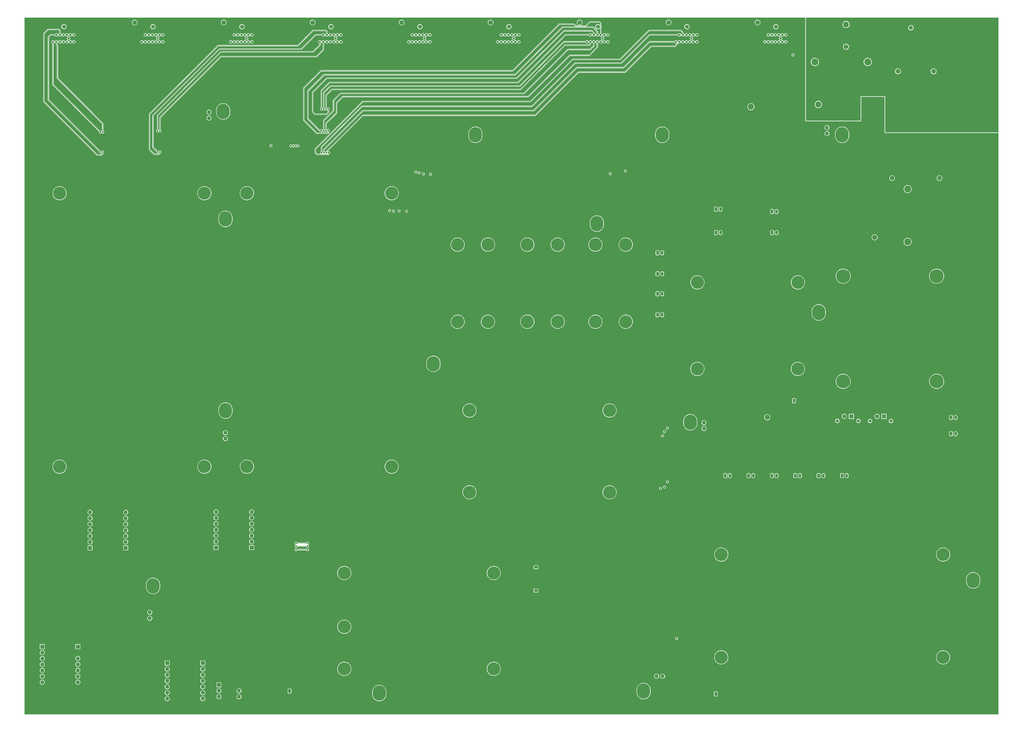
<source format=gbr>
%TF.GenerationSoftware,KiCad,Pcbnew,8.0.4*%
%TF.CreationDate,2025-04-25T16:11:04-06:00*%
%TF.ProjectId,motherboard_v1,6d6f7468-6572-4626-9f61-72645f76312e,rev?*%
%TF.SameCoordinates,Original*%
%TF.FileFunction,Copper,L2,Inr*%
%TF.FilePolarity,Positive*%
%FSLAX46Y46*%
G04 Gerber Fmt 4.6, Leading zero omitted, Abs format (unit mm)*
G04 Created by KiCad (PCBNEW 8.0.4) date 2025-04-25 16:11:04*
%MOMM*%
%LPD*%
G01*
G04 APERTURE LIST*
G04 Aperture macros list*
%AMRoundRect*
0 Rectangle with rounded corners*
0 $1 Rounding radius*
0 $2 $3 $4 $5 $6 $7 $8 $9 X,Y pos of 4 corners*
0 Add a 4 corners polygon primitive as box body*
4,1,4,$2,$3,$4,$5,$6,$7,$8,$9,$2,$3,0*
0 Add four circle primitives for the rounded corners*
1,1,$1+$1,$2,$3*
1,1,$1+$1,$4,$5*
1,1,$1+$1,$6,$7*
1,1,$1+$1,$8,$9*
0 Add four rect primitives between the rounded corners*
20,1,$1+$1,$2,$3,$4,$5,0*
20,1,$1+$1,$4,$5,$6,$7,0*
20,1,$1+$1,$6,$7,$8,$9,0*
20,1,$1+$1,$8,$9,$2,$3,0*%
G04 Aperture macros list end*
%TA.AperFunction,ComponentPad*%
%ADD10O,5.600000X6.600000*%
%TD*%
%TA.AperFunction,ComponentPad*%
%ADD11C,2.000000*%
%TD*%
%TA.AperFunction,ComponentPad*%
%ADD12C,1.700000*%
%TD*%
%TA.AperFunction,ComponentPad*%
%ADD13C,1.000000*%
%TD*%
%TA.AperFunction,ComponentPad*%
%ADD14RoundRect,0.250000X0.625000X-0.350000X0.625000X0.350000X-0.625000X0.350000X-0.625000X-0.350000X0*%
%TD*%
%TA.AperFunction,ComponentPad*%
%ADD15O,1.750000X1.200000*%
%TD*%
%TA.AperFunction,ComponentPad*%
%ADD16RoundRect,0.250000X-0.350000X-0.625000X0.350000X-0.625000X0.350000X0.625000X-0.350000X0.625000X0*%
%TD*%
%TA.AperFunction,ComponentPad*%
%ADD17O,1.200000X1.750000*%
%TD*%
%TA.AperFunction,ComponentPad*%
%ADD18C,1.350000*%
%TD*%
%TA.AperFunction,ComponentPad*%
%ADD19R,1.800000X1.800000*%
%TD*%
%TA.AperFunction,ComponentPad*%
%ADD20C,1.800000*%
%TD*%
%TA.AperFunction,ComponentPad*%
%ADD21R,1.700000X1.700000*%
%TD*%
%TA.AperFunction,ComponentPad*%
%ADD22O,1.700000X1.700000*%
%TD*%
%TA.AperFunction,ComponentPad*%
%ADD23C,2.600000*%
%TD*%
%TA.AperFunction,ComponentPad*%
%ADD24C,2.500000*%
%TD*%
%TA.AperFunction,ComponentPad*%
%ADD25O,1.200000X3.800000*%
%TD*%
%TA.AperFunction,ComponentPad*%
%ADD26O,1.200000X2.500000*%
%TD*%
%TA.AperFunction,ComponentPad*%
%ADD27C,5.600000*%
%TD*%
%TA.AperFunction,ComponentPad*%
%ADD28C,3.000000*%
%TD*%
%TA.AperFunction,ComponentPad*%
%ADD29C,6.000000*%
%TD*%
%TA.AperFunction,ViaPad*%
%ADD30C,0.800000*%
%TD*%
%TA.AperFunction,ViaPad*%
%ADD31C,2.200000*%
%TD*%
%TA.AperFunction,Conductor*%
%ADD32C,0.127000*%
%TD*%
G04 APERTURE END LIST*
D10*
%TO.N,Earth_Protective*%
%TO.C,H7*%
X265050000Y-288150000D03*
%TD*%
D11*
%TO.N,/24V to 5V Power/Vin*%
%TO.C,U2*%
X373960000Y-22990000D03*
%TO.N,GNDPWR*%
X379040000Y-22990000D03*
%TO.N,unconnected-(U2-CNT-Pad3)*%
X389200000Y-22990000D03*
%TO.N,unconnected-(U2-TRIM-Pad4)*%
X391740000Y-68710000D03*
%TO.N,GND*%
X381580000Y-68710000D03*
%TO.N,Net-(D7-A1)*%
X371420000Y-68710000D03*
%TD*%
D12*
%TO.N,*%
%TO.C,J7*%
X245500000Y-3900000D03*
D13*
%TO.N,Net-(J19-VCC)*%
X240750000Y-10400000D03*
%TO.N,GND*%
X241500000Y-8900000D03*
%TO.N,Net-(J19-SDA)*%
X242250000Y-10400000D03*
%TO.N,Net-(J19-gnd)*%
X242250000Y-7400000D03*
%TO.N,GND*%
X243000000Y-8900000D03*
%TO.N,Net-(J19-SCL)*%
X243750000Y-7400000D03*
%TO.N,Net-(J22-VCC)*%
X243750000Y-10400000D03*
%TO.N,GND*%
X244500000Y-8900000D03*
%TO.N,Net-(J22-SDA)*%
X245250000Y-10400000D03*
%TO.N,Net-(J22-gnd)*%
X245250000Y-7400000D03*
%TO.N,GND*%
X246000000Y-8900000D03*
%TO.N,Net-(J22-SCL)*%
X246750000Y-7400000D03*
%TO.N,unconnected-(J7-CEC-Pad13)*%
X246750000Y-10400000D03*
%TO.N,unconnected-(J7-UTILITY-Pad14)*%
X247500000Y-8900000D03*
%TO.N,unconnected-(J7-SCL-Pad15)*%
X248250000Y-10400000D03*
%TO.N,unconnected-(J7-SDA-Pad16)*%
X248250000Y-7400000D03*
%TO.N,GND*%
X249000000Y-8900000D03*
%TO.N,unconnected-(J7-+5V-Pad18)*%
X249750000Y-7400000D03*
%TO.N,unconnected-(J7-HPD-Pad19)*%
X249750000Y-10400000D03*
D11*
%TO.N,GND*%
X253350000Y-2100000D03*
%TO.N,unconnected-(J7-SH-Pad21)*%
X237650000Y-2100000D03*
%TD*%
D14*
%TO.N,+5V*%
%TO.C,UartMux1*%
X219000000Y-235150000D03*
D15*
%TO.N,GND*%
X219000000Y-233150000D03*
%TD*%
D16*
%TO.N,Net-(J3-D1+)*%
%TO.C,J45*%
X296000000Y-92000000D03*
D17*
%TO.N,Net-(J3-D1-)*%
X298000000Y-92000000D03*
%TD*%
D12*
%TO.N,*%
%TO.C,J3*%
X93100000Y-3900000D03*
D13*
%TO.N,Net-(J3-D2+)*%
X88350000Y-10400000D03*
%TO.N,GND*%
X89100000Y-8900000D03*
%TO.N,Net-(J3-D2-)*%
X89850000Y-10400000D03*
%TO.N,Net-(J3-D1+)*%
X89850000Y-7400000D03*
%TO.N,GND*%
X90600000Y-8900000D03*
%TO.N,Net-(J3-D1-)*%
X91350000Y-7400000D03*
%TO.N,Net-(J14-VCC)*%
X91350000Y-10400000D03*
%TO.N,GND*%
X92100000Y-8900000D03*
%TO.N,Net-(J14-SDA)*%
X92850000Y-10400000D03*
%TO.N,Net-(J14-gnd)*%
X92850000Y-7400000D03*
%TO.N,GND*%
X93600000Y-8900000D03*
%TO.N,Net-(J14-SCL)*%
X94350000Y-7400000D03*
%TO.N,unconnected-(J3-CEC-Pad13)*%
X94350000Y-10400000D03*
%TO.N,unconnected-(J3-UTILITY-Pad14)*%
X95100000Y-8900000D03*
%TO.N,unconnected-(J3-SCL-Pad15)*%
X95850000Y-10400000D03*
%TO.N,unconnected-(J3-SDA-Pad16)*%
X95850000Y-7400000D03*
%TO.N,GND*%
X96600000Y-8900000D03*
%TO.N,unconnected-(J3-+5V-Pad18)*%
X97350000Y-7400000D03*
%TO.N,unconnected-(J3-HPD-Pad19)*%
X97350000Y-10400000D03*
D11*
%TO.N,GND*%
X100950000Y-2100000D03*
%TO.N,unconnected-(J3-SH-Pad21)*%
X85250000Y-2100000D03*
%TD*%
D18*
%TO.N,*%
%TO.C,J10*%
X348000000Y-172561726D03*
X357000000Y-172561726D03*
D19*
%TO.N,GNDPWR*%
X354000000Y-170601726D03*
D20*
%TO.N,+24V*%
X351000000Y-170601726D03*
%TD*%
D21*
%TO.N,unconnected-(q10-Pin_1-Pad1)*%
%TO.C,q10*%
X43310000Y-226900000D03*
D22*
%TO.N,unconnected-(q10-Pin_2-Pad2)*%
X43310000Y-224360000D03*
%TO.N,unconnected-(q10-Pin_3-Pad3)*%
X43310000Y-221820000D03*
%TO.N,unconnected-(q10-Pin_4-Pad4)*%
X43310000Y-219280000D03*
%TO.N,unconnected-(q10-Pin_5-Pad5)*%
X43310000Y-216740000D03*
%TO.N,unconnected-(q10-Pin_6-Pad6)*%
X43310000Y-214200000D03*
%TO.N,unconnected-(q10-Pin_7-Pad7)*%
X43310000Y-211660000D03*
%TD*%
D16*
%TO.N,+5V*%
%TO.C,J18*%
X113475000Y-288175000D03*
D17*
%TO.N,GND*%
X115475000Y-288175000D03*
%TD*%
D23*
%TO.N,+5V*%
%TO.C,J51*%
X311000000Y-38150000D03*
%TD*%
D16*
%TO.N,Net-(J35-Pin_1)*%
%TO.C,J35*%
X350000000Y-196000000D03*
D17*
%TO.N,Net-(J35-Pin_2)*%
X352000000Y-196000000D03*
%TD*%
D10*
%TO.N,Earth_Protective*%
%TO.C,H12*%
X273050000Y-50150000D03*
%TD*%
D21*
%TO.N,GND*%
%TO.C,J57*%
X53625000Y-251947000D03*
D22*
%TO.N,Earth_Protective*%
X53625000Y-254487000D03*
%TO.N,Net-(J57-Pin_3)*%
X53625000Y-257027000D03*
%TD*%
D16*
%TO.N,Net-(HPHpower1-Pin_1)*%
%TO.C,HPHpower1*%
X329490000Y-163946726D03*
D17*
%TO.N,GND*%
X331490000Y-163946726D03*
%TD*%
D12*
%TO.N,*%
%TO.C,J1*%
X16900000Y-3900000D03*
D13*
%TO.N,Net-(J1-D2+)*%
X12150000Y-10400000D03*
%TO.N,GND*%
X12900000Y-8900000D03*
%TO.N,Net-(J1-D2-)*%
X13650000Y-10400000D03*
%TO.N,Net-(J1-D1+)*%
X13650000Y-7400000D03*
%TO.N,GND*%
X14400000Y-8900000D03*
%TO.N,Net-(J1-D1-)*%
X15150000Y-7400000D03*
%TO.N,Net-(J1-D0+)*%
X15150000Y-10400000D03*
%TO.N,GND*%
X15900000Y-8900000D03*
%TO.N,Net-(J1-D0-)*%
X16650000Y-10400000D03*
%TO.N,Net-(J1-CK+)*%
X16650000Y-7400000D03*
%TO.N,GND*%
X17400000Y-8900000D03*
%TO.N,Net-(J1-CK-)*%
X18150000Y-7400000D03*
%TO.N,unconnected-(J1-CEC-Pad13)*%
X18150000Y-10400000D03*
%TO.N,unconnected-(J1-UTILITY-Pad14)*%
X18900000Y-8900000D03*
%TO.N,unconnected-(J1-SCL-Pad15)*%
X19650000Y-10400000D03*
%TO.N,unconnected-(J1-SDA-Pad16)*%
X19650000Y-7400000D03*
%TO.N,GND*%
X20400000Y-8900000D03*
%TO.N,unconnected-(J1-+5V-Pad18)*%
X21150000Y-7400000D03*
%TO.N,unconnected-(J1-HPD-Pad19)*%
X21150000Y-10400000D03*
D11*
%TO.N,GND*%
X24750000Y-2100000D03*
X9050000Y-2100000D03*
%TD*%
D23*
%TO.N,VS*%
%TO.C,J16*%
X339860000Y-37170000D03*
%TD*%
D16*
%TO.N,GND1*%
%TO.C,WU_D_GND1*%
X396625000Y-171075000D03*
D17*
X398625000Y-171075000D03*
%TD*%
D16*
%TO.N,Net-(J41-Pin_1)*%
%TO.C,J41*%
X320000000Y-83000000D03*
D17*
%TO.N,Net-(J41-Pin_2)*%
X322000000Y-83000000D03*
%TD*%
D21*
%TO.N,unconnected-(q9-Pin_1-Pad1)*%
%TO.C,q9*%
X28070000Y-226900000D03*
D22*
%TO.N,unconnected-(q9-Pin_2-Pad2)*%
X28070000Y-224360000D03*
%TO.N,unconnected-(q9-Pin_3-Pad3)*%
X28070000Y-221820000D03*
%TO.N,unconnected-(q9-Pin_4-Pad4)*%
X28070000Y-219280000D03*
%TO.N,unconnected-(q9-Pin_5-Pad5)*%
X28070000Y-216740000D03*
%TO.N,unconnected-(q9-Pin_6-Pad6)*%
X28070000Y-214200000D03*
%TO.N,unconnected-(q9-Pin_7-Pad7)*%
X28070000Y-211660000D03*
%TD*%
D20*
%TO.N,+24V*%
%TO.C,RV1*%
X379490000Y-4353000D03*
%TO.N,GNDPWR*%
X386990000Y-4353000D03*
%TD*%
D21*
%TO.N,GND*%
%TO.C,J52*%
X343539000Y-52165000D03*
D22*
%TO.N,Earth_Protective*%
X343539000Y-49625000D03*
%TO.N,Net-(J52-Pin_3)*%
X343539000Y-47085000D03*
%TD*%
D10*
%TO.N,Earth_Protective*%
%TO.C,H8*%
X55050000Y-243150000D03*
%TD*%
D24*
%TO.N,*%
%TO.C,DC1*%
X351730000Y-2960000D03*
D25*
%TO.N,GNDPWR*%
X357860000Y-2000000D03*
D26*
X356930000Y-9210000D03*
X351730000Y-9210000D03*
D11*
%TO.N,VS*%
X351730000Y-12460000D03*
D25*
%TO.N,GNDPWR*%
X348000000Y-2000000D03*
%TD*%
D10*
%TO.N,Earth_Protective*%
%TO.C,H2*%
X350050000Y-50150000D03*
%TD*%
D27*
%TO.N,Earth_Protective*%
%TO.C,H15*%
X298300000Y-229741726D03*
X298300000Y-273741726D03*
X393300000Y-229741726D03*
X393300000Y-273741726D03*
%TD*%
D12*
%TO.N,*%
%TO.C,J6*%
X207400000Y-3900000D03*
D13*
%TO.N,Net-(J41-Pin_1)*%
X202650000Y-10400000D03*
%TO.N,GND*%
X203400000Y-8900000D03*
%TO.N,Net-(J41-Pin_2)*%
X204150000Y-10400000D03*
%TO.N,Net-(J44-Pin_1)*%
X204150000Y-7400000D03*
%TO.N,GND*%
X204900000Y-8900000D03*
%TO.N,Net-(J44-Pin_2)*%
X205650000Y-7400000D03*
%TO.N,Net-(J46-VCC)*%
X205650000Y-10400000D03*
%TO.N,GND*%
X206400000Y-8900000D03*
%TO.N,Net-(J46-SDA)*%
X207150000Y-10400000D03*
%TO.N,Net-(J46-gnd)*%
X207150000Y-7400000D03*
%TO.N,GND*%
X207900000Y-8900000D03*
%TO.N,Net-(J46-SCL)*%
X208650000Y-7400000D03*
%TO.N,unconnected-(J6-CEC-Pad13)*%
X208650000Y-10400000D03*
%TO.N,unconnected-(J6-UTILITY-Pad14)*%
X209400000Y-8900000D03*
%TO.N,unconnected-(J6-SCL-Pad15)*%
X210150000Y-10400000D03*
%TO.N,unconnected-(J6-SDA-Pad16)*%
X210150000Y-7400000D03*
%TO.N,GND*%
X210900000Y-8900000D03*
%TO.N,unconnected-(J6-+5V-Pad18)*%
X211650000Y-7400000D03*
%TO.N,unconnected-(J6-HPD-Pad19)*%
X211650000Y-10400000D03*
D11*
%TO.N,GND*%
X215250000Y-2100000D03*
%TO.N,unconnected-(J6-SH-Pad21)*%
X199550000Y-2100000D03*
%TD*%
D27*
%TO.N,Earth_Protective*%
%TO.C,L1*%
X15000000Y-192150000D03*
X77000000Y-192150000D03*
X15000000Y-75150000D03*
X77000000Y-75150000D03*
%TD*%
D21*
%TO.N,GND*%
%TO.C,J55*%
X79000000Y-37920000D03*
D22*
%TO.N,Earth_Protective*%
X79000000Y-40460000D03*
%TO.N,Net-(J55-Pin_3)*%
X79000000Y-43000000D03*
%TD*%
D16*
%TO.N,Net-(C1-HP1-1-Pin_1)*%
%TO.C,C1-HP1-1*%
X271000000Y-100641726D03*
D17*
%TO.N,Net-(C1-HP1-1-Pin_2)*%
X273000000Y-100641726D03*
%TD*%
D21*
%TO.N,GND*%
%TO.C,J54*%
X275721000Y-281795000D03*
D22*
%TO.N,Earth_Protective*%
X273181000Y-281795000D03*
%TO.N,Net-(J54-Pin_3)*%
X270641000Y-281795000D03*
%TD*%
D18*
%TO.N,*%
%TO.C,J11*%
X362000000Y-172601726D03*
X371000000Y-172601726D03*
D19*
%TO.N,GNDPWR*%
X368000000Y-170641726D03*
D20*
%TO.N,+24V*%
X365000000Y-170641726D03*
%TD*%
D12*
%TO.N,*%
%TO.C,J4*%
X131200000Y-3900000D03*
D13*
%TO.N,Net-(J20-VCC)*%
X126450000Y-10400000D03*
%TO.N,GND*%
X127200000Y-8900000D03*
%TO.N,Net-(J20-SDA)*%
X127950000Y-10400000D03*
%TO.N,Net-(J23-VCC)*%
X127950000Y-7400000D03*
%TO.N,GND*%
X128700000Y-8900000D03*
%TO.N,Net-(J23-SDA)*%
X129450000Y-7400000D03*
%TO.N,Net-(J25-VCC)*%
X129450000Y-10400000D03*
%TO.N,GND*%
X130200000Y-8900000D03*
%TO.N,Net-(J25-SDA)*%
X130950000Y-10400000D03*
%TO.N,Net-(J27-VCC)*%
X130950000Y-7400000D03*
%TO.N,GND*%
X131700000Y-8900000D03*
%TO.N,Net-(J27-SDA)*%
X132450000Y-7400000D03*
%TO.N,unconnected-(J4-CEC-Pad13)*%
X132450000Y-10400000D03*
%TO.N,unconnected-(J4-UTILITY-Pad14)*%
X133200000Y-8900000D03*
%TO.N,unconnected-(J4-SCL-Pad15)*%
X133950000Y-10400000D03*
%TO.N,unconnected-(J4-SDA-Pad16)*%
X133950000Y-7400000D03*
%TO.N,GND*%
X134700000Y-8900000D03*
%TO.N,unconnected-(J4-+5V-Pad18)*%
X135450000Y-7400000D03*
%TO.N,unconnected-(J4-HPD-Pad19)*%
X135450000Y-10400000D03*
D11*
%TO.N,GND*%
X139050000Y-2100000D03*
%TO.N,unconnected-(J4-SH-Pad21)*%
X123350000Y-2100000D03*
%TD*%
D10*
%TO.N,Earth_Protective*%
%TO.C,H9*%
X193050000Y-50150000D03*
%TD*%
D16*
%TO.N,Net-(J38-Pin_1)*%
%TO.C,J38*%
X330000000Y-196000000D03*
D17*
%TO.N,Net-(J38-Pin_2)*%
X332000000Y-196000000D03*
%TD*%
D27*
%TO.N,Earth_Protective*%
%TO.C,D3*%
X215266548Y-130141726D03*
X228266548Y-130141726D03*
X215266548Y-97141726D03*
X228266548Y-97141726D03*
%TD*%
%TO.N,Earth_Protective*%
%TO.C,D4*%
X185433274Y-130141726D03*
X198433274Y-130141726D03*
X185433274Y-97141726D03*
X198433274Y-97141726D03*
%TD*%
D10*
%TO.N,Earth_Protective*%
%TO.C,H1*%
X85050000Y-40150000D03*
%TD*%
D16*
%TO.N,Net-(J44-Pin_1)*%
%TO.C,J44*%
X320000000Y-92000000D03*
D17*
%TO.N,Net-(J44-Pin_2)*%
X322000000Y-92000000D03*
%TD*%
D28*
%TO.N,Net-(D7-A1)*%
%TO.C,F2*%
X378100000Y-73350000D03*
%TO.N,+5V*%
X378100000Y-95950000D03*
%TD*%
D16*
%TO.N,Net-(J32-Pin_1)*%
%TO.C,J32*%
X340000000Y-196000000D03*
D17*
%TO.N,Net-(J32-Pin_2)*%
X342000000Y-196000000D03*
%TD*%
D10*
%TO.N,Earth_Protective*%
%TO.C,H13*%
X340050000Y-126150000D03*
%TD*%
D21*
%TO.N,GND*%
%TO.C,J12*%
X91825000Y-285475000D03*
D22*
%TO.N,GND1*%
X91825000Y-288015000D03*
%TO.N,unconnected-(J12-Pin_3-Pad3)*%
X91825000Y-290555000D03*
%TD*%
D16*
%TO.N,Net-(J3-D2+)*%
%TO.C,J42*%
X296000000Y-82000000D03*
D17*
%TO.N,Net-(J3-D2-)*%
X298000000Y-82000000D03*
%TD*%
D27*
%TO.N,Earth_Protective*%
%TO.C,L2*%
X95200000Y-192150000D03*
X157200000Y-192150000D03*
X95200000Y-75150000D03*
X157200000Y-75150000D03*
%TD*%
D21*
%TO.N,/ISMON 1*%
%TO.C,q2*%
X61110000Y-276150000D03*
D22*
%TO.N,/CTRL 1*%
X61110000Y-278690000D03*
%TO.N,/PWM 1*%
X61110000Y-281230000D03*
%TO.N,/ISMON 2*%
X61110000Y-283770000D03*
%TO.N,/Switch 1*%
X61110000Y-286310000D03*
%TO.N,/CTRL 2*%
X61110000Y-288850000D03*
%TO.N,/PWM 2*%
X61110000Y-291390000D03*
D21*
%TO.N,Net-(D1-A)*%
X76350000Y-276150000D03*
D22*
%TO.N,GND1*%
X76350000Y-278690000D03*
%TO.N,unconnected-(q2-3.3V-Pad10)*%
X76350000Y-281230000D03*
%TO.N,unconnected-(q2-GPIO3-Pad11)*%
X76350000Y-283770000D03*
%TO.N,unconnected-(q2-GPIO4-Pad12)*%
X76350000Y-286310000D03*
%TO.N,unconnected-(q2-GPIO6-Pad13)*%
X76350000Y-288850000D03*
%TO.N,/Switch 2*%
X76350000Y-291390000D03*
%TD*%
D16*
%TO.N,GND1*%
%TO.C,WU_D_GND2*%
X396625000Y-178025000D03*
D17*
X398625000Y-178025000D03*
%TD*%
D16*
%TO.N,Net-(C4-HP4-1-Pin_1)*%
%TO.C,C4-HP4-1*%
X271000000Y-127150000D03*
D17*
%TO.N,Net-(C4-HP4-1-Pin_2)*%
X273000000Y-127150000D03*
%TD*%
D12*
%TO.N,*%
%TO.C,J2*%
X55000000Y-3900000D03*
D13*
%TO.N,Net-(J2-D2+)*%
X50250000Y-10400000D03*
%TO.N,GND*%
X51000000Y-8900000D03*
%TO.N,Net-(J2-D2-)*%
X51750000Y-10400000D03*
%TO.N,Net-(J2-D1+)*%
X51750000Y-7400000D03*
%TO.N,GND*%
X52500000Y-8900000D03*
%TO.N,Net-(J2-D1-)*%
X53250000Y-7400000D03*
%TO.N,Net-(J2-D0+)*%
X53250000Y-10400000D03*
%TO.N,GND*%
X54000000Y-8900000D03*
%TO.N,Net-(J2-D0-)*%
X54750000Y-10400000D03*
%TO.N,Net-(J2-CK+)*%
X54750000Y-7400000D03*
%TO.N,GND*%
X55500000Y-8900000D03*
%TO.N,Net-(J2-CK-)*%
X56250000Y-7400000D03*
%TO.N,unconnected-(J2-CEC-Pad13)*%
X56250000Y-10400000D03*
%TO.N,unconnected-(J2-UTILITY-Pad14)*%
X57000000Y-8900000D03*
%TO.N,unconnected-(J2-SCL-Pad15)*%
X57750000Y-10400000D03*
%TO.N,unconnected-(J2-SDA-Pad16)*%
X57750000Y-7400000D03*
%TO.N,GND*%
X58500000Y-8900000D03*
%TO.N,unconnected-(J2-+5V-Pad18)*%
X59250000Y-7400000D03*
%TO.N,unconnected-(J2-HPD-Pad19)*%
X59250000Y-10400000D03*
D11*
%TO.N,GND*%
X62850000Y-2100000D03*
%TO.N,unconnected-(J2-SH-Pad21)*%
X47150000Y-2100000D03*
%TD*%
D27*
%TO.N,Earth_Protective*%
%TO.C,M1*%
X200900000Y-278650000D03*
X200900000Y-237650000D03*
X136900000Y-278650000D03*
X136900000Y-260650000D03*
X136900000Y-237650000D03*
%TD*%
D16*
%TO.N,Net-(J36-Pin_1)*%
%TO.C,J36*%
X320000000Y-196000000D03*
D17*
%TO.N,Net-(J36-Pin_2)*%
X322000000Y-196000000D03*
%TD*%
D29*
%TO.N,Earth_Protective*%
%TO.C,W1*%
X390500000Y-155641726D03*
X390500000Y-110641726D03*
X350500000Y-155641726D03*
X350500000Y-110641726D03*
%TD*%
D10*
%TO.N,Earth_Protective*%
%TO.C,H5*%
X86050000Y-168150000D03*
%TD*%
D16*
%TO.N,Net-(J2-D0+)*%
%TO.C,J37*%
X300000000Y-196000000D03*
D17*
%TO.N,Net-(J2-D0-)*%
X302000000Y-196000000D03*
%TD*%
D21*
%TO.N,unconnected-(q3-GPIO29-Pad1)*%
%TO.C,q3*%
X43310000Y-226900000D03*
D22*
%TO.N,unconnected-(q3-GPIO28-Pad2)*%
X43310000Y-224360000D03*
%TO.N,unconnected-(q3-GPIO27-Pad3)*%
X43310000Y-221820000D03*
%TO.N,unconnected-(q3-GPIO26-Pad4)*%
X43310000Y-219280000D03*
%TO.N,unconnected-(q3-GPIO24-Pad5)*%
X43310000Y-216740000D03*
%TO.N,unconnected-(q3-GPIO25-Pad6)*%
X43310000Y-214200000D03*
%TO.N,unconnected-(q3-GPIO20-Pad7)*%
X43310000Y-211660000D03*
D21*
%TO.N,unconnected-(q3-5V-Pad8)*%
X28070000Y-226900000D03*
D22*
%TO.N,GND*%
X28070000Y-224360000D03*
%TO.N,/Q1_3.3V*%
X28070000Y-221820000D03*
%TO.N,unconnected-(q3-GPIO3-Pad11)*%
X28070000Y-219280000D03*
%TO.N,unconnected-(q3-GPIO4-Pad12)*%
X28070000Y-216740000D03*
%TO.N,unconnected-(q3-GPIO6-Pad13)*%
X28070000Y-214200000D03*
%TO.N,unconnected-(q3-GPIO5-Pad14)*%
X28070000Y-211660000D03*
%TD*%
D14*
%TO.N,+5V*%
%TO.C,UartMux2*%
X219000000Y-245150000D03*
D15*
%TO.N,GND*%
X219000000Y-243150000D03*
%TD*%
D12*
%TO.N,*%
%TO.C,J9*%
X321700000Y-3900000D03*
D13*
%TO.N,Net-(J40-VCC)*%
X316950000Y-10400000D03*
%TO.N,GND*%
X317700000Y-8900000D03*
%TO.N,Net-(J40-SDA)*%
X318450000Y-10400000D03*
%TO.N,Net-(J40-gnd)*%
X318450000Y-7400000D03*
%TO.N,GND*%
X319200000Y-8900000D03*
%TO.N,Net-(J40-SCL)*%
X319950000Y-7400000D03*
%TO.N,Net-(J43-VCC)*%
X319950000Y-10400000D03*
%TO.N,GND*%
X320700000Y-8900000D03*
%TO.N,Net-(J43-SDA)*%
X321450000Y-10400000D03*
%TO.N,Net-(J43-gnd)*%
X321450000Y-7400000D03*
%TO.N,GND*%
X322200000Y-8900000D03*
%TO.N,Net-(J43-SCL)*%
X322950000Y-7400000D03*
%TO.N,unconnected-(J9-CEC-Pad13)*%
X322950000Y-10400000D03*
%TO.N,unconnected-(J9-UTILITY-Pad14)*%
X323700000Y-8900000D03*
%TO.N,unconnected-(J9-SCL-Pad15)*%
X324450000Y-10400000D03*
%TO.N,unconnected-(J9-SDA-Pad16)*%
X324450000Y-7400000D03*
%TO.N,GND*%
X325200000Y-8900000D03*
%TO.N,unconnected-(J9-+5V-Pad18)*%
X325950000Y-7400000D03*
%TO.N,unconnected-(J9-HPD-Pad19)*%
X325950000Y-10400000D03*
D11*
%TO.N,GND*%
X329550000Y-2100000D03*
%TO.N,unconnected-(J9-SH-Pad21)*%
X313850000Y-2100000D03*
%TD*%
D21*
%TO.N,Net-(C1-HP1-1-Pin_1)*%
%TO.C,q7*%
X97250000Y-226750000D03*
D22*
%TO.N,Net-(C1-HP1-1-Pin_2)*%
X97250000Y-224210000D03*
%TO.N,Net-(C2-HP2-1-Pin_1)*%
X97250000Y-221670000D03*
%TO.N,Net-(C2-HP2-1-Pin_2)*%
X97250000Y-219130000D03*
%TO.N,Net-(C3-HP3-1-Pin_1)*%
X97250000Y-216590000D03*
%TO.N,Net-(C3-HP3-1-Pin_2)*%
X97250000Y-214050000D03*
%TO.N,unconnected-(q7-GPIO20-Pad7)*%
X97250000Y-211510000D03*
D21*
%TO.N,unconnected-(q7-5V-Pad8)*%
X82010000Y-226750000D03*
D22*
%TO.N,GND*%
X82010000Y-224210000D03*
%TO.N,/Q2_3.3V*%
X82010000Y-221670000D03*
%TO.N,Net-(C4-HP4-1-Pin_2)*%
X82010000Y-219130000D03*
%TO.N,Net-(C4-HP4-1-Pin_1)*%
X82010000Y-216590000D03*
%TO.N,Net-(q7-GPIO6)*%
X82010000Y-214050000D03*
%TO.N,unconnected-(q7-GPIO5-Pad14)*%
X82010000Y-211510000D03*
%TD*%
D16*
%TO.N,Net-(C3-HP3-1-Pin_1)*%
%TO.C,C3-HP3-1*%
X271000000Y-118150000D03*
D17*
%TO.N,Net-(C3-HP3-1-Pin_2)*%
X273000000Y-118150000D03*
%TD*%
D12*
%TO.N,*%
%TO.C,J8*%
X283600000Y-3900000D03*
D13*
%TO.N,Net-(J29-VCC)*%
X278850000Y-10400000D03*
%TO.N,GND*%
X279600000Y-8900000D03*
%TO.N,Net-(J29-SDA)*%
X280350000Y-10400000D03*
%TO.N,Net-(J29-gnd)*%
X280350000Y-7400000D03*
%TO.N,GND*%
X281100000Y-8900000D03*
%TO.N,Net-(J29-SCL)*%
X281850000Y-7400000D03*
%TO.N,Net-(J32-Pin_1)*%
X281850000Y-10400000D03*
%TO.N,GND*%
X282600000Y-8900000D03*
%TO.N,Net-(J32-Pin_2)*%
X283350000Y-10400000D03*
%TO.N,Net-(J35-Pin_1)*%
X283350000Y-7400000D03*
%TO.N,GND*%
X284100000Y-8900000D03*
%TO.N,Net-(J35-Pin_2)*%
X284850000Y-7400000D03*
%TO.N,unconnected-(J8-CEC-Pad13)*%
X284850000Y-10400000D03*
%TO.N,unconnected-(J8-UTILITY-Pad14)*%
X285600000Y-8900000D03*
%TO.N,unconnected-(J8-SCL-Pad15)*%
X286350000Y-10400000D03*
%TO.N,unconnected-(J8-SDA-Pad16)*%
X286350000Y-7400000D03*
%TO.N,GND*%
X287100000Y-8900000D03*
%TO.N,unconnected-(J8-+5V-Pad18)*%
X287850000Y-7400000D03*
%TO.N,unconnected-(J8-HPD-Pad19)*%
X287850000Y-10400000D03*
D11*
%TO.N,GND*%
X291450000Y-2100000D03*
%TO.N,unconnected-(J8-SH-Pad21)*%
X275750000Y-2100000D03*
%TD*%
D27*
%TO.N,Earth_Protective*%
%TO.C,M2*%
X190500000Y-168100000D03*
X190500000Y-203100000D03*
X250500000Y-168100000D03*
X250500000Y-203100000D03*
%TD*%
D21*
%TO.N,GND*%
%TO.C,J53*%
X86003000Y-182685000D03*
D22*
%TO.N,Earth_Protective*%
X86003000Y-180145000D03*
%TO.N,Net-(J53-Pin_3)*%
X86003000Y-177605000D03*
%TD*%
D16*
%TO.N,Net-(J2-CK+)*%
%TO.C,J39*%
X310000000Y-196000000D03*
D17*
%TO.N,Net-(J2-CK-)*%
X312000000Y-196000000D03*
%TD*%
D21*
%TO.N,unconnected-(q4-Pin_1-Pad1)*%
%TO.C,q4*%
X82010000Y-226750000D03*
D22*
%TO.N,unconnected-(q4-Pin_2-Pad2)*%
X82010000Y-224210000D03*
%TO.N,unconnected-(q4-Pin_3-Pad3)*%
X82010000Y-221670000D03*
%TO.N,unconnected-(q4-Pin_4-Pad4)*%
X82010000Y-219130000D03*
%TO.N,unconnected-(q4-Pin_5-Pad5)*%
X82010000Y-216590000D03*
%TO.N,unconnected-(q4-Pin_6-Pad6)*%
X82010000Y-214050000D03*
%TO.N,unconnected-(q4-Pin_7-Pad7)*%
X82010000Y-211510000D03*
%TD*%
D10*
%TO.N,Earth_Protective*%
%TO.C,H6*%
X86050000Y-86150000D03*
%TD*%
%TO.N,Earth_Protective*%
%TO.C,H3*%
X245050000Y-88150000D03*
%TD*%
%TO.N,Earth_Protective*%
%TO.C,H10*%
X406150000Y-240800000D03*
%TD*%
%TO.N,Earth_Protective*%
%TO.C,H4*%
X175050000Y-148150000D03*
%TD*%
D23*
%TO.N,GND*%
%TO.C,J50*%
X325800000Y-38150000D03*
%TD*%
D21*
%TO.N,GND*%
%TO.C,J56*%
X290913000Y-170739000D03*
D22*
%TO.N,Earth_Protective*%
X290913000Y-173279000D03*
%TO.N,Net-(J56-Pin_3)*%
X290913000Y-175819000D03*
%TD*%
D21*
%TO.N,unconnected-(q8-Pin_1-Pad1)*%
%TO.C,q8*%
X97250000Y-226750000D03*
D22*
%TO.N,unconnected-(q8-Pin_2-Pad2)*%
X97250000Y-224210000D03*
%TO.N,unconnected-(q8-Pin_3-Pad3)*%
X97250000Y-221670000D03*
%TO.N,unconnected-(q8-Pin_4-Pad4)*%
X97250000Y-219130000D03*
%TO.N,unconnected-(q8-Pin_5-Pad5)*%
X97250000Y-216590000D03*
%TO.N,unconnected-(q8-Pin_6-Pad6)*%
X97250000Y-214050000D03*
%TO.N,unconnected-(q8-Pin_7-Pad7)*%
X97250000Y-211510000D03*
%TD*%
D28*
%TO.N,VS*%
%TO.C,F1*%
X338400000Y-19000000D03*
%TO.N,+24V*%
X361000000Y-19000000D03*
%TD*%
D23*
%TO.N,GNDPWR*%
%TO.C,J15*%
X348000000Y-31000000D03*
%TD*%
D10*
%TO.N,Earth_Protective*%
%TO.C,H14*%
X151880000Y-289020000D03*
%TD*%
D16*
%TO.N,+5V*%
%TO.C,J17*%
X295975000Y-289375000D03*
D17*
%TO.N,GND*%
X297975000Y-289375000D03*
%TD*%
D27*
%TO.N,Earth_Protective*%
%TO.C,H16*%
X288100000Y-113316726D03*
X288100000Y-150316726D03*
X331100000Y-113316726D03*
X331100000Y-150316726D03*
%TD*%
D16*
%TO.N,Net-(C2-HP2-1-Pin_1)*%
%TO.C,C2-HP2-1*%
X271000000Y-109641726D03*
D17*
%TO.N,Net-(C2-HP2-1-Pin_2)*%
X273000000Y-109641726D03*
%TD*%
D12*
%TO.N,*%
%TO.C,J5*%
X169300000Y-3900000D03*
D13*
%TO.N,Net-(J30-VCC)*%
X164550000Y-10400000D03*
%TO.N,GND*%
X165300000Y-8900000D03*
%TO.N,Net-(J30-SDA)*%
X166050000Y-10400000D03*
%TO.N,Net-(J33-VCC)*%
X166050000Y-7400000D03*
%TO.N,GND*%
X166800000Y-8900000D03*
%TO.N,Net-(J33-SDA)*%
X167550000Y-7400000D03*
%TO.N,Net-(J36-Pin_1)*%
X167550000Y-10400000D03*
%TO.N,GND*%
X168300000Y-8900000D03*
%TO.N,Net-(J36-Pin_2)*%
X169050000Y-10400000D03*
%TO.N,Net-(J38-Pin_1)*%
X169050000Y-7400000D03*
%TO.N,GND*%
X169800000Y-8900000D03*
%TO.N,Net-(J38-Pin_2)*%
X170550000Y-7400000D03*
%TO.N,unconnected-(J5-CEC-Pad13)*%
X170550000Y-10400000D03*
%TO.N,unconnected-(J5-UTILITY-Pad14)*%
X171300000Y-8900000D03*
%TO.N,unconnected-(J5-SCL-Pad15)*%
X172050000Y-10400000D03*
%TO.N,unconnected-(J5-SDA-Pad16)*%
X172050000Y-7400000D03*
%TO.N,GND*%
X172800000Y-8900000D03*
%TO.N,unconnected-(J5-+5V-Pad18)*%
X173550000Y-7400000D03*
%TO.N,unconnected-(J5-HPD-Pad19)*%
X173550000Y-10400000D03*
D11*
%TO.N,GND*%
X177150000Y-2100000D03*
%TO.N,unconnected-(J5-SH-Pad21)*%
X161450000Y-2100000D03*
%TD*%
D21*
%TO.N,+5V*%
%TO.C,J13*%
X83235000Y-285455000D03*
D22*
%TO.N,Net-(D1-K)*%
X83235000Y-287995000D03*
%TO.N,unconnected-(J13-Pin_3-Pad3)*%
X83235000Y-290535000D03*
%TD*%
D27*
%TO.N,Earth_Protective*%
%TO.C,D2*%
X244433274Y-130141726D03*
X257433274Y-130141726D03*
X244433274Y-97141726D03*
X257433274Y-97141726D03*
%TD*%
D21*
%TO.N,/Q3_Rx0*%
%TO.C,q1*%
X7610000Y-269150000D03*
D22*
%TO.N,/Q3_Tx0*%
X7610000Y-271690000D03*
%TO.N,unconnected-(q1-GPIO27-Pad3)*%
X7610000Y-274230000D03*
%TO.N,unconnected-(q1-GPIO26-Pad4)*%
X7610000Y-276770000D03*
%TO.N,unconnected-(q1-GPIO24-Pad5)*%
X7610000Y-279310000D03*
%TO.N,unconnected-(q1-GPIO25-Pad6)*%
X7610000Y-281850000D03*
%TO.N,unconnected-(q1-GPIO20-Pad7)*%
X7610000Y-284390000D03*
D21*
%TO.N,unconnected-(q1-5V-Pad8)*%
X22850000Y-269150000D03*
D22*
%TO.N,GND*%
X22850000Y-271690000D03*
%TO.N,/Q3_3.3V*%
X22850000Y-274230000D03*
%TO.N,unconnected-(q1-GPIO3-Pad11)*%
X22850000Y-276770000D03*
%TO.N,unconnected-(q1-GPIO4-Pad12)*%
X22850000Y-279310000D03*
%TO.N,unconnected-(q1-GPIO6-Pad13)*%
X22850000Y-281850000D03*
%TO.N,unconnected-(q1-GPIO5-Pad14)*%
X22850000Y-284390000D03*
%TD*%
D10*
%TO.N,Earth_Protective*%
%TO.C,H11*%
X285050000Y-173150000D03*
%TD*%
D30*
%TO.N,GND*%
X182500000Y-76550000D03*
X163500000Y-64500000D03*
X279800000Y-23640000D03*
X13000000Y-18000000D03*
X52000000Y-63000000D03*
X43450000Y-77450000D03*
X273700000Y-62550000D03*
X319140000Y-12780000D03*
X29500000Y-15000000D03*
X132200000Y-12700000D03*
X28450000Y-265100000D03*
X208600000Y-17200000D03*
X171900000Y-44700000D03*
X291840000Y-34800000D03*
X182700000Y-86550000D03*
X263600000Y-73640000D03*
X126000000Y-13900000D03*
X124750000Y-37500000D03*
X223900000Y-88500000D03*
X192700000Y-80950000D03*
X52000000Y-12500000D03*
X54250000Y-50000000D03*
X108800000Y-62550000D03*
X235050000Y-15050000D03*
X158600000Y-49300000D03*
X75000000Y-216680000D03*
X62700000Y-93750000D03*
X187200000Y-51700000D03*
X67900000Y-139450000D03*
X184500000Y-59500000D03*
X96950000Y-67350000D03*
X225300000Y-7650000D03*
X93250000Y-70200000D03*
X210200000Y-14000000D03*
X60800000Y-13650000D03*
X146400000Y-36900000D03*
X41250000Y-38250000D03*
X291950000Y-83650000D03*
X44000000Y-28500000D03*
X146500000Y-38800000D03*
X277000000Y-92250000D03*
X194700000Y-71750000D03*
X215850000Y-77950000D03*
X163650000Y-15850000D03*
X96400000Y-30400000D03*
X321520000Y-15750000D03*
X83300000Y-9000000D03*
X250830000Y-61850000D03*
X48000000Y-6500000D03*
X233550000Y-12750000D03*
X135000000Y-13300000D03*
X226900000Y-64900000D03*
X214400000Y-13800000D03*
X146400000Y-40700000D03*
X212000000Y-57400000D03*
X10250000Y-6550000D03*
X78350000Y-87700000D03*
X170370000Y-110470000D03*
X86950000Y-25600000D03*
X242650000Y-2800000D03*
X189300000Y-61750000D03*
X210550000Y-30050000D03*
D31*
%TO.N,+5V*%
X364000000Y-94000000D03*
X318000000Y-171000000D03*
D30*
X279250000Y-265650000D03*
X329000000Y-16000000D03*
%TO.N,Net-(J19-gnd)*%
X127100000Y-39150000D03*
%TO.N,Net-(J19-VCC)*%
X128100003Y-39150000D03*
%TO.N,Net-(J19-SCL)*%
X130100009Y-39150000D03*
%TO.N,Net-(J19-SDA)*%
X129100006Y-39150000D03*
%TO.N,Net-(J20-SDA)*%
X58000000Y-48500000D03*
%TO.N,Net-(J20-VCC)*%
X57000000Y-48500000D03*
%TO.N,Net-(J1-D2+)*%
X32500000Y-49000000D03*
%TO.N,Net-(J1-D2-)*%
X33500000Y-49000000D03*
%TO.N,Net-(J22-SDA)*%
X129098466Y-48294530D03*
%TO.N,Net-(J22-SCL)*%
X130097250Y-48245196D03*
%TO.N,Net-(J22-gnd)*%
X127100000Y-48350000D03*
%TO.N,Net-(J22-VCC)*%
X128100003Y-48350000D03*
%TO.N,Net-(J23-VCC)*%
X57000000Y-57500000D03*
%TO.N,Net-(J23-SDA)*%
X58000000Y-57500000D03*
%TO.N,Net-(J1-D1-)*%
X33500000Y-57500000D03*
%TO.N,Net-(J1-D1+)*%
X32500000Y-57500000D03*
%TO.N,Net-(J29-SCL)*%
X130200009Y-57750000D03*
%TO.N,Net-(J29-gnd)*%
X127200000Y-57750000D03*
%TO.N,Net-(J29-SDA)*%
X129200006Y-57750000D03*
%TO.N,Net-(J29-VCC)*%
X128200003Y-57750000D03*
%TO.N,GNDPWR*%
X366000000Y-16500000D03*
X365500000Y-19500000D03*
%TO.N,/Q1_3.3V*%
X121250000Y-224900000D03*
X116250000Y-224900000D03*
%TO.N,/Q1_SDA 1*%
X121250000Y-226150000D03*
X116250000Y-226150000D03*
%TO.N,/HP_q2_SDA 1*%
X275250000Y-175650000D03*
X275250000Y-198650000D03*
%TO.N,/HP_q2_SCL 1*%
X273156000Y-178900000D03*
X272311500Y-201400000D03*
%TO.N,Net-(J36-Pin_1)*%
X167550000Y-66100000D03*
X156300000Y-82550000D03*
%TO.N,Net-(J36-Pin_2)*%
X158000000Y-82800000D03*
X168900000Y-66400000D03*
%TO.N,/Q1_SCL 1*%
X121270000Y-227650000D03*
X116250000Y-227650000D03*
%TO.N,/Q2_3.3V*%
X274000000Y-200900000D03*
X274000000Y-177150000D03*
%TO.N,Net-(J38-Pin_1)*%
X163650000Y-82850000D03*
X173850000Y-67000000D03*
%TO.N,Net-(J38-Pin_2)*%
X170800000Y-66900000D03*
X160350000Y-82700000D03*
%TO.N,Net-(J40-SDA)*%
X250780000Y-66780000D03*
X257240000Y-65650000D03*
%TO.N,Net-(J14-VCC)*%
X115050000Y-54900000D03*
%TO.N,Net-(J14-gnd)*%
X105550000Y-54750000D03*
X114049997Y-54900000D03*
%TO.N,Net-(J14-SCL)*%
X117100000Y-54900000D03*
%TO.N,Net-(J14-SDA)*%
X116050003Y-54900000D03*
%TD*%
D32*
%TO.N,Net-(J19-gnd)*%
X127100000Y-39150000D02*
X127100000Y-31250000D01*
X130550000Y-27800000D02*
X211200000Y-27800000D01*
X127100000Y-31250000D02*
X130550000Y-27800000D01*
X211200000Y-27800000D02*
X231600000Y-7400000D01*
X231600000Y-7400000D02*
X242250000Y-7400000D01*
%TO.N,Net-(J19-VCC)*%
X240750000Y-10400000D02*
X230900000Y-10400000D01*
X128100003Y-32099997D02*
X128100003Y-39150000D01*
X230900000Y-10400000D02*
X211950000Y-29350000D01*
X130850000Y-29350000D02*
X128100003Y-32099997D01*
X211950000Y-29350000D02*
X130850000Y-29350000D01*
%TO.N,Net-(J19-SCL)*%
X124400000Y-41350000D02*
X129300000Y-41350000D01*
X129300000Y-41350000D02*
X130100009Y-40549991D01*
X243000000Y-5650000D02*
X230850000Y-5650000D01*
X123350000Y-40300000D02*
X124400000Y-41350000D01*
X230850000Y-5650000D02*
X210550000Y-25950000D01*
X210550000Y-25950000D02*
X129300000Y-25950000D01*
X243750000Y-6400000D02*
X243000000Y-5650000D01*
X129300000Y-25950000D02*
X123350000Y-31900000D01*
X130100009Y-40549991D02*
X130100009Y-39150000D01*
X243750000Y-7400000D02*
X243750000Y-6400000D01*
X123350000Y-31900000D02*
X123350000Y-40300000D01*
%TO.N,Net-(J19-SDA)*%
X129100006Y-33199994D02*
X131100000Y-31200000D01*
X241850000Y-11800000D02*
X231350000Y-11800000D01*
X231350000Y-11800000D02*
X212400000Y-30750000D01*
X131100000Y-31200000D02*
X131550000Y-30750000D01*
X242250000Y-10400000D02*
X242250000Y-11400000D01*
X129100006Y-39150000D02*
X129100006Y-33199994D01*
X131550000Y-30750000D02*
X146100000Y-30750000D01*
X146100000Y-30750000D02*
X211350000Y-30750000D01*
X242250000Y-11400000D02*
X241850000Y-11800000D01*
X212400000Y-30750000D02*
X211350000Y-30750000D01*
%TO.N,Net-(J20-SDA)*%
X58000000Y-42750000D02*
X58000000Y-48500000D01*
X127950000Y-10400000D02*
X127950000Y-13650000D01*
X124900000Y-16700000D02*
X84050000Y-16700000D01*
X127950000Y-13650000D02*
X124900000Y-16700000D01*
X84050000Y-16700000D02*
X58000000Y-42750000D01*
%TO.N,Net-(J20-VCC)*%
X57000000Y-41800000D02*
X57000000Y-48500000D01*
X84127000Y-14673000D02*
X57000000Y-41800000D01*
X126450000Y-10400000D02*
X126450000Y-11723000D01*
X126450000Y-11723000D02*
X123500000Y-14673000D01*
X123500000Y-14673000D02*
X84127000Y-14673000D01*
%TO.N,Net-(J1-D2+)*%
X32500000Y-49000000D02*
X12150000Y-28650000D01*
X12150000Y-28650000D02*
X12150000Y-10400000D01*
%TO.N,Net-(J1-D2-)*%
X33500000Y-49000000D02*
X33500000Y-45300000D01*
X14100000Y-25900000D02*
X14900000Y-26700000D01*
X13650000Y-10400000D02*
X13650000Y-11450000D01*
X14100000Y-11900000D02*
X14100000Y-25900000D01*
X33500000Y-45300000D02*
X14900000Y-26700000D01*
X13650000Y-11450000D02*
X14100000Y-11900000D01*
%TO.N,Net-(J22-SDA)*%
X129098466Y-45251534D02*
X129098466Y-48294530D01*
X133600000Y-40750000D02*
X129098466Y-45251534D01*
X133600000Y-36500000D02*
X133600000Y-40750000D01*
X233350000Y-16150000D02*
X215650000Y-33850000D01*
X136250000Y-33850000D02*
X133600000Y-36500000D01*
X241800000Y-16150000D02*
X245250000Y-12700000D01*
X245250000Y-10400000D02*
X245250000Y-12700000D01*
X241800000Y-16150000D02*
X233350000Y-16150000D01*
X215650000Y-33850000D02*
X136250000Y-33850000D01*
%TO.N,Net-(J22-SCL)*%
X235350000Y-2850000D02*
X228850000Y-2850000D01*
X246250000Y-1900000D02*
X242000000Y-1900000D01*
X125250000Y-49500000D02*
X129900000Y-49500000D01*
X246750000Y-7400000D02*
X246750000Y-2400000D01*
X130097250Y-49302750D02*
X130097250Y-48245196D01*
X119550000Y-30150000D02*
X119550000Y-43800000D01*
X240300000Y-3600000D02*
X236100000Y-3600000D01*
X236100000Y-3600000D02*
X235350000Y-2850000D01*
X129900000Y-49500000D02*
X130097250Y-49302750D01*
X246750000Y-2400000D02*
X246250000Y-1900000D01*
X228850000Y-2850000D02*
X208950000Y-22750000D01*
X119550000Y-43800000D02*
X125250000Y-49500000D01*
X208950000Y-22750000D02*
X126950000Y-22750000D01*
X126950000Y-22750000D02*
X119550000Y-30150000D01*
X242000000Y-1900000D02*
X240300000Y-3600000D01*
%TO.N,Net-(J22-gnd)*%
X126400000Y-48350000D02*
X121575000Y-43525000D01*
X245250000Y-7400000D02*
X245250000Y-5900000D01*
X243450000Y-4100000D02*
X230350000Y-4100000D01*
X121350000Y-43300000D02*
X121575000Y-43525000D01*
X210000000Y-24450000D02*
X128250000Y-24450000D01*
X121350000Y-31350000D02*
X121350000Y-43300000D01*
X127100000Y-48350000D02*
X126400000Y-48350000D01*
X230350000Y-4100000D02*
X210000000Y-24450000D01*
X128250000Y-24450000D02*
X121350000Y-31350000D01*
X245250000Y-5900000D02*
X243450000Y-4100000D01*
%TO.N,Net-(J22-VCC)*%
X243750000Y-10400000D02*
X243750000Y-12050000D01*
X243750000Y-12050000D02*
X242900000Y-12900000D01*
X207750000Y-32450000D02*
X135250000Y-32450000D01*
X128100003Y-44049997D02*
X132300000Y-39850000D01*
X232600000Y-13700000D02*
X213850000Y-32450000D01*
X242100000Y-13700000D02*
X232600000Y-13700000D01*
X132300000Y-39850000D02*
X132300000Y-39100000D01*
X133350000Y-34350000D02*
X132300000Y-35400000D01*
X242900000Y-12900000D02*
X242100000Y-13700000D01*
X132300000Y-35400000D02*
X132300000Y-39100000D01*
X213850000Y-32450000D02*
X207750000Y-32450000D01*
X135250000Y-32450000D02*
X133350000Y-34350000D01*
X128100003Y-48350000D02*
X128100003Y-44049997D01*
%TO.N,Net-(J23-VCC)*%
X83300000Y-13500000D02*
X55000000Y-41800000D01*
X118500000Y-13500000D02*
X83300000Y-13500000D01*
X127950000Y-7400000D02*
X124600000Y-7400000D01*
X124600000Y-7400000D02*
X118500000Y-13500000D01*
X55000000Y-55500000D02*
X57000000Y-57500000D01*
X55000000Y-41800000D02*
X55000000Y-55500000D01*
%TO.N,Net-(J23-SDA)*%
X58000000Y-58000000D02*
X58000000Y-57500000D01*
X129450000Y-7400000D02*
X129450000Y-5950000D01*
X53500000Y-41300000D02*
X53500000Y-56500000D01*
X129450000Y-5950000D02*
X129000000Y-5500000D01*
X55500000Y-58500000D02*
X57500000Y-58500000D01*
X53500000Y-56500000D02*
X55500000Y-58500000D01*
X123500000Y-5500000D02*
X117000000Y-12000000D01*
X129000000Y-5500000D02*
X123500000Y-5500000D01*
X57500000Y-58500000D02*
X58000000Y-58000000D01*
X82800000Y-12000000D02*
X53500000Y-41300000D01*
X117000000Y-12000000D02*
X82800000Y-12000000D01*
%TO.N,Net-(J1-D1-)*%
X31250000Y-58800000D02*
X8300000Y-35850000D01*
X32550000Y-58800000D02*
X31250000Y-58800000D01*
X14700000Y-5100000D02*
X15150000Y-5550000D01*
X9950000Y-5100000D02*
X14700000Y-5100000D01*
X8300000Y-6750000D02*
X9950000Y-5100000D01*
X32800000Y-58900000D02*
X32650000Y-58900000D01*
X8300000Y-35850000D02*
X8300000Y-6750000D01*
X15150000Y-5550000D02*
X15150000Y-7400000D01*
X33500000Y-57500000D02*
X33500000Y-58200000D01*
X33500000Y-58200000D02*
X32800000Y-58900000D01*
X32650000Y-58900000D02*
X32550000Y-58800000D01*
%TO.N,Net-(J1-D1+)*%
X11050000Y-7400000D02*
X10200000Y-8250000D01*
X13650000Y-7400000D02*
X11050000Y-7400000D01*
X10200000Y-8250000D02*
X10200000Y-35200000D01*
X10200000Y-35200000D02*
X32500000Y-57500000D01*
%TO.N,Net-(J29-SCL)*%
X254850000Y-17900000D02*
X267200000Y-5550000D01*
X144700000Y-35950000D02*
X216600000Y-35950000D01*
X216600000Y-35950000D02*
X234650000Y-17900000D01*
X125250000Y-58500000D02*
X124450000Y-57700000D01*
X281850000Y-6350000D02*
X281850000Y-7400000D01*
X267200000Y-5550000D02*
X281050000Y-5550000D01*
X130200009Y-57750000D02*
X130200009Y-58500000D01*
X130200009Y-58500000D02*
X125250000Y-58500000D01*
X234650000Y-17900000D02*
X254850000Y-17900000D01*
X281050000Y-5550000D02*
X281850000Y-6350000D01*
X124450000Y-57700000D02*
X124450000Y-56200000D01*
X124450000Y-56200000D02*
X144700000Y-35950000D01*
%TO.N,Net-(J29-gnd)*%
X267600000Y-7400000D02*
X280350000Y-7400000D01*
X127200000Y-55250000D02*
X144450000Y-38000000D01*
X255500000Y-19500000D02*
X267600000Y-7400000D01*
X217200000Y-38000000D02*
X235700000Y-19500000D01*
X144450000Y-38000000D02*
X217200000Y-38000000D01*
X127200000Y-57750000D02*
X127200000Y-55250000D01*
X235700000Y-19500000D02*
X255500000Y-19500000D01*
%TO.N,Net-(J29-SDA)*%
X257200000Y-23350000D02*
X268250000Y-12300000D01*
X237100000Y-23350000D02*
X257200000Y-23350000D01*
X130500000Y-56150000D02*
X144850000Y-41800000D01*
X130450000Y-56150000D02*
X130500000Y-56150000D01*
X278450000Y-12300000D02*
X280350000Y-10400000D01*
X144850000Y-41800000D02*
X218650000Y-41800000D01*
X218650000Y-41800000D02*
X237100000Y-23350000D01*
X268250000Y-12300000D02*
X278450000Y-12300000D01*
X129200006Y-57399994D02*
X130450000Y-56150000D01*
X129200006Y-57750000D02*
X129200006Y-57399994D01*
%TO.N,Net-(J29-VCC)*%
X236450000Y-21400000D02*
X256450000Y-21400000D01*
X256450000Y-21400000D02*
X267450000Y-10400000D01*
X218050000Y-39800000D02*
X236450000Y-21400000D01*
X128200003Y-56499997D02*
X144900000Y-39800000D01*
X144900000Y-39800000D02*
X218050000Y-39800000D01*
X267450000Y-10400000D02*
X278850000Y-10400000D01*
X128200003Y-57750000D02*
X128200003Y-56499997D01*
%TO.N,/Q1_3.3V*%
X121250000Y-224900000D02*
X116250000Y-224900000D01*
%TO.N,/Q1_SDA 1*%
X121250000Y-226150000D02*
X116250000Y-226150000D01*
%TO.N,/Q1_SCL 1*%
X116250000Y-227650000D02*
X121270000Y-227650000D01*
%TD*%
%TA.AperFunction,Conductor*%
%TO.N,GNDPWR*%
G36*
X416943039Y-19685D02*
G01*
X416988794Y-72489D01*
X417000000Y-124000D01*
X417000000Y-49026000D01*
X416980315Y-49093039D01*
X416927511Y-49138794D01*
X416876000Y-49150000D01*
X368624000Y-49150000D01*
X368556961Y-49130315D01*
X368511206Y-49077511D01*
X368500000Y-49026000D01*
X368500000Y-33650000D01*
X358000000Y-33650000D01*
X358000000Y-44026000D01*
X357980315Y-44093039D01*
X357927511Y-44138794D01*
X357876000Y-44150000D01*
X334624000Y-44150000D01*
X334556961Y-44130315D01*
X334511206Y-44077511D01*
X334500000Y-44026000D01*
X334500000Y-37170000D01*
X338304706Y-37170000D01*
X338323853Y-37413297D01*
X338380830Y-37650619D01*
X338474222Y-37876089D01*
X338601737Y-38084173D01*
X338601738Y-38084176D01*
X338601741Y-38084179D01*
X338760241Y-38269759D01*
X338903897Y-38392453D01*
X338945823Y-38428261D01*
X338945826Y-38428262D01*
X339153910Y-38555777D01*
X339379381Y-38649169D01*
X339379378Y-38649169D01*
X339379384Y-38649170D01*
X339379388Y-38649172D01*
X339616698Y-38706146D01*
X339860000Y-38725294D01*
X340103302Y-38706146D01*
X340340612Y-38649172D01*
X340566089Y-38555777D01*
X340774179Y-38428259D01*
X340959759Y-38269759D01*
X341118259Y-38084179D01*
X341245777Y-37876089D01*
X341339172Y-37650612D01*
X341396146Y-37413302D01*
X341415294Y-37170000D01*
X341396146Y-36926698D01*
X341339172Y-36689388D01*
X341245777Y-36463911D01*
X341245777Y-36463910D01*
X341118262Y-36255826D01*
X341118261Y-36255823D01*
X341082453Y-36213897D01*
X340959759Y-36070241D01*
X340837063Y-35965449D01*
X340774176Y-35911738D01*
X340774173Y-35911737D01*
X340566089Y-35784222D01*
X340340618Y-35690830D01*
X340340621Y-35690830D01*
X340234992Y-35665470D01*
X340103302Y-35633854D01*
X340103300Y-35633853D01*
X340103297Y-35633853D01*
X339860000Y-35614706D01*
X339616702Y-35633853D01*
X339379380Y-35690830D01*
X339153910Y-35784222D01*
X338945826Y-35911737D01*
X338945823Y-35911738D01*
X338760241Y-36070241D01*
X338601738Y-36255823D01*
X338601737Y-36255826D01*
X338474222Y-36463910D01*
X338380830Y-36689380D01*
X338323853Y-36926702D01*
X338304706Y-37170000D01*
X334500000Y-37170000D01*
X334500000Y-22989997D01*
X372704723Y-22989997D01*
X372704723Y-22990002D01*
X372723793Y-23207975D01*
X372723793Y-23207979D01*
X372780422Y-23419322D01*
X372780424Y-23419326D01*
X372780425Y-23419330D01*
X372826661Y-23518484D01*
X372872897Y-23617638D01*
X372872898Y-23617639D01*
X372998402Y-23796877D01*
X373153123Y-23951598D01*
X373332361Y-24077102D01*
X373530670Y-24169575D01*
X373742023Y-24226207D01*
X373924926Y-24242208D01*
X373959998Y-24245277D01*
X373960000Y-24245277D01*
X373960002Y-24245277D01*
X373988254Y-24242805D01*
X374177977Y-24226207D01*
X374389330Y-24169575D01*
X374587639Y-24077102D01*
X374766877Y-23951598D01*
X374921598Y-23796877D01*
X375047102Y-23617639D01*
X375139575Y-23419330D01*
X375196207Y-23207977D01*
X375215277Y-22990000D01*
X375215277Y-22989997D01*
X387944723Y-22989997D01*
X387944723Y-22990002D01*
X387963793Y-23207975D01*
X387963793Y-23207979D01*
X388020422Y-23419322D01*
X388020424Y-23419326D01*
X388020425Y-23419330D01*
X388066661Y-23518484D01*
X388112897Y-23617638D01*
X388112898Y-23617639D01*
X388238402Y-23796877D01*
X388393123Y-23951598D01*
X388572361Y-24077102D01*
X388770670Y-24169575D01*
X388982023Y-24226207D01*
X389164926Y-24242208D01*
X389199998Y-24245277D01*
X389200000Y-24245277D01*
X389200002Y-24245277D01*
X389228254Y-24242805D01*
X389417977Y-24226207D01*
X389629330Y-24169575D01*
X389827639Y-24077102D01*
X390006877Y-23951598D01*
X390161598Y-23796877D01*
X390287102Y-23617639D01*
X390379575Y-23419330D01*
X390436207Y-23207977D01*
X390455277Y-22990000D01*
X390436207Y-22772023D01*
X390379575Y-22560670D01*
X390287102Y-22362362D01*
X390287100Y-22362359D01*
X390287099Y-22362357D01*
X390161599Y-22183124D01*
X390161596Y-22183121D01*
X390006877Y-22028402D01*
X389827639Y-21902898D01*
X389827640Y-21902898D01*
X389827638Y-21902897D01*
X389728484Y-21856661D01*
X389629330Y-21810425D01*
X389629326Y-21810424D01*
X389629322Y-21810422D01*
X389417977Y-21753793D01*
X389200002Y-21734723D01*
X389199998Y-21734723D01*
X389054682Y-21747436D01*
X388982023Y-21753793D01*
X388982020Y-21753793D01*
X388770677Y-21810422D01*
X388770668Y-21810426D01*
X388572361Y-21902898D01*
X388572357Y-21902900D01*
X388393121Y-22028402D01*
X388238402Y-22183121D01*
X388112900Y-22362357D01*
X388112898Y-22362361D01*
X388020426Y-22560668D01*
X388020422Y-22560677D01*
X387963793Y-22772020D01*
X387963793Y-22772024D01*
X387944723Y-22989997D01*
X375215277Y-22989997D01*
X375196207Y-22772023D01*
X375139575Y-22560670D01*
X375047102Y-22362362D01*
X375047100Y-22362359D01*
X375047099Y-22362357D01*
X374921599Y-22183124D01*
X374921596Y-22183121D01*
X374766877Y-22028402D01*
X374587639Y-21902898D01*
X374587640Y-21902898D01*
X374587638Y-21902897D01*
X374488484Y-21856661D01*
X374389330Y-21810425D01*
X374389326Y-21810424D01*
X374389322Y-21810422D01*
X374177977Y-21753793D01*
X373960002Y-21734723D01*
X373959998Y-21734723D01*
X373814682Y-21747436D01*
X373742023Y-21753793D01*
X373742020Y-21753793D01*
X373530677Y-21810422D01*
X373530668Y-21810426D01*
X373332361Y-21902898D01*
X373332357Y-21902900D01*
X373153121Y-22028402D01*
X372998402Y-22183121D01*
X372872900Y-22362357D01*
X372872898Y-22362361D01*
X372780426Y-22560668D01*
X372780422Y-22560677D01*
X372723793Y-22772020D01*
X372723793Y-22772024D01*
X372704723Y-22989997D01*
X334500000Y-22989997D01*
X334500000Y-18999995D01*
X336644592Y-18999995D01*
X336644592Y-19000004D01*
X336664196Y-19261620D01*
X336664197Y-19261625D01*
X336722576Y-19517402D01*
X336722578Y-19517411D01*
X336722580Y-19517416D01*
X336818432Y-19761643D01*
X336949614Y-19988857D01*
X337081736Y-20154533D01*
X337113198Y-20193985D01*
X337294753Y-20362441D01*
X337305521Y-20372433D01*
X337522296Y-20520228D01*
X337522301Y-20520230D01*
X337522302Y-20520231D01*
X337522303Y-20520232D01*
X337647843Y-20580688D01*
X337758673Y-20634061D01*
X337758674Y-20634061D01*
X337758677Y-20634063D01*
X338009385Y-20711396D01*
X338268818Y-20750500D01*
X338531182Y-20750500D01*
X338790615Y-20711396D01*
X339041323Y-20634063D01*
X339277704Y-20520228D01*
X339494479Y-20372433D01*
X339686805Y-20193981D01*
X339850386Y-19988857D01*
X339981568Y-19761643D01*
X340077420Y-19517416D01*
X340135802Y-19261630D01*
X340155408Y-19000000D01*
X340155408Y-18999995D01*
X359244592Y-18999995D01*
X359244592Y-19000004D01*
X359264196Y-19261620D01*
X359264197Y-19261625D01*
X359322576Y-19517402D01*
X359322578Y-19517411D01*
X359322580Y-19517416D01*
X359418432Y-19761643D01*
X359549614Y-19988857D01*
X359681736Y-20154533D01*
X359713198Y-20193985D01*
X359894753Y-20362441D01*
X359905521Y-20372433D01*
X360122296Y-20520228D01*
X360122301Y-20520230D01*
X360122302Y-20520231D01*
X360122303Y-20520232D01*
X360247843Y-20580688D01*
X360358673Y-20634061D01*
X360358674Y-20634061D01*
X360358677Y-20634063D01*
X360609385Y-20711396D01*
X360868818Y-20750500D01*
X361131182Y-20750500D01*
X361390615Y-20711396D01*
X361641323Y-20634063D01*
X361877704Y-20520228D01*
X362094479Y-20372433D01*
X362286805Y-20193981D01*
X362450386Y-19988857D01*
X362581568Y-19761643D01*
X362677420Y-19517416D01*
X362735802Y-19261630D01*
X362755408Y-19000000D01*
X362735802Y-18738370D01*
X362677420Y-18482584D01*
X362581568Y-18238357D01*
X362450386Y-18011143D01*
X362286805Y-17806019D01*
X362286804Y-17806018D01*
X362286801Y-17806014D01*
X362094479Y-17627567D01*
X361877704Y-17479772D01*
X361877700Y-17479770D01*
X361877697Y-17479768D01*
X361877696Y-17479767D01*
X361641325Y-17365938D01*
X361641327Y-17365938D01*
X361390623Y-17288606D01*
X361390619Y-17288605D01*
X361390615Y-17288604D01*
X361265823Y-17269794D01*
X361131187Y-17249500D01*
X361131182Y-17249500D01*
X360868818Y-17249500D01*
X360868812Y-17249500D01*
X360707247Y-17273853D01*
X360609385Y-17288604D01*
X360609382Y-17288605D01*
X360609376Y-17288606D01*
X360358673Y-17365938D01*
X360122303Y-17479767D01*
X360122302Y-17479768D01*
X359905520Y-17627567D01*
X359713198Y-17806014D01*
X359549614Y-18011143D01*
X359418432Y-18238356D01*
X359322582Y-18482578D01*
X359322576Y-18482597D01*
X359264197Y-18738374D01*
X359264196Y-18738379D01*
X359244592Y-18999995D01*
X340155408Y-18999995D01*
X340135802Y-18738370D01*
X340077420Y-18482584D01*
X339981568Y-18238357D01*
X339850386Y-18011143D01*
X339686805Y-17806019D01*
X339686804Y-17806018D01*
X339686801Y-17806014D01*
X339494479Y-17627567D01*
X339277704Y-17479772D01*
X339277700Y-17479770D01*
X339277697Y-17479768D01*
X339277696Y-17479767D01*
X339041325Y-17365938D01*
X339041327Y-17365938D01*
X338790623Y-17288606D01*
X338790619Y-17288605D01*
X338790615Y-17288604D01*
X338665823Y-17269794D01*
X338531187Y-17249500D01*
X338531182Y-17249500D01*
X338268818Y-17249500D01*
X338268812Y-17249500D01*
X338107247Y-17273853D01*
X338009385Y-17288604D01*
X338009382Y-17288605D01*
X338009376Y-17288606D01*
X337758673Y-17365938D01*
X337522303Y-17479767D01*
X337522302Y-17479768D01*
X337305520Y-17627567D01*
X337113198Y-17806014D01*
X336949614Y-18011143D01*
X336818432Y-18238356D01*
X336722582Y-18482578D01*
X336722576Y-18482597D01*
X336664197Y-18738374D01*
X336664196Y-18738379D01*
X336644592Y-18999995D01*
X334500000Y-18999995D01*
X334500000Y-12459997D01*
X350474723Y-12459997D01*
X350474723Y-12460002D01*
X350493793Y-12677975D01*
X350493793Y-12677979D01*
X350550422Y-12889322D01*
X350550424Y-12889326D01*
X350550425Y-12889330D01*
X350596661Y-12988484D01*
X350642897Y-13087638D01*
X350642898Y-13087639D01*
X350768402Y-13266877D01*
X350923123Y-13421598D01*
X351102361Y-13547102D01*
X351300670Y-13639575D01*
X351512023Y-13696207D01*
X351694926Y-13712208D01*
X351729998Y-13715277D01*
X351730000Y-13715277D01*
X351730002Y-13715277D01*
X351758254Y-13712805D01*
X351947977Y-13696207D01*
X352159330Y-13639575D01*
X352357639Y-13547102D01*
X352536877Y-13421598D01*
X352691598Y-13266877D01*
X352817102Y-13087639D01*
X352909575Y-12889330D01*
X352966207Y-12677977D01*
X352985277Y-12460000D01*
X352966207Y-12242023D01*
X352909575Y-12030670D01*
X352817102Y-11832362D01*
X352817100Y-11832359D01*
X352817099Y-11832357D01*
X352691599Y-11653124D01*
X352691596Y-11653121D01*
X352536877Y-11498402D01*
X352357639Y-11372898D01*
X352357640Y-11372898D01*
X352357638Y-11372897D01*
X352258484Y-11326661D01*
X352159330Y-11280425D01*
X352159326Y-11280424D01*
X352159322Y-11280422D01*
X351947977Y-11223793D01*
X351730002Y-11204723D01*
X351729998Y-11204723D01*
X351584682Y-11217436D01*
X351512023Y-11223793D01*
X351512020Y-11223793D01*
X351300677Y-11280422D01*
X351300668Y-11280426D01*
X351102361Y-11372898D01*
X351102357Y-11372900D01*
X350923121Y-11498402D01*
X350768402Y-11653121D01*
X350642900Y-11832357D01*
X350642898Y-11832361D01*
X350550426Y-12030668D01*
X350550422Y-12030677D01*
X350493793Y-12242020D01*
X350493793Y-12242024D01*
X350474723Y-12459997D01*
X334500000Y-12459997D01*
X334500000Y-2959998D01*
X350224357Y-2959998D01*
X350224357Y-2960001D01*
X350225076Y-2968675D01*
X350225500Y-2978918D01*
X350225500Y-3078412D01*
X350242956Y-3188627D01*
X350244059Y-3197778D01*
X350244891Y-3207815D01*
X350244891Y-3207818D01*
X350244892Y-3207821D01*
X350244893Y-3207824D01*
X350246460Y-3214015D01*
X350248723Y-3225039D01*
X350262545Y-3312302D01*
X350262547Y-3312310D01*
X350301190Y-3431240D01*
X350303465Y-3439119D01*
X350305936Y-3448877D01*
X350305938Y-3448883D01*
X350307268Y-3451916D01*
X350311639Y-3463399D01*
X350335723Y-3537524D01*
X350399484Y-3662662D01*
X350402555Y-3669147D01*
X350405829Y-3676612D01*
X350406118Y-3677146D01*
X350412317Y-3687848D01*
X350443236Y-3748530D01*
X350536507Y-3876907D01*
X350539975Y-3881938D01*
X350541833Y-3884781D01*
X350544986Y-3888832D01*
X350544885Y-3888910D01*
X350547931Y-3892631D01*
X350582431Y-3940115D01*
X350582432Y-3940116D01*
X350749884Y-4107568D01*
X350941470Y-4246764D01*
X351149969Y-4352999D01*
X351152475Y-4354276D01*
X351377691Y-4427453D01*
X351377692Y-4427453D01*
X351377695Y-4427454D01*
X351611593Y-4464500D01*
X351611594Y-4464500D01*
X351848406Y-4464500D01*
X351848407Y-4464500D01*
X352082305Y-4427454D01*
X352082308Y-4427453D01*
X352082309Y-4427453D01*
X352307524Y-4354276D01*
X352307524Y-4354275D01*
X352307527Y-4354275D01*
X352310031Y-4352999D01*
X378334571Y-4352999D01*
X378334571Y-4353000D01*
X378354244Y-4565310D01*
X378412596Y-4770392D01*
X378412596Y-4770394D01*
X378507632Y-4961253D01*
X378507634Y-4961255D01*
X378636128Y-5131407D01*
X378793698Y-5275052D01*
X378974981Y-5387298D01*
X379173802Y-5464321D01*
X379383390Y-5503500D01*
X379383392Y-5503500D01*
X379596608Y-5503500D01*
X379596610Y-5503500D01*
X379806198Y-5464321D01*
X380005019Y-5387298D01*
X380186302Y-5275052D01*
X380343872Y-5131407D01*
X380472366Y-4961255D01*
X380567405Y-4770389D01*
X380625756Y-4565310D01*
X380645429Y-4353000D01*
X380625756Y-4140690D01*
X380567405Y-3935611D01*
X380567403Y-3935606D01*
X380567403Y-3935605D01*
X380472367Y-3744746D01*
X380343872Y-3574593D01*
X380303213Y-3537527D01*
X380186302Y-3430948D01*
X380005019Y-3318702D01*
X380005017Y-3318701D01*
X379905608Y-3280190D01*
X379806198Y-3241679D01*
X379596610Y-3202500D01*
X379383390Y-3202500D01*
X379173802Y-3241679D01*
X379173799Y-3241679D01*
X379173799Y-3241680D01*
X378974982Y-3318701D01*
X378974980Y-3318702D01*
X378793699Y-3430947D01*
X378636127Y-3574593D01*
X378507632Y-3744746D01*
X378412596Y-3935605D01*
X378412596Y-3935607D01*
X378354244Y-4140689D01*
X378334571Y-4352999D01*
X352310031Y-4352999D01*
X352518530Y-4246764D01*
X352710116Y-4107568D01*
X352877568Y-3940116D01*
X352912058Y-3892643D01*
X352915111Y-3888919D01*
X352915008Y-3888839D01*
X352918154Y-3884795D01*
X352918164Y-3884785D01*
X352920010Y-3881959D01*
X352923484Y-3876917D01*
X353016764Y-3748530D01*
X353047676Y-3687860D01*
X353053868Y-3677168D01*
X353054169Y-3676613D01*
X353054168Y-3676613D01*
X353054173Y-3676607D01*
X353057456Y-3669119D01*
X353060518Y-3662655D01*
X353124273Y-3537531D01*
X353124275Y-3537526D01*
X353124276Y-3537524D01*
X353148360Y-3463397D01*
X353152739Y-3451899D01*
X353154062Y-3448883D01*
X353156534Y-3439120D01*
X353156535Y-3439119D01*
X353156538Y-3439105D01*
X353158809Y-3431240D01*
X353197454Y-3312305D01*
X353211273Y-3225048D01*
X353213543Y-3214001D01*
X353215106Y-3207828D01*
X353215107Y-3207824D01*
X353215108Y-3207821D01*
X353215940Y-3197770D01*
X353217039Y-3188645D01*
X353234500Y-3078407D01*
X353234500Y-2978918D01*
X353234924Y-2968675D01*
X353235643Y-2960001D01*
X353235643Y-2959998D01*
X353234924Y-2951323D01*
X353234500Y-2941081D01*
X353234500Y-2841595D01*
X353234499Y-2841587D01*
X353217039Y-2731353D01*
X353215940Y-2722222D01*
X353215108Y-2712179D01*
X353213539Y-2705983D01*
X353211274Y-2694951D01*
X353197454Y-2607694D01*
X353186447Y-2573819D01*
X353158804Y-2488744D01*
X353156534Y-2480879D01*
X353154063Y-2471119D01*
X353152727Y-2468073D01*
X353148363Y-2456610D01*
X353124275Y-2382473D01*
X353124275Y-2382472D01*
X353060521Y-2257349D01*
X353057448Y-2250860D01*
X353054173Y-2243393D01*
X353053867Y-2242829D01*
X353047677Y-2232142D01*
X353016764Y-2171470D01*
X352923479Y-2043074D01*
X352920015Y-2038048D01*
X352918163Y-2035213D01*
X352915012Y-2031165D01*
X352915112Y-2031086D01*
X352912062Y-2027361D01*
X352877570Y-1979887D01*
X352877565Y-1979881D01*
X352710118Y-1812434D01*
X352710116Y-1812432D01*
X352518530Y-1673236D01*
X352307524Y-1565723D01*
X352082308Y-1492546D01*
X351906881Y-1464761D01*
X351848407Y-1455500D01*
X351611593Y-1455500D01*
X351533627Y-1467848D01*
X351377693Y-1492546D01*
X351377690Y-1492546D01*
X351152475Y-1565723D01*
X350941469Y-1673236D01*
X350832162Y-1752652D01*
X350749884Y-1812432D01*
X350749882Y-1812434D01*
X350749880Y-1812435D01*
X350582434Y-1979880D01*
X350582431Y-1979883D01*
X350547924Y-2027378D01*
X350544876Y-2031102D01*
X350544976Y-2031180D01*
X350541833Y-2035217D01*
X350539969Y-2038070D01*
X350536497Y-2043106D01*
X350443233Y-2171473D01*
X350412314Y-2232155D01*
X350406105Y-2242877D01*
X350405824Y-2243396D01*
X350402543Y-2250876D01*
X350399477Y-2257350D01*
X350335726Y-2382469D01*
X350335725Y-2382470D01*
X350311638Y-2456600D01*
X350307271Y-2468073D01*
X350305943Y-2471099D01*
X350305936Y-2471121D01*
X350303460Y-2480897D01*
X350301188Y-2488765D01*
X350262547Y-2607689D01*
X350262545Y-2607699D01*
X350248724Y-2694955D01*
X350246460Y-2705983D01*
X350244891Y-2712178D01*
X350244059Y-2722222D01*
X350242956Y-2731374D01*
X350225500Y-2841587D01*
X350225500Y-2941081D01*
X350225076Y-2951323D01*
X350224357Y-2959998D01*
X334500000Y-2959998D01*
X334500000Y-124000D01*
X334519685Y-56961D01*
X334572489Y-11206D01*
X334624000Y0D01*
X416876000Y0D01*
X416943039Y-19685D01*
G37*
%TD.AperFunction*%
%TD*%
%TA.AperFunction,Conductor*%
%TO.N,GND*%
G36*
X14608954Y-5382306D02*
G01*
X14867694Y-5641046D01*
X14886000Y-5685240D01*
X14886000Y-6709656D01*
X14867694Y-6753850D01*
X14852546Y-6764997D01*
X14749147Y-6819266D01*
X14621818Y-6932069D01*
X14621811Y-6932077D01*
X14525182Y-7072068D01*
X14464859Y-7231129D01*
X14464858Y-7231134D01*
X14462044Y-7254314D01*
X14438545Y-7295979D01*
X14392466Y-7308824D01*
X14350801Y-7285325D01*
X14337956Y-7254314D01*
X14335141Y-7231134D01*
X14335140Y-7231129D01*
X14314305Y-7176192D01*
X14274818Y-7072070D01*
X14274817Y-7072068D01*
X14178188Y-6932077D01*
X14178181Y-6932069D01*
X14050851Y-6819265D01*
X13900226Y-6740210D01*
X13735059Y-6699500D01*
X13735056Y-6699500D01*
X13564944Y-6699500D01*
X13564940Y-6699500D01*
X13399773Y-6740210D01*
X13249148Y-6819265D01*
X13121818Y-6932069D01*
X13121811Y-6932077D01*
X13025183Y-7072066D01*
X13025181Y-7072071D01*
X13016234Y-7095663D01*
X12983447Y-7130494D01*
X12957796Y-7136000D01*
X10997484Y-7136000D01*
X10969066Y-7147771D01*
X10900457Y-7176189D01*
X10900454Y-7176191D01*
X10050456Y-8026192D01*
X9976193Y-8100454D01*
X9976189Y-8100459D01*
X9936000Y-8197484D01*
X9936000Y-35252515D01*
X9976189Y-35349540D01*
X9976193Y-35349545D01*
X31901515Y-57274867D01*
X31919821Y-57319061D01*
X31915809Y-57339232D01*
X31916015Y-57339287D01*
X31915178Y-57342409D01*
X31915066Y-57342973D01*
X31914955Y-57343239D01*
X31914954Y-57343242D01*
X31894318Y-57499998D01*
X31894318Y-57500001D01*
X31914954Y-57656755D01*
X31914957Y-57656765D01*
X31975462Y-57802838D01*
X31975464Y-57802841D01*
X32071717Y-57928282D01*
X32143377Y-57983268D01*
X32197156Y-58024534D01*
X32197158Y-58024535D01*
X32197161Y-58024537D01*
X32206137Y-58028255D01*
X32343238Y-58085044D01*
X32343242Y-58085044D01*
X32343244Y-58085045D01*
X32499998Y-58105682D01*
X32500000Y-58105682D01*
X32500002Y-58105682D01*
X32656755Y-58085045D01*
X32656755Y-58085044D01*
X32656762Y-58085044D01*
X32802841Y-58024536D01*
X32928282Y-57928282D01*
X32950415Y-57899438D01*
X32991842Y-57875520D01*
X33038047Y-57887900D01*
X33049585Y-57899438D01*
X33071717Y-57928282D01*
X33143377Y-57983268D01*
X33197156Y-58024534D01*
X33200003Y-58026718D01*
X33223921Y-58068145D01*
X33211541Y-58114350D01*
X33206150Y-58120497D01*
X32765074Y-58561573D01*
X32720880Y-58579879D01*
X32696963Y-58575122D01*
X32632213Y-58548302D01*
X32602513Y-58536000D01*
X32602512Y-58536000D01*
X31385240Y-58536000D01*
X31341046Y-58517694D01*
X8582306Y-35758954D01*
X8564000Y-35714760D01*
X8564000Y-6885240D01*
X8582306Y-6841046D01*
X10041046Y-5382306D01*
X10085240Y-5364000D01*
X14564760Y-5364000D01*
X14608954Y-5382306D01*
G37*
%TD.AperFunction*%
%TA.AperFunction,Conductor*%
G36*
X128908954Y-5782306D02*
G01*
X129167694Y-6041046D01*
X129186000Y-6085240D01*
X129186000Y-6709656D01*
X129167694Y-6753850D01*
X129152546Y-6764997D01*
X129049147Y-6819266D01*
X128921818Y-6932069D01*
X128921811Y-6932077D01*
X128825182Y-7072068D01*
X128764859Y-7231129D01*
X128764858Y-7231134D01*
X128762044Y-7254314D01*
X128738545Y-7295979D01*
X128692466Y-7308824D01*
X128650801Y-7285325D01*
X128637956Y-7254314D01*
X128635141Y-7231134D01*
X128635140Y-7231129D01*
X128614305Y-7176192D01*
X128574818Y-7072070D01*
X128574817Y-7072068D01*
X128478188Y-6932077D01*
X128478181Y-6932069D01*
X128350851Y-6819265D01*
X128200226Y-6740210D01*
X128035059Y-6699500D01*
X128035056Y-6699500D01*
X127864944Y-6699500D01*
X127864940Y-6699500D01*
X127699773Y-6740210D01*
X127549148Y-6819265D01*
X127421818Y-6932069D01*
X127421811Y-6932077D01*
X127325183Y-7072066D01*
X127325181Y-7072071D01*
X127316234Y-7095663D01*
X127283447Y-7130494D01*
X127257796Y-7136000D01*
X124547484Y-7136000D01*
X124519066Y-7147771D01*
X124450459Y-7176188D01*
X124450454Y-7176192D01*
X118408954Y-13217694D01*
X118364760Y-13236000D01*
X83247484Y-13236000D01*
X83219066Y-13247771D01*
X83150459Y-13276188D01*
X83150454Y-13276192D01*
X54850456Y-41576192D01*
X54776193Y-41650454D01*
X54776189Y-41650459D01*
X54736000Y-41747484D01*
X54736000Y-55552515D01*
X54776189Y-55649540D01*
X54776193Y-55649545D01*
X56401515Y-57274867D01*
X56419821Y-57319061D01*
X56415809Y-57339232D01*
X56416015Y-57339287D01*
X56415178Y-57342409D01*
X56415066Y-57342973D01*
X56414955Y-57343239D01*
X56414954Y-57343242D01*
X56394318Y-57499998D01*
X56394318Y-57500001D01*
X56414954Y-57656755D01*
X56414957Y-57656765D01*
X56475462Y-57802838D01*
X56475464Y-57802841D01*
X56571717Y-57928282D01*
X56643377Y-57983268D01*
X56697156Y-58024534D01*
X56697158Y-58024535D01*
X56697161Y-58024537D01*
X56706137Y-58028255D01*
X56843238Y-58085044D01*
X56843242Y-58085044D01*
X56843244Y-58085045D01*
X56999998Y-58105682D01*
X57000000Y-58105682D01*
X57000002Y-58105682D01*
X57156755Y-58085045D01*
X57156755Y-58085044D01*
X57156762Y-58085044D01*
X57302841Y-58024536D01*
X57428282Y-57928282D01*
X57450415Y-57899438D01*
X57491842Y-57875520D01*
X57538047Y-57887900D01*
X57549585Y-57899438D01*
X57571714Y-57928278D01*
X57571716Y-57928279D01*
X57571718Y-57928282D01*
X57586838Y-57939884D01*
X57610755Y-57981310D01*
X57598375Y-58027516D01*
X57592984Y-58033662D01*
X57408954Y-58217694D01*
X57364760Y-58236000D01*
X55635240Y-58236000D01*
X55591046Y-58217694D01*
X53782306Y-56408954D01*
X53764000Y-56364760D01*
X53764000Y-41435240D01*
X53782306Y-41391046D01*
X82891046Y-12282306D01*
X82935240Y-12264000D01*
X117052513Y-12264000D01*
X117084856Y-12250602D01*
X117149540Y-12223810D01*
X117149540Y-12223809D01*
X117149544Y-12223808D01*
X123591046Y-5782306D01*
X123635240Y-5764000D01*
X128864760Y-5764000D01*
X128908954Y-5782306D01*
G37*
%TD.AperFunction*%
%TA.AperFunction,Conductor*%
G36*
X280958954Y-5832306D02*
G01*
X281567694Y-6441046D01*
X281586000Y-6485240D01*
X281586000Y-6709656D01*
X281567694Y-6753850D01*
X281552546Y-6764997D01*
X281449147Y-6819266D01*
X281321818Y-6932069D01*
X281321811Y-6932077D01*
X281225182Y-7072068D01*
X281164859Y-7231129D01*
X281164858Y-7231134D01*
X281162044Y-7254314D01*
X281138545Y-7295979D01*
X281092466Y-7308824D01*
X281050801Y-7285325D01*
X281037956Y-7254314D01*
X281035141Y-7231134D01*
X281035140Y-7231129D01*
X281014305Y-7176192D01*
X280974818Y-7072070D01*
X280974817Y-7072068D01*
X280878188Y-6932077D01*
X280878181Y-6932069D01*
X280750851Y-6819265D01*
X280600226Y-6740210D01*
X280435059Y-6699500D01*
X280435056Y-6699500D01*
X280264944Y-6699500D01*
X280264940Y-6699500D01*
X280099773Y-6740210D01*
X279949148Y-6819265D01*
X279821818Y-6932069D01*
X279821811Y-6932077D01*
X279725183Y-7072066D01*
X279725181Y-7072071D01*
X279716234Y-7095663D01*
X279683447Y-7130494D01*
X279657796Y-7136000D01*
X267547484Y-7136000D01*
X267450459Y-7176189D01*
X267450454Y-7176193D01*
X255408954Y-19217694D01*
X255364760Y-19236000D01*
X235647487Y-19236000D01*
X235550457Y-19276190D01*
X235550454Y-19276192D01*
X217108954Y-37717694D01*
X217064760Y-37736000D01*
X144397487Y-37736000D01*
X144300457Y-37776190D01*
X144300454Y-37776192D01*
X127050456Y-55026192D01*
X126976193Y-55100454D01*
X126976189Y-55100459D01*
X126936000Y-55197484D01*
X126936000Y-57167613D01*
X126917694Y-57211807D01*
X126900603Y-57223229D01*
X126900710Y-57223413D01*
X126897906Y-57225031D01*
X126897429Y-57225351D01*
X126897162Y-57225461D01*
X126897161Y-57225461D01*
X126771717Y-57321717D01*
X126675464Y-57447158D01*
X126675462Y-57447161D01*
X126614957Y-57593234D01*
X126614954Y-57593244D01*
X126594318Y-57749998D01*
X126594318Y-57750001D01*
X126614954Y-57906755D01*
X126614957Y-57906765D01*
X126675462Y-58052838D01*
X126675464Y-58052841D01*
X126738854Y-58135453D01*
X126751234Y-58181658D01*
X126727316Y-58223085D01*
X126689269Y-58236000D01*
X125385241Y-58236000D01*
X125341047Y-58217694D01*
X124732306Y-57608953D01*
X124714000Y-57564759D01*
X124714000Y-56335240D01*
X124732306Y-56291046D01*
X144791047Y-36232306D01*
X144835241Y-36214000D01*
X216652513Y-36214000D01*
X216684856Y-36200602D01*
X216749540Y-36173810D01*
X216749540Y-36173809D01*
X216749544Y-36173808D01*
X234741047Y-18182306D01*
X234785241Y-18164000D01*
X254902513Y-18164000D01*
X254934856Y-18150602D01*
X254999540Y-18123810D01*
X254999540Y-18123809D01*
X254999544Y-18123808D01*
X267291046Y-5832306D01*
X267335240Y-5814000D01*
X280914760Y-5814000D01*
X280958954Y-5832306D01*
G37*
%TD.AperFunction*%
%TA.AperFunction,Conductor*%
G36*
X278201990Y-10682306D02*
G01*
X278216234Y-10704337D01*
X278225181Y-10727928D01*
X278225183Y-10727933D01*
X278321811Y-10867922D01*
X278321818Y-10867930D01*
X278449148Y-10980734D01*
X278585999Y-11052560D01*
X278599775Y-11059790D01*
X278764944Y-11100500D01*
X278764946Y-11100500D01*
X278935054Y-11100500D01*
X278935056Y-11100500D01*
X279100225Y-11059790D01*
X279192526Y-11011345D01*
X279240164Y-11007017D01*
X279276912Y-11037641D01*
X279281241Y-11085280D01*
X279265765Y-11110881D01*
X278358954Y-12017694D01*
X278314760Y-12036000D01*
X268197484Y-12036000D01*
X268169066Y-12047771D01*
X268100459Y-12076188D01*
X268100454Y-12076192D01*
X257108954Y-23067694D01*
X257064760Y-23086000D01*
X237047484Y-23086000D01*
X236950459Y-23126189D01*
X236950454Y-23126193D01*
X218558954Y-41517694D01*
X218514760Y-41536000D01*
X144797484Y-41536000D01*
X144769066Y-41547771D01*
X144700459Y-41576188D01*
X144700454Y-41576192D01*
X130394601Y-55882044D01*
X130374326Y-55895592D01*
X130300453Y-55926193D01*
X129079490Y-57147156D01*
X129047012Y-57163174D01*
X129047205Y-57163894D01*
X129043589Y-57164863D01*
X129043462Y-57164926D01*
X129043251Y-57164953D01*
X129043244Y-57164955D01*
X128897168Y-57225462D01*
X128897165Y-57225463D01*
X128897165Y-57225464D01*
X128771724Y-57321718D01*
X128771722Y-57321720D01*
X128771720Y-57321722D01*
X128749588Y-57350564D01*
X128708161Y-57374481D01*
X128661956Y-57362100D01*
X128650419Y-57350563D01*
X128628288Y-57321721D01*
X128628286Y-57321719D01*
X128628285Y-57321718D01*
X128502844Y-57225464D01*
X128502842Y-57225463D01*
X128502838Y-57225460D01*
X128502574Y-57225351D01*
X128502471Y-57225248D01*
X128499293Y-57223413D01*
X128499785Y-57222560D01*
X128468756Y-57191519D01*
X128464003Y-57167613D01*
X128464003Y-56635237D01*
X128482309Y-56591043D01*
X144991046Y-40082306D01*
X145035240Y-40064000D01*
X218102513Y-40064000D01*
X218134856Y-40050602D01*
X218199540Y-40023810D01*
X218199540Y-40023809D01*
X218199544Y-40023808D01*
X236541047Y-21682306D01*
X236585241Y-21664000D01*
X256502513Y-21664000D01*
X256534856Y-21650602D01*
X256599540Y-21623810D01*
X256599540Y-21623809D01*
X256599544Y-21623808D01*
X267541046Y-10682306D01*
X267585240Y-10664000D01*
X278157796Y-10664000D01*
X278201990Y-10682306D01*
G37*
%TD.AperFunction*%
%TA.AperFunction,Conductor*%
G36*
X235258954Y-3132306D02*
G01*
X235855954Y-3729306D01*
X235874260Y-3773500D01*
X235855954Y-3817694D01*
X235811760Y-3836000D01*
X230297484Y-3836000D01*
X230200459Y-3876189D01*
X230200454Y-3876193D01*
X209908954Y-24167694D01*
X209864760Y-24186000D01*
X128197484Y-24186000D01*
X128169066Y-24197771D01*
X128100459Y-24226188D01*
X128100454Y-24226192D01*
X121200456Y-31126192D01*
X121126193Y-31200454D01*
X121126189Y-31200459D01*
X121086000Y-31297484D01*
X121086000Y-43352515D01*
X121126189Y-43449540D01*
X121126191Y-43449543D01*
X121126192Y-43449544D01*
X121351192Y-43674544D01*
X126176192Y-48499544D01*
X126250456Y-48573808D01*
X126250457Y-48573808D01*
X126250459Y-48573810D01*
X126347484Y-48613999D01*
X126347487Y-48614000D01*
X126517614Y-48614000D01*
X126561808Y-48632306D01*
X126573228Y-48649395D01*
X126573413Y-48649289D01*
X126575040Y-48652107D01*
X126575355Y-48652578D01*
X126575464Y-48652841D01*
X126629155Y-48722813D01*
X126671717Y-48778282D01*
X126797158Y-48874535D01*
X126797161Y-48874537D01*
X126809324Y-48879575D01*
X126943238Y-48935044D01*
X126943242Y-48935044D01*
X126943244Y-48935045D01*
X127099998Y-48955682D01*
X127100000Y-48955682D01*
X127100002Y-48955682D01*
X127256755Y-48935045D01*
X127256755Y-48935044D01*
X127256762Y-48935044D01*
X127402841Y-48874536D01*
X127528282Y-48778282D01*
X127550417Y-48749433D01*
X127591840Y-48725517D01*
X127638046Y-48737896D01*
X127649584Y-48749434D01*
X127671717Y-48778278D01*
X127671719Y-48778279D01*
X127671721Y-48778282D01*
X127797162Y-48874536D01*
X127943241Y-48935044D01*
X127943245Y-48935044D01*
X127943247Y-48935045D01*
X128100001Y-48955682D01*
X128100003Y-48955682D01*
X128100005Y-48955682D01*
X128256758Y-48935045D01*
X128256758Y-48935044D01*
X128256765Y-48935044D01*
X128402844Y-48874536D01*
X128528285Y-48778282D01*
X128570932Y-48722702D01*
X128612357Y-48698785D01*
X128658563Y-48711165D01*
X128670100Y-48722703D01*
X128670184Y-48722812D01*
X128670186Y-48722814D01*
X128742469Y-48778278D01*
X128795625Y-48819066D01*
X128941704Y-48879574D01*
X128941708Y-48879574D01*
X128941710Y-48879575D01*
X129098464Y-48900212D01*
X129098466Y-48900212D01*
X129098468Y-48900212D01*
X129255221Y-48879575D01*
X129255221Y-48879574D01*
X129255228Y-48879574D01*
X129401307Y-48819066D01*
X129526748Y-48722812D01*
X129567200Y-48670092D01*
X129608627Y-48646175D01*
X129654832Y-48658555D01*
X129666369Y-48670091D01*
X129668968Y-48673478D01*
X129794409Y-48769732D01*
X129794661Y-48769836D01*
X129794759Y-48769934D01*
X129797961Y-48771783D01*
X129797465Y-48772640D01*
X129828489Y-48803655D01*
X129833250Y-48827581D01*
X129833250Y-49167508D01*
X129814948Y-49211698D01*
X129808957Y-49217690D01*
X129764764Y-49236000D01*
X125385240Y-49236000D01*
X125341046Y-49217694D01*
X119832306Y-43708954D01*
X119814000Y-43664760D01*
X119814000Y-30285240D01*
X119832306Y-30241046D01*
X127041046Y-23032306D01*
X127085240Y-23014000D01*
X209002513Y-23014000D01*
X209060461Y-22989997D01*
X209099540Y-22973810D01*
X209099540Y-22973809D01*
X209099544Y-22973808D01*
X228941047Y-3132306D01*
X228985241Y-3114000D01*
X235214760Y-3114000D01*
X235258954Y-3132306D01*
G37*
%TD.AperFunction*%
%TA.AperFunction,Conductor*%
G36*
X243358954Y-4382306D02*
G01*
X244967694Y-5991046D01*
X244986000Y-6035240D01*
X244986000Y-6709656D01*
X244967694Y-6753850D01*
X244952546Y-6764997D01*
X244849147Y-6819266D01*
X244721818Y-6932069D01*
X244721811Y-6932077D01*
X244625182Y-7072068D01*
X244564859Y-7231129D01*
X244564858Y-7231134D01*
X244562044Y-7254314D01*
X244538545Y-7295979D01*
X244492466Y-7308824D01*
X244450801Y-7285325D01*
X244437956Y-7254314D01*
X244435141Y-7231134D01*
X244435140Y-7231129D01*
X244414305Y-7176192D01*
X244374818Y-7072070D01*
X244374817Y-7072068D01*
X244278188Y-6932077D01*
X244278181Y-6932069D01*
X244150852Y-6819266D01*
X244047454Y-6764997D01*
X244016830Y-6728249D01*
X244014000Y-6709656D01*
X244014000Y-6347487D01*
X244013999Y-6347484D01*
X243973809Y-6250458D01*
X243973808Y-6250457D01*
X243973808Y-6250456D01*
X243899544Y-6176192D01*
X243149544Y-5426192D01*
X243149543Y-5426191D01*
X243149540Y-5426189D01*
X243052515Y-5386000D01*
X243052513Y-5386000D01*
X230902512Y-5386000D01*
X230797487Y-5386000D01*
X230797484Y-5386000D01*
X230700459Y-5426189D01*
X230700454Y-5426193D01*
X210458954Y-25667694D01*
X210414760Y-25686000D01*
X129247484Y-25686000D01*
X129219066Y-25697771D01*
X129150459Y-25726188D01*
X129150454Y-25726192D01*
X123200456Y-31676192D01*
X123126193Y-31750454D01*
X123126189Y-31750459D01*
X123086000Y-31847484D01*
X123086000Y-40352515D01*
X123126189Y-40449540D01*
X123126191Y-40449543D01*
X123126192Y-40449544D01*
X124250456Y-41573808D01*
X124250457Y-41573808D01*
X124250459Y-41573810D01*
X124347484Y-41613999D01*
X124347487Y-41614000D01*
X129352513Y-41614000D01*
X129443789Y-41576192D01*
X129449540Y-41573810D01*
X129449540Y-41573809D01*
X129449544Y-41573808D01*
X130323818Y-40699535D01*
X130364009Y-40602503D01*
X130364009Y-40497478D01*
X130364009Y-39732385D01*
X130382315Y-39688191D01*
X130399405Y-39676772D01*
X130399298Y-39676587D01*
X130402137Y-39674947D01*
X130402595Y-39674641D01*
X130402850Y-39674536D01*
X130528291Y-39578282D01*
X130624545Y-39452841D01*
X130685053Y-39306762D01*
X130705691Y-39150000D01*
X130705243Y-39146600D01*
X130685054Y-38993244D01*
X130685053Y-38993242D01*
X130685053Y-38993238D01*
X130632603Y-38866612D01*
X130624546Y-38847161D01*
X130624544Y-38847158D01*
X130528291Y-38721717D01*
X130402850Y-38625464D01*
X130402847Y-38625462D01*
X130256774Y-38564957D01*
X130256764Y-38564954D01*
X130100011Y-38544318D01*
X130100007Y-38544318D01*
X129943253Y-38564954D01*
X129943243Y-38564957D01*
X129797171Y-38625462D01*
X129797168Y-38625463D01*
X129797168Y-38625464D01*
X129671727Y-38721718D01*
X129671725Y-38721720D01*
X129671723Y-38721722D01*
X129649591Y-38750564D01*
X129608164Y-38774481D01*
X129561959Y-38762100D01*
X129550422Y-38750563D01*
X129528291Y-38721721D01*
X129528289Y-38721719D01*
X129528288Y-38721718D01*
X129402847Y-38625464D01*
X129402845Y-38625463D01*
X129402841Y-38625460D01*
X129402577Y-38625351D01*
X129402474Y-38625248D01*
X129399296Y-38623413D01*
X129399788Y-38622560D01*
X129368759Y-38591519D01*
X129364006Y-38567613D01*
X129364006Y-33335234D01*
X129382312Y-33291040D01*
X129999546Y-32673806D01*
X131323809Y-31349544D01*
X131323809Y-31349543D01*
X131332597Y-31340755D01*
X131332598Y-31340752D01*
X131641046Y-31032306D01*
X131685240Y-31014000D01*
X212452513Y-31014000D01*
X212484856Y-31000602D01*
X212549540Y-30973810D01*
X212549540Y-30973809D01*
X212549544Y-30973808D01*
X231441046Y-12082306D01*
X231485240Y-12064000D01*
X241902513Y-12064000D01*
X241941693Y-12047771D01*
X241999540Y-12023810D01*
X241999540Y-12023809D01*
X241999544Y-12023808D01*
X242473808Y-11549544D01*
X242493289Y-11502513D01*
X242514000Y-11452513D01*
X242514000Y-11090342D01*
X242532306Y-11046148D01*
X242547453Y-11035002D01*
X242650852Y-10980734D01*
X242778183Y-10867929D01*
X242874818Y-10727930D01*
X242935140Y-10568872D01*
X242935141Y-10568864D01*
X242937956Y-10545686D01*
X242961455Y-10504020D01*
X243007533Y-10491175D01*
X243049199Y-10514674D01*
X243062044Y-10545686D01*
X243064858Y-10568864D01*
X243064859Y-10568870D01*
X243125182Y-10727931D01*
X243221811Y-10867922D01*
X243221816Y-10867928D01*
X243221817Y-10867929D01*
X243349148Y-10980734D01*
X243452545Y-11035001D01*
X243483170Y-11071748D01*
X243486000Y-11090342D01*
X243486000Y-11914759D01*
X243467694Y-11958953D01*
X242750457Y-12676190D01*
X242750456Y-12676191D01*
X242377104Y-13049544D01*
X242008954Y-13417694D01*
X241964760Y-13436000D01*
X232547484Y-13436000D01*
X232450459Y-13476189D01*
X232450454Y-13476193D01*
X213758954Y-32167694D01*
X213714760Y-32186000D01*
X135197484Y-32186000D01*
X135169066Y-32197771D01*
X135100459Y-32226188D01*
X135100454Y-32226192D01*
X133200456Y-34126192D01*
X132076193Y-35250454D01*
X132076189Y-35250459D01*
X132036000Y-35347484D01*
X132036000Y-39714759D01*
X132017694Y-39758953D01*
X127950459Y-43826189D01*
X127876196Y-43900451D01*
X127876192Y-43900456D01*
X127836003Y-43997481D01*
X127836003Y-47767613D01*
X127817697Y-47811807D01*
X127800606Y-47823229D01*
X127800713Y-47823413D01*
X127797909Y-47825031D01*
X127797432Y-47825351D01*
X127797167Y-47825460D01*
X127789413Y-47831410D01*
X127671721Y-47921718D01*
X127671719Y-47921720D01*
X127671717Y-47921722D01*
X127649585Y-47950564D01*
X127608158Y-47974481D01*
X127561953Y-47962100D01*
X127550416Y-47950563D01*
X127528285Y-47921721D01*
X127528283Y-47921719D01*
X127528282Y-47921718D01*
X127402841Y-47825464D01*
X127402837Y-47825462D01*
X127256765Y-47764957D01*
X127256755Y-47764954D01*
X127100002Y-47744318D01*
X127099998Y-47744318D01*
X126943244Y-47764954D01*
X126943234Y-47764957D01*
X126797161Y-47825462D01*
X126797158Y-47825464D01*
X126671719Y-47921716D01*
X126573281Y-48050004D01*
X126531854Y-48073921D01*
X126485648Y-48061541D01*
X126479502Y-48056150D01*
X121632306Y-43208954D01*
X121614000Y-43164760D01*
X121614000Y-31485240D01*
X121632306Y-31441046D01*
X128341047Y-24732306D01*
X128385241Y-24714000D01*
X210052513Y-24714000D01*
X210084856Y-24700602D01*
X210149540Y-24673810D01*
X210149540Y-24673809D01*
X210149544Y-24673808D01*
X230441046Y-4382306D01*
X230485240Y-4364000D01*
X243314760Y-4364000D01*
X243358954Y-4382306D01*
G37*
%TD.AperFunction*%
%TA.AperFunction,Conductor*%
G36*
X244549199Y-10514674D02*
G01*
X244562044Y-10545686D01*
X244564858Y-10568864D01*
X244564859Y-10568870D01*
X244625182Y-10727931D01*
X244721811Y-10867922D01*
X244721816Y-10867928D01*
X244721817Y-10867929D01*
X244849148Y-10980734D01*
X244952545Y-11035001D01*
X244983170Y-11071748D01*
X244986000Y-11090342D01*
X244986000Y-12564759D01*
X244967694Y-12608953D01*
X241708954Y-15867694D01*
X241664760Y-15886000D01*
X233297484Y-15886000D01*
X233200459Y-15926189D01*
X233200454Y-15926193D01*
X215558954Y-33567694D01*
X215514760Y-33586000D01*
X136197487Y-33586000D01*
X136100457Y-33626190D01*
X136100454Y-33626192D01*
X133450456Y-36276192D01*
X133376193Y-36350454D01*
X133376189Y-36350459D01*
X133336000Y-36447484D01*
X133336000Y-40614760D01*
X133317694Y-40658954D01*
X128874659Y-45101988D01*
X128874655Y-45101993D01*
X128834466Y-45199018D01*
X128834466Y-47712143D01*
X128816160Y-47756337D01*
X128799069Y-47767759D01*
X128799176Y-47767943D01*
X128796372Y-47769561D01*
X128795895Y-47769881D01*
X128795630Y-47769990D01*
X128670180Y-47866251D01*
X128627536Y-47921826D01*
X128586109Y-47945743D01*
X128539904Y-47933362D01*
X128528368Y-47921826D01*
X128528284Y-47921716D01*
X128402840Y-47825461D01*
X128402574Y-47825351D01*
X128402471Y-47825248D01*
X128399293Y-47823413D01*
X128399785Y-47822560D01*
X128368756Y-47791519D01*
X128364003Y-47767613D01*
X128364003Y-44185237D01*
X128382309Y-44141043D01*
X130441046Y-42082306D01*
X132523809Y-39999544D01*
X132564000Y-39902512D01*
X132564000Y-39797487D01*
X132564000Y-39047487D01*
X132564000Y-35535240D01*
X132582306Y-35491046D01*
X133603332Y-34470020D01*
X133603334Y-34470016D01*
X135341047Y-32732306D01*
X135385241Y-32714000D01*
X213902513Y-32714000D01*
X213934856Y-32700602D01*
X213999540Y-32673810D01*
X213999540Y-32673809D01*
X213999544Y-32673808D01*
X232691046Y-13982306D01*
X232735240Y-13964000D01*
X242152513Y-13964000D01*
X242184856Y-13950602D01*
X242249540Y-13923810D01*
X242249540Y-13923809D01*
X242249544Y-13923808D01*
X243123809Y-13049544D01*
X243123809Y-13049542D01*
X243132597Y-13040755D01*
X243132598Y-13040752D01*
X243973809Y-12199544D01*
X244014000Y-12102512D01*
X244014000Y-11997487D01*
X244014000Y-11090342D01*
X244032306Y-11046148D01*
X244047453Y-11035002D01*
X244150852Y-10980734D01*
X244278183Y-10867929D01*
X244374818Y-10727930D01*
X244435140Y-10568872D01*
X244435141Y-10568864D01*
X244437956Y-10545686D01*
X244461455Y-10504020D01*
X244507533Y-10491175D01*
X244549199Y-10514674D01*
G37*
%TD.AperFunction*%
%TA.AperFunction,Conductor*%
G36*
X242908954Y-5932306D02*
G01*
X243467694Y-6491046D01*
X243486000Y-6535240D01*
X243486000Y-6709656D01*
X243467694Y-6753850D01*
X243452546Y-6764997D01*
X243349147Y-6819266D01*
X243221818Y-6932069D01*
X243221811Y-6932077D01*
X243125182Y-7072068D01*
X243064859Y-7231129D01*
X243064858Y-7231134D01*
X243062044Y-7254314D01*
X243038545Y-7295979D01*
X242992466Y-7308824D01*
X242950801Y-7285325D01*
X242937956Y-7254314D01*
X242935141Y-7231134D01*
X242935140Y-7231129D01*
X242914305Y-7176192D01*
X242874818Y-7072070D01*
X242874817Y-7072068D01*
X242778188Y-6932077D01*
X242778181Y-6932069D01*
X242650851Y-6819265D01*
X242500226Y-6740210D01*
X242335059Y-6699500D01*
X242335056Y-6699500D01*
X242164944Y-6699500D01*
X242164940Y-6699500D01*
X241999773Y-6740210D01*
X241849148Y-6819265D01*
X241721818Y-6932069D01*
X241721811Y-6932077D01*
X241625183Y-7072066D01*
X241625181Y-7072071D01*
X241616234Y-7095663D01*
X241583447Y-7130494D01*
X241557796Y-7136000D01*
X231547484Y-7136000D01*
X231519066Y-7147771D01*
X231450459Y-7176188D01*
X231450454Y-7176192D01*
X211108954Y-27517694D01*
X211064760Y-27536000D01*
X130497484Y-27536000D01*
X130469066Y-27547771D01*
X130400459Y-27576188D01*
X130400454Y-27576192D01*
X126950456Y-31026192D01*
X126876193Y-31100454D01*
X126876189Y-31100459D01*
X126836000Y-31197484D01*
X126836000Y-38567613D01*
X126817694Y-38611807D01*
X126800603Y-38623229D01*
X126800710Y-38623413D01*
X126797906Y-38625031D01*
X126797429Y-38625351D01*
X126797162Y-38625461D01*
X126797161Y-38625461D01*
X126671717Y-38721717D01*
X126575464Y-38847158D01*
X126575462Y-38847161D01*
X126514957Y-38993234D01*
X126514954Y-38993244D01*
X126494318Y-39149998D01*
X126494318Y-39150001D01*
X126514954Y-39306755D01*
X126514957Y-39306765D01*
X126575462Y-39452838D01*
X126575464Y-39452841D01*
X126671717Y-39578282D01*
X126765835Y-39650500D01*
X126797156Y-39674534D01*
X126797158Y-39674535D01*
X126797161Y-39674537D01*
X126830125Y-39688191D01*
X126943238Y-39735044D01*
X126943242Y-39735044D01*
X126943244Y-39735045D01*
X127099998Y-39755682D01*
X127100000Y-39755682D01*
X127100002Y-39755682D01*
X127256755Y-39735045D01*
X127256755Y-39735044D01*
X127256762Y-39735044D01*
X127402841Y-39674536D01*
X127528282Y-39578282D01*
X127550417Y-39549433D01*
X127591840Y-39525517D01*
X127638046Y-39537896D01*
X127649584Y-39549434D01*
X127671717Y-39578278D01*
X127671719Y-39578279D01*
X127671721Y-39578282D01*
X127797162Y-39674536D01*
X127943241Y-39735044D01*
X127943245Y-39735044D01*
X127943247Y-39735045D01*
X128100001Y-39755682D01*
X128100003Y-39755682D01*
X128100005Y-39755682D01*
X128256758Y-39735045D01*
X128256758Y-39735044D01*
X128256765Y-39735044D01*
X128402844Y-39674536D01*
X128528285Y-39578282D01*
X128550420Y-39549433D01*
X128591843Y-39525517D01*
X128638049Y-39537896D01*
X128649587Y-39549434D01*
X128671720Y-39578278D01*
X128671722Y-39578279D01*
X128671724Y-39578282D01*
X128797165Y-39674536D01*
X128943244Y-39735044D01*
X128943248Y-39735044D01*
X128943250Y-39735045D01*
X129100004Y-39755682D01*
X129100006Y-39755682D01*
X129100008Y-39755682D01*
X129256761Y-39735045D01*
X129256761Y-39735044D01*
X129256768Y-39735044D01*
X129402847Y-39674536D01*
X129528288Y-39578282D01*
X129550423Y-39549433D01*
X129591846Y-39525517D01*
X129638052Y-39537896D01*
X129649590Y-39549434D01*
X129671724Y-39578279D01*
X129671725Y-39578280D01*
X129671727Y-39578282D01*
X129797168Y-39674536D01*
X129797420Y-39674640D01*
X129797518Y-39674738D01*
X129800720Y-39676587D01*
X129800224Y-39677444D01*
X129831248Y-39708459D01*
X129836009Y-39732385D01*
X129836009Y-40414750D01*
X129817703Y-40458944D01*
X129208954Y-41067694D01*
X129164760Y-41086000D01*
X124535240Y-41086000D01*
X124491046Y-41067694D01*
X123632306Y-40208954D01*
X123614000Y-40164760D01*
X123614000Y-32035240D01*
X123632306Y-31991046D01*
X129391047Y-26232306D01*
X129435241Y-26214000D01*
X210602513Y-26214000D01*
X210634856Y-26200602D01*
X210699540Y-26173810D01*
X210699540Y-26173809D01*
X210699544Y-26173808D01*
X230941046Y-5932306D01*
X230985240Y-5914000D01*
X242864760Y-5914000D01*
X242908954Y-5932306D01*
G37*
%TD.AperFunction*%
%TA.AperFunction,Conductor*%
G36*
X241549199Y-10514674D02*
G01*
X241562044Y-10545686D01*
X241564858Y-10568864D01*
X241564859Y-10568870D01*
X241625182Y-10727931D01*
X241721811Y-10867922D01*
X241721816Y-10867928D01*
X241721817Y-10867929D01*
X241849148Y-10980734D01*
X241952545Y-11035001D01*
X241983170Y-11071748D01*
X241986000Y-11090342D01*
X241986000Y-11264760D01*
X241967694Y-11308954D01*
X241758954Y-11517694D01*
X241714760Y-11536000D01*
X231297484Y-11536000D01*
X231200459Y-11576189D01*
X231200454Y-11576193D01*
X212308954Y-30467694D01*
X212264760Y-30486000D01*
X131497484Y-30486000D01*
X131400459Y-30526189D01*
X131400454Y-30526193D01*
X130950456Y-30976191D01*
X128950462Y-32976186D01*
X128876199Y-33050448D01*
X128876195Y-33050453D01*
X128836006Y-33147478D01*
X128836006Y-38567613D01*
X128817700Y-38611807D01*
X128800609Y-38623229D01*
X128800716Y-38623413D01*
X128797912Y-38625031D01*
X128797435Y-38625351D01*
X128797170Y-38625460D01*
X128797165Y-38625464D01*
X128671724Y-38721718D01*
X128671722Y-38721720D01*
X128671720Y-38721722D01*
X128649588Y-38750564D01*
X128608161Y-38774481D01*
X128561956Y-38762100D01*
X128550419Y-38750563D01*
X128528288Y-38721721D01*
X128528286Y-38721719D01*
X128528285Y-38721718D01*
X128402844Y-38625464D01*
X128402842Y-38625463D01*
X128402838Y-38625460D01*
X128402574Y-38625351D01*
X128402471Y-38625248D01*
X128399293Y-38623413D01*
X128399785Y-38622560D01*
X128368756Y-38591519D01*
X128364003Y-38567613D01*
X128364003Y-32235237D01*
X128382309Y-32191043D01*
X130941046Y-29632306D01*
X130985240Y-29614000D01*
X212002513Y-29614000D01*
X212034856Y-29600602D01*
X212099540Y-29573810D01*
X212099540Y-29573809D01*
X212099544Y-29573808D01*
X230991046Y-10682306D01*
X231035240Y-10664000D01*
X240057796Y-10664000D01*
X240101990Y-10682306D01*
X240116234Y-10704337D01*
X240125181Y-10727928D01*
X240125183Y-10727933D01*
X240221811Y-10867922D01*
X240221818Y-10867930D01*
X240349148Y-10980734D01*
X240485999Y-11052560D01*
X240499775Y-11059790D01*
X240664944Y-11100500D01*
X240664946Y-11100500D01*
X240835054Y-11100500D01*
X240835056Y-11100500D01*
X241000225Y-11059790D01*
X241150852Y-10980734D01*
X241278183Y-10867929D01*
X241374818Y-10727930D01*
X241435140Y-10568872D01*
X241435141Y-10568864D01*
X241437956Y-10545686D01*
X241461455Y-10504020D01*
X241507533Y-10491175D01*
X241549199Y-10514674D01*
G37*
%TD.AperFunction*%
%TA.AperFunction,Conductor*%
G36*
X246158954Y-2182306D02*
G01*
X246467694Y-2491046D01*
X246486000Y-2535240D01*
X246486000Y-3185670D01*
X246467694Y-3229864D01*
X246423500Y-3248170D01*
X246379306Y-3229864D01*
X246372937Y-3222407D01*
X246342465Y-3180467D01*
X246342458Y-3180459D01*
X246219540Y-3057541D01*
X246219532Y-3057534D01*
X246078886Y-2955348D01*
X245923987Y-2876423D01*
X245923979Y-2876419D01*
X245758636Y-2822696D01*
X245758637Y-2822696D01*
X245586937Y-2795501D01*
X245586927Y-2795500D01*
X245586926Y-2795500D01*
X245413074Y-2795500D01*
X245413072Y-2795500D01*
X245413062Y-2795501D01*
X245241362Y-2822696D01*
X245076020Y-2876419D01*
X245076012Y-2876423D01*
X244921113Y-2955348D01*
X244780467Y-3057534D01*
X244780459Y-3057541D01*
X244657541Y-3180459D01*
X244657534Y-3180467D01*
X244555348Y-3321113D01*
X244476423Y-3476012D01*
X244476419Y-3476020D01*
X244422696Y-3641362D01*
X244395501Y-3813062D01*
X244395500Y-3813076D01*
X244395500Y-3986923D01*
X244395501Y-3986937D01*
X244422696Y-4158637D01*
X244476419Y-4323979D01*
X244476423Y-4323987D01*
X244555348Y-4478886D01*
X244657534Y-4619532D01*
X244657541Y-4619540D01*
X244780459Y-4742458D01*
X244780467Y-4742465D01*
X244921116Y-4844653D01*
X245076019Y-4923580D01*
X245241362Y-4977303D01*
X245413074Y-5004500D01*
X245413076Y-5004500D01*
X245586924Y-5004500D01*
X245586926Y-5004500D01*
X245758638Y-4977303D01*
X245923981Y-4923580D01*
X246078884Y-4844653D01*
X246219533Y-4742465D01*
X246342465Y-4619533D01*
X246372937Y-4577591D01*
X246413723Y-4552598D01*
X246460237Y-4563766D01*
X246485231Y-4604552D01*
X246486000Y-4614329D01*
X246486000Y-6709656D01*
X246467694Y-6753850D01*
X246452546Y-6764997D01*
X246349147Y-6819266D01*
X246221818Y-6932069D01*
X246221811Y-6932077D01*
X246125182Y-7072068D01*
X246064859Y-7231129D01*
X246064858Y-7231134D01*
X246062044Y-7254314D01*
X246038545Y-7295979D01*
X245992466Y-7308824D01*
X245950801Y-7285325D01*
X245937956Y-7254314D01*
X245935141Y-7231134D01*
X245935140Y-7231129D01*
X245914305Y-7176192D01*
X245874818Y-7072070D01*
X245874817Y-7072068D01*
X245778188Y-6932077D01*
X245778181Y-6932069D01*
X245650852Y-6819266D01*
X245547454Y-6764997D01*
X245516830Y-6728249D01*
X245514000Y-6709656D01*
X245514000Y-5847487D01*
X245513999Y-5847484D01*
X245473810Y-5750459D01*
X245473806Y-5750454D01*
X243599545Y-3876193D01*
X243599540Y-3876189D01*
X243502515Y-3836000D01*
X243502513Y-3836000D01*
X240588240Y-3836000D01*
X240544046Y-3817694D01*
X240525740Y-3773500D01*
X240544046Y-3729306D01*
X242091046Y-2182306D01*
X242135240Y-2164000D01*
X246114760Y-2164000D01*
X246158954Y-2182306D01*
G37*
%TD.AperFunction*%
%TA.AperFunction,Conductor*%
G36*
X12949199Y-10514674D02*
G01*
X12962044Y-10545686D01*
X12964858Y-10568864D01*
X12964859Y-10568870D01*
X13025182Y-10727931D01*
X13121811Y-10867922D01*
X13121816Y-10867928D01*
X13121817Y-10867929D01*
X13249148Y-10980734D01*
X13352545Y-11035001D01*
X13383170Y-11071748D01*
X13386000Y-11090342D01*
X13386000Y-11502513D01*
X13426189Y-11599540D01*
X13426193Y-11599545D01*
X13817694Y-11991046D01*
X13836000Y-12035240D01*
X13836000Y-25952515D01*
X13876189Y-26049540D01*
X13876193Y-26049545D01*
X14759246Y-26932599D01*
X14759248Y-26932600D01*
X33217694Y-45391046D01*
X33236000Y-45435240D01*
X33236000Y-48417613D01*
X33217694Y-48461807D01*
X33200603Y-48473229D01*
X33200710Y-48473413D01*
X33197906Y-48475031D01*
X33197429Y-48475351D01*
X33197164Y-48475460D01*
X33071714Y-48571721D01*
X33049584Y-48600562D01*
X33008157Y-48624479D01*
X32961952Y-48612098D01*
X32950416Y-48600562D01*
X32928285Y-48571721D01*
X32928283Y-48571719D01*
X32928282Y-48571718D01*
X32802841Y-48475464D01*
X32802837Y-48475462D01*
X32656765Y-48414957D01*
X32656755Y-48414954D01*
X32500002Y-48394318D01*
X32499998Y-48394318D01*
X32343242Y-48414954D01*
X32343239Y-48414955D01*
X32343050Y-48415033D01*
X32342972Y-48415065D01*
X32342827Y-48415065D01*
X32339287Y-48416015D01*
X32339032Y-48415065D01*
X32295137Y-48415061D01*
X32274867Y-48401515D01*
X12432306Y-28558954D01*
X12414000Y-28514760D01*
X12414000Y-11090342D01*
X12432306Y-11046148D01*
X12447453Y-11035002D01*
X12550852Y-10980734D01*
X12678183Y-10867929D01*
X12774818Y-10727930D01*
X12835140Y-10568872D01*
X12835141Y-10568864D01*
X12837956Y-10545686D01*
X12861455Y-10504020D01*
X12907533Y-10491175D01*
X12949199Y-10514674D01*
G37*
%TD.AperFunction*%
%TA.AperFunction,Conductor*%
G36*
X127249199Y-10514674D02*
G01*
X127262044Y-10545686D01*
X127264858Y-10568864D01*
X127264859Y-10568870D01*
X127325182Y-10727931D01*
X127421811Y-10867922D01*
X127421816Y-10867928D01*
X127421817Y-10867929D01*
X127549148Y-10980734D01*
X127652545Y-11035001D01*
X127683170Y-11071748D01*
X127686000Y-11090342D01*
X127686000Y-13514760D01*
X127667694Y-13558954D01*
X124808954Y-16417694D01*
X124764760Y-16436000D01*
X83997484Y-16436000D01*
X83900459Y-16476189D01*
X83900454Y-16476193D01*
X57776193Y-42600454D01*
X57776189Y-42600459D01*
X57736000Y-42697484D01*
X57736000Y-47917613D01*
X57717694Y-47961807D01*
X57700603Y-47973229D01*
X57700710Y-47973413D01*
X57697906Y-47975031D01*
X57697429Y-47975351D01*
X57697164Y-47975460D01*
X57571714Y-48071721D01*
X57549584Y-48100562D01*
X57508157Y-48124479D01*
X57461952Y-48112098D01*
X57450416Y-48100562D01*
X57428285Y-48071721D01*
X57428283Y-48071719D01*
X57428282Y-48071718D01*
X57302841Y-47975464D01*
X57302839Y-47975463D01*
X57302835Y-47975460D01*
X57302571Y-47975351D01*
X57302468Y-47975248D01*
X57299290Y-47973413D01*
X57299782Y-47972560D01*
X57268753Y-47941519D01*
X57264000Y-47917613D01*
X57264000Y-41935240D01*
X57282306Y-41891046D01*
X84218046Y-14955306D01*
X84262240Y-14937000D01*
X123552513Y-14937000D01*
X123584856Y-14923602D01*
X123649540Y-14896810D01*
X123649540Y-14896809D01*
X123649544Y-14896808D01*
X126673808Y-11872544D01*
X126684189Y-11847484D01*
X126714000Y-11775513D01*
X126714000Y-11090342D01*
X126732306Y-11046148D01*
X126747453Y-11035002D01*
X126850852Y-10980734D01*
X126978183Y-10867929D01*
X127074818Y-10727930D01*
X127135140Y-10568872D01*
X127135141Y-10568864D01*
X127137956Y-10545686D01*
X127161455Y-10504020D01*
X127207533Y-10491175D01*
X127249199Y-10514674D01*
G37*
%TD.AperFunction*%
%TA.AperFunction,Conductor*%
G36*
X334234394Y-18306D02*
G01*
X334252700Y-62500D01*
X334252064Y-71387D01*
X334245963Y-113820D01*
X334244500Y-123999D01*
X334244500Y-44026007D01*
X334250338Y-44080307D01*
X334261542Y-44131814D01*
X334261545Y-44131824D01*
X334268781Y-44158198D01*
X334318112Y-44244828D01*
X334363867Y-44297632D01*
X334396641Y-44329257D01*
X334396643Y-44329258D01*
X334396644Y-44329259D01*
X334438561Y-44351185D01*
X334484976Y-44375465D01*
X334552015Y-44395150D01*
X334599821Y-44402023D01*
X334623998Y-44405500D01*
X334624000Y-44405500D01*
X357875993Y-44405500D01*
X357876000Y-44405500D01*
X357930313Y-44399661D01*
X357981824Y-44388455D01*
X358008198Y-44381219D01*
X358094828Y-44331888D01*
X358147632Y-44286133D01*
X358179257Y-44253359D01*
X358225465Y-44165024D01*
X358245150Y-44097985D01*
X358255500Y-44026000D01*
X358255500Y-33968000D01*
X358273806Y-33923806D01*
X358318000Y-33905500D01*
X368182000Y-33905500D01*
X368226194Y-33923806D01*
X368244500Y-33968000D01*
X368244500Y-49026007D01*
X368250338Y-49080307D01*
X368250339Y-49080313D01*
X368253365Y-49094224D01*
X368261542Y-49131814D01*
X368261545Y-49131824D01*
X368268781Y-49158198D01*
X368318112Y-49244828D01*
X368363867Y-49297632D01*
X368396641Y-49329257D01*
X368396643Y-49329258D01*
X368396644Y-49329259D01*
X368438561Y-49351185D01*
X368484976Y-49375465D01*
X368552015Y-49395150D01*
X368599821Y-49402023D01*
X368623998Y-49405500D01*
X368624000Y-49405500D01*
X416875993Y-49405500D01*
X416876000Y-49405500D01*
X416930313Y-49399661D01*
X416930318Y-49399659D01*
X416930819Y-49399606D01*
X416976717Y-49413083D01*
X416999642Y-49455067D01*
X417000000Y-49461748D01*
X417000000Y-298087500D01*
X416981694Y-298131694D01*
X416937500Y-298150000D01*
X62500Y-298150000D01*
X18306Y-298131694D01*
X0Y-298087500D01*
X0Y-291389999D01*
X60054417Y-291389999D01*
X60054417Y-291390000D01*
X60074699Y-291595930D01*
X60074700Y-291595935D01*
X60134766Y-291793949D01*
X60134768Y-291793954D01*
X60232311Y-291976444D01*
X60232313Y-291976448D01*
X60232315Y-291976450D01*
X60363590Y-292136410D01*
X60523550Y-292267685D01*
X60523553Y-292267686D01*
X60523555Y-292267688D01*
X60577408Y-292296473D01*
X60706046Y-292365232D01*
X60904066Y-292425300D01*
X61110000Y-292445583D01*
X61315934Y-292425300D01*
X61513954Y-292365232D01*
X61696450Y-292267685D01*
X61856410Y-292136410D01*
X61987685Y-291976450D01*
X62085232Y-291793954D01*
X62145300Y-291595934D01*
X62165583Y-291390000D01*
X62165583Y-291389999D01*
X75294417Y-291389999D01*
X75294417Y-291390000D01*
X75314699Y-291595930D01*
X75314700Y-291595935D01*
X75374766Y-291793949D01*
X75374768Y-291793954D01*
X75472311Y-291976444D01*
X75472313Y-291976448D01*
X75472315Y-291976450D01*
X75603590Y-292136410D01*
X75763550Y-292267685D01*
X75763553Y-292267686D01*
X75763555Y-292267688D01*
X75817408Y-292296473D01*
X75946046Y-292365232D01*
X76144066Y-292425300D01*
X76350000Y-292445583D01*
X76555934Y-292425300D01*
X76753954Y-292365232D01*
X76936450Y-292267685D01*
X77096410Y-292136410D01*
X77227685Y-291976450D01*
X77325232Y-291793954D01*
X77385300Y-291595934D01*
X77405583Y-291390000D01*
X77385300Y-291184066D01*
X77325232Y-290986046D01*
X77227685Y-290803550D01*
X77103741Y-290652523D01*
X77096411Y-290643591D01*
X77096408Y-290643588D01*
X76964091Y-290534999D01*
X82179417Y-290534999D01*
X82179417Y-290535000D01*
X82199699Y-290740930D01*
X82199700Y-290740935D01*
X82259766Y-290938949D01*
X82259768Y-290938954D01*
X82357311Y-291121444D01*
X82357319Y-291121455D01*
X82487634Y-291280246D01*
X82488590Y-291281410D01*
X82648550Y-291412685D01*
X82648553Y-291412686D01*
X82648555Y-291412688D01*
X82723912Y-291452967D01*
X82831046Y-291510232D01*
X83029066Y-291570300D01*
X83235000Y-291590583D01*
X83440934Y-291570300D01*
X83638954Y-291510232D01*
X83821450Y-291412685D01*
X83981410Y-291281410D01*
X84112685Y-291121450D01*
X84210232Y-290938954D01*
X84270300Y-290740934D01*
X84288613Y-290554999D01*
X90769417Y-290554999D01*
X90769417Y-290555000D01*
X90789699Y-290760930D01*
X90789700Y-290760935D01*
X90849766Y-290958949D01*
X90849768Y-290958954D01*
X90947311Y-291141444D01*
X90947319Y-291141455D01*
X91062176Y-291281410D01*
X91078590Y-291301410D01*
X91238550Y-291432685D01*
X91238553Y-291432686D01*
X91238555Y-291432688D01*
X91313912Y-291472967D01*
X91421046Y-291530232D01*
X91619066Y-291590300D01*
X91825000Y-291610583D01*
X92030934Y-291590300D01*
X92228954Y-291530232D01*
X92411450Y-291432685D01*
X92571410Y-291301410D01*
X92702685Y-291141450D01*
X92800232Y-290958954D01*
X92860300Y-290760934D01*
X92880583Y-290555000D01*
X92860300Y-290349066D01*
X92800232Y-290151046D01*
X92702685Y-289968550D01*
X92634363Y-289885299D01*
X92571411Y-289808591D01*
X92571408Y-289808588D01*
X92411455Y-289677319D01*
X92411453Y-289677318D01*
X92411450Y-289677315D01*
X92411448Y-289677313D01*
X92411444Y-289677311D01*
X92228954Y-289579768D01*
X92228949Y-289579766D01*
X92030935Y-289519700D01*
X92030930Y-289519699D01*
X91825000Y-289499417D01*
X91619069Y-289519699D01*
X91619064Y-289519700D01*
X91421050Y-289579766D01*
X91421045Y-289579768D01*
X91238555Y-289677311D01*
X91238544Y-289677319D01*
X91078591Y-289808588D01*
X91078588Y-289808591D01*
X90947319Y-289968544D01*
X90947311Y-289968555D01*
X90849768Y-290151045D01*
X90849766Y-290151050D01*
X90789700Y-290349064D01*
X90789699Y-290349069D01*
X90769417Y-290554999D01*
X84288613Y-290554999D01*
X84290583Y-290535000D01*
X84270300Y-290329066D01*
X84210232Y-290131046D01*
X84123378Y-289968555D01*
X84112688Y-289948555D01*
X84112686Y-289948553D01*
X84112685Y-289948550D01*
X83997824Y-289808591D01*
X83981411Y-289788591D01*
X83981408Y-289788588D01*
X83821455Y-289657319D01*
X83821453Y-289657318D01*
X83821450Y-289657315D01*
X83821448Y-289657313D01*
X83821444Y-289657311D01*
X83638954Y-289559768D01*
X83638949Y-289559766D01*
X83440935Y-289499700D01*
X83440930Y-289499699D01*
X83235000Y-289479417D01*
X83029069Y-289499699D01*
X83029064Y-289499700D01*
X82831050Y-289559766D01*
X82831045Y-289559768D01*
X82648555Y-289657311D01*
X82648544Y-289657319D01*
X82488591Y-289788588D01*
X82488588Y-289788591D01*
X82357319Y-289948544D01*
X82357311Y-289948555D01*
X82259768Y-290131045D01*
X82259766Y-290131050D01*
X82199700Y-290329064D01*
X82199699Y-290329069D01*
X82179417Y-290534999D01*
X76964091Y-290534999D01*
X76936455Y-290512319D01*
X76936453Y-290512318D01*
X76936450Y-290512315D01*
X76936448Y-290512313D01*
X76936444Y-290512311D01*
X76753954Y-290414768D01*
X76753949Y-290414766D01*
X76555935Y-290354700D01*
X76555930Y-290354699D01*
X76350000Y-290334417D01*
X76144069Y-290354699D01*
X76144064Y-290354700D01*
X75946050Y-290414766D01*
X75946045Y-290414768D01*
X75763555Y-290512311D01*
X75763544Y-290512319D01*
X75603591Y-290643588D01*
X75603588Y-290643591D01*
X75472319Y-290803544D01*
X75472311Y-290803555D01*
X75374768Y-290986045D01*
X75374766Y-290986050D01*
X75314700Y-291184064D01*
X75314699Y-291184069D01*
X75294417Y-291389999D01*
X62165583Y-291389999D01*
X62145300Y-291184066D01*
X62085232Y-290986046D01*
X61987685Y-290803550D01*
X61863741Y-290652523D01*
X61856411Y-290643591D01*
X61856408Y-290643588D01*
X61696455Y-290512319D01*
X61696453Y-290512318D01*
X61696450Y-290512315D01*
X61696448Y-290512313D01*
X61696444Y-290512311D01*
X61513954Y-290414768D01*
X61513949Y-290414766D01*
X61315935Y-290354700D01*
X61315930Y-290354699D01*
X61110000Y-290334417D01*
X60904069Y-290354699D01*
X60904064Y-290354700D01*
X60706050Y-290414766D01*
X60706045Y-290414768D01*
X60523555Y-290512311D01*
X60523544Y-290512319D01*
X60363591Y-290643588D01*
X60363588Y-290643591D01*
X60232319Y-290803544D01*
X60232311Y-290803555D01*
X60134768Y-290986045D01*
X60134766Y-290986050D01*
X60074700Y-291184064D01*
X60074699Y-291184069D01*
X60054417Y-291389999D01*
X0Y-291389999D01*
X0Y-288849999D01*
X60054417Y-288849999D01*
X60054417Y-288850000D01*
X60074699Y-289055930D01*
X60074700Y-289055935D01*
X60134766Y-289253949D01*
X60134768Y-289253954D01*
X60232311Y-289436444D01*
X60232319Y-289436455D01*
X60363588Y-289596408D01*
X60363591Y-289596411D01*
X60437803Y-289657315D01*
X60523550Y-289727685D01*
X60523553Y-289727686D01*
X60523555Y-289727688D01*
X60598912Y-289767967D01*
X60706046Y-289825232D01*
X60904066Y-289885300D01*
X61110000Y-289905583D01*
X61315934Y-289885300D01*
X61513954Y-289825232D01*
X61696450Y-289727685D01*
X61856410Y-289596410D01*
X61987685Y-289436450D01*
X62085232Y-289253954D01*
X62145300Y-289055934D01*
X62165583Y-288850000D01*
X62165583Y-288849999D01*
X75294417Y-288849999D01*
X75294417Y-288850000D01*
X75314699Y-289055930D01*
X75314700Y-289055935D01*
X75374766Y-289253949D01*
X75374768Y-289253954D01*
X75472311Y-289436444D01*
X75472319Y-289436455D01*
X75603588Y-289596408D01*
X75603591Y-289596411D01*
X75677803Y-289657315D01*
X75763550Y-289727685D01*
X75763553Y-289727686D01*
X75763555Y-289727688D01*
X75838912Y-289767967D01*
X75946046Y-289825232D01*
X76144066Y-289885300D01*
X76350000Y-289905583D01*
X76555934Y-289885300D01*
X76753954Y-289825232D01*
X76936450Y-289727685D01*
X77096410Y-289596410D01*
X77227685Y-289436450D01*
X77325232Y-289253954D01*
X77385300Y-289055934D01*
X77405583Y-288850000D01*
X77402480Y-288818500D01*
X77396858Y-288761411D01*
X77385300Y-288644066D01*
X77325232Y-288446046D01*
X77267967Y-288338912D01*
X77227688Y-288263555D01*
X77227686Y-288263553D01*
X77227685Y-288263550D01*
X77096410Y-288103590D01*
X76990432Y-288016617D01*
X76964091Y-287994999D01*
X82179417Y-287994999D01*
X82179417Y-287995000D01*
X82199699Y-288200930D01*
X82199700Y-288200935D01*
X82259766Y-288398949D01*
X82259768Y-288398954D01*
X82357311Y-288581444D01*
X82357319Y-288581455D01*
X82408700Y-288644064D01*
X82488590Y-288741410D01*
X82648550Y-288872685D01*
X82648553Y-288872686D01*
X82648555Y-288872688D01*
X82723912Y-288912967D01*
X82831046Y-288970232D01*
X83029066Y-289030300D01*
X83235000Y-289050583D01*
X83440934Y-289030300D01*
X83638954Y-288970232D01*
X83821450Y-288872685D01*
X83981410Y-288741410D01*
X84112685Y-288581450D01*
X84210232Y-288398954D01*
X84270300Y-288200934D01*
X84288613Y-288014999D01*
X90769417Y-288014999D01*
X90769417Y-288015000D01*
X90789699Y-288220930D01*
X90789700Y-288220935D01*
X90849766Y-288418949D01*
X90849768Y-288418954D01*
X90947311Y-288601444D01*
X90947319Y-288601455D01*
X91062176Y-288741410D01*
X91078590Y-288761410D01*
X91238550Y-288892685D01*
X91238553Y-288892686D01*
X91238555Y-288892688D01*
X91313912Y-288932967D01*
X91421046Y-288990232D01*
X91619066Y-289050300D01*
X91825000Y-289070583D01*
X92030934Y-289050300D01*
X92228954Y-288990232D01*
X92411450Y-288892685D01*
X92571410Y-288761410D01*
X92702685Y-288601450D01*
X92800232Y-288418954D01*
X92860300Y-288220934D01*
X92880583Y-288015000D01*
X92860300Y-287809066D01*
X92800232Y-287611046D01*
X92738597Y-287495737D01*
X112674500Y-287495737D01*
X112674500Y-288854262D01*
X112677353Y-288884696D01*
X112677354Y-288884701D01*
X112722207Y-289012882D01*
X112722207Y-289012883D01*
X112753981Y-289055935D01*
X112802850Y-289122150D01*
X112912118Y-289202793D01*
X113040301Y-289247646D01*
X113070734Y-289250500D01*
X113070738Y-289250500D01*
X113879262Y-289250500D01*
X113879266Y-289250500D01*
X113909699Y-289247646D01*
X114037882Y-289202793D01*
X114147150Y-289122150D01*
X114227793Y-289012882D01*
X114272646Y-288884699D01*
X114275500Y-288854266D01*
X114275500Y-288351499D01*
X148879500Y-288351499D01*
X148879500Y-289688500D01*
X148917231Y-290023382D01*
X148917234Y-290023399D01*
X148992222Y-290351947D01*
X148992223Y-290351953D01*
X149103526Y-290670040D01*
X149103530Y-290670048D01*
X149103531Y-290670051D01*
X149167818Y-290803544D01*
X149249754Y-290973686D01*
X149429050Y-291259033D01*
X149429062Y-291259050D01*
X149639164Y-291522510D01*
X149639169Y-291522516D01*
X149639175Y-291522523D01*
X149877477Y-291760825D01*
X149877484Y-291760831D01*
X149877489Y-291760835D01*
X150140949Y-291970937D01*
X150140955Y-291970941D01*
X150140961Y-291970946D01*
X150426314Y-292150246D01*
X150729949Y-292296469D01*
X150729955Y-292296471D01*
X150729959Y-292296473D01*
X150926459Y-292365231D01*
X151048046Y-292407776D01*
X151376606Y-292482767D01*
X151711496Y-292520500D01*
X151711499Y-292520500D01*
X152048501Y-292520500D01*
X152048504Y-292520500D01*
X152383394Y-292482767D01*
X152711954Y-292407776D01*
X153030051Y-292296469D01*
X153333686Y-292150246D01*
X153619039Y-291970946D01*
X153882523Y-291760825D01*
X154120825Y-291522523D01*
X154330946Y-291259039D01*
X154510246Y-290973686D01*
X154656469Y-290670051D01*
X154767776Y-290351954D01*
X154842767Y-290023394D01*
X154880500Y-289688504D01*
X154880500Y-288351496D01*
X154842767Y-288016606D01*
X154767776Y-287688046D01*
X154695501Y-287481496D01*
X262049500Y-287481496D01*
X262049500Y-288818504D01*
X262056959Y-288884701D01*
X262087231Y-289153382D01*
X262087234Y-289153399D01*
X262162222Y-289481947D01*
X262162223Y-289481953D01*
X262273526Y-289800040D01*
X262273530Y-289800048D01*
X262273531Y-289800051D01*
X262345047Y-289948555D01*
X262419754Y-290103686D01*
X262599050Y-290389033D01*
X262599062Y-290389050D01*
X262809164Y-290652510D01*
X262809169Y-290652516D01*
X262809175Y-290652523D01*
X263047477Y-290890825D01*
X263047484Y-290890831D01*
X263047489Y-290890835D01*
X263310949Y-291100937D01*
X263310955Y-291100941D01*
X263310961Y-291100946D01*
X263596314Y-291280246D01*
X263899949Y-291426469D01*
X263899955Y-291426471D01*
X263899959Y-291426473D01*
X264174418Y-291522510D01*
X264218046Y-291537776D01*
X264546606Y-291612767D01*
X264881496Y-291650500D01*
X264881499Y-291650500D01*
X265218501Y-291650500D01*
X265218504Y-291650500D01*
X265553394Y-291612767D01*
X265881954Y-291537776D01*
X266200051Y-291426469D01*
X266503686Y-291280246D01*
X266789039Y-291100946D01*
X267052523Y-290890825D01*
X267290825Y-290652523D01*
X267500946Y-290389039D01*
X267680246Y-290103686D01*
X267826469Y-289800051D01*
X267830480Y-289788590D01*
X267876413Y-289657319D01*
X267937776Y-289481954D01*
X268012767Y-289153394D01*
X268050500Y-288818504D01*
X268050500Y-288695737D01*
X295174500Y-288695737D01*
X295174500Y-290054262D01*
X295177353Y-290084696D01*
X295177354Y-290084701D01*
X295222207Y-290212882D01*
X295222207Y-290212883D01*
X295262528Y-290267516D01*
X295302850Y-290322150D01*
X295412118Y-290402793D01*
X295540301Y-290447646D01*
X295570734Y-290450500D01*
X295570738Y-290450500D01*
X296379262Y-290450500D01*
X296379266Y-290450500D01*
X296409699Y-290447646D01*
X296537882Y-290402793D01*
X296647150Y-290322150D01*
X296727793Y-290212882D01*
X296772646Y-290084699D01*
X296775500Y-290054266D01*
X296775500Y-288695734D01*
X296772646Y-288665301D01*
X296727793Y-288537118D01*
X296647150Y-288427850D01*
X296537882Y-288347207D01*
X296409701Y-288302354D01*
X296409696Y-288302353D01*
X296389699Y-288300478D01*
X296379266Y-288299500D01*
X295570734Y-288299500D01*
X295561124Y-288300401D01*
X295540303Y-288302353D01*
X295540298Y-288302354D01*
X295412117Y-288347207D01*
X295412116Y-288347207D01*
X295302850Y-288427850D01*
X295222207Y-288537116D01*
X295222207Y-288537117D01*
X295177354Y-288665298D01*
X295177353Y-288665303D01*
X295174500Y-288695737D01*
X268050500Y-288695737D01*
X268050500Y-287481496D01*
X268012767Y-287146606D01*
X267937776Y-286818046D01*
X267832607Y-286517489D01*
X267826473Y-286499959D01*
X267826471Y-286499955D01*
X267826469Y-286499949D01*
X267680246Y-286196314D01*
X267500946Y-285910961D01*
X267500941Y-285910955D01*
X267500937Y-285910949D01*
X267290835Y-285647489D01*
X267290831Y-285647484D01*
X267290825Y-285647477D01*
X267052523Y-285409175D01*
X267052516Y-285409169D01*
X267052510Y-285409164D01*
X266789050Y-285199062D01*
X266789033Y-285199050D01*
X266503686Y-285019754D01*
X266413752Y-284976444D01*
X266200051Y-284873531D01*
X266200048Y-284873530D01*
X266200040Y-284873526D01*
X265881953Y-284762223D01*
X265881947Y-284762222D01*
X265553399Y-284687234D01*
X265553396Y-284687233D01*
X265553394Y-284687233D01*
X265553392Y-284687232D01*
X265553382Y-284687231D01*
X265333310Y-284662435D01*
X265218504Y-284649500D01*
X264881496Y-284649500D01*
X264778463Y-284661108D01*
X264546617Y-284687231D01*
X264546600Y-284687234D01*
X264218052Y-284762222D01*
X264218046Y-284762223D01*
X263899959Y-284873526D01*
X263596313Y-285019754D01*
X263310966Y-285199050D01*
X263310949Y-285199062D01*
X263047489Y-285409164D01*
X263047469Y-285409182D01*
X262809182Y-285647469D01*
X262809164Y-285647489D01*
X262599062Y-285910949D01*
X262599050Y-285910966D01*
X262419754Y-286196313D01*
X262273526Y-286499959D01*
X262162223Y-286818046D01*
X262162222Y-286818052D01*
X262087234Y-287146600D01*
X262087231Y-287146617D01*
X262062560Y-287365583D01*
X262049500Y-287481496D01*
X154695501Y-287481496D01*
X154689833Y-287465298D01*
X154656473Y-287369959D01*
X154656471Y-287369955D01*
X154656469Y-287369949D01*
X154510246Y-287066314D01*
X154330946Y-286780961D01*
X154330941Y-286780955D01*
X154330937Y-286780949D01*
X154120835Y-286517489D01*
X154120831Y-286517484D01*
X154120825Y-286517477D01*
X153882523Y-286279175D01*
X153882516Y-286279169D01*
X153882510Y-286279164D01*
X153619050Y-286069062D01*
X153619033Y-286069050D01*
X153333686Y-285889754D01*
X153030051Y-285743531D01*
X153030048Y-285743530D01*
X153030040Y-285743526D01*
X152711953Y-285632223D01*
X152711947Y-285632222D01*
X152383399Y-285557234D01*
X152383396Y-285557233D01*
X152383394Y-285557233D01*
X152383392Y-285557232D01*
X152383382Y-285557231D01*
X152163310Y-285532435D01*
X152048504Y-285519500D01*
X151711496Y-285519500D01*
X151608463Y-285531108D01*
X151376617Y-285557231D01*
X151376600Y-285557234D01*
X151048052Y-285632222D01*
X151048046Y-285632223D01*
X150729959Y-285743526D01*
X150426313Y-285889754D01*
X150140966Y-286069050D01*
X150140949Y-286069062D01*
X149877489Y-286279164D01*
X149877469Y-286279182D01*
X149639182Y-286517469D01*
X149639164Y-286517489D01*
X149429062Y-286780949D01*
X149429050Y-286780966D01*
X149249754Y-287066313D01*
X149103526Y-287369959D01*
X148992223Y-287688046D01*
X148992222Y-287688052D01*
X148917234Y-288016600D01*
X148917231Y-288016617D01*
X148907432Y-288103588D01*
X148879984Y-288347207D01*
X148879500Y-288351499D01*
X114275500Y-288351499D01*
X114275500Y-287495734D01*
X114272646Y-287465301D01*
X114227793Y-287337118D01*
X114147150Y-287227850D01*
X114037882Y-287147207D01*
X114009624Y-287137319D01*
X113909701Y-287102354D01*
X113909696Y-287102353D01*
X113889699Y-287100478D01*
X113879266Y-287099500D01*
X113070734Y-287099500D01*
X113061124Y-287100401D01*
X113040303Y-287102353D01*
X113040298Y-287102354D01*
X112912117Y-287147207D01*
X112912116Y-287147207D01*
X112802850Y-287227850D01*
X112722207Y-287337116D01*
X112722207Y-287337117D01*
X112677354Y-287465298D01*
X112677353Y-287465303D01*
X112674500Y-287495737D01*
X92738597Y-287495737D01*
X92730987Y-287481499D01*
X92702688Y-287428555D01*
X92702686Y-287428553D01*
X92702685Y-287428550D01*
X92627648Y-287337116D01*
X92571411Y-287268591D01*
X92571408Y-287268588D01*
X92411455Y-287137319D01*
X92411453Y-287137318D01*
X92411450Y-287137315D01*
X92411448Y-287137313D01*
X92411444Y-287137311D01*
X92228954Y-287039768D01*
X92228949Y-287039766D01*
X92030935Y-286979700D01*
X92030930Y-286979699D01*
X91825000Y-286959417D01*
X91619069Y-286979699D01*
X91619064Y-286979700D01*
X91421050Y-287039766D01*
X91421045Y-287039768D01*
X91238555Y-287137311D01*
X91238544Y-287137319D01*
X91078591Y-287268588D01*
X91078588Y-287268591D01*
X90947319Y-287428544D01*
X90947311Y-287428555D01*
X90849768Y-287611045D01*
X90849766Y-287611050D01*
X90789700Y-287809064D01*
X90789699Y-287809069D01*
X90769417Y-288014999D01*
X84288613Y-288014999D01*
X84290583Y-287995000D01*
X84270300Y-287789066D01*
X84210232Y-287591046D01*
X84123378Y-287428555D01*
X84112688Y-287408555D01*
X84112686Y-287408553D01*
X84112685Y-287408550D01*
X83997824Y-287268591D01*
X83981411Y-287248591D01*
X83981408Y-287248588D01*
X83821455Y-287117319D01*
X83821453Y-287117318D01*
X83821450Y-287117315D01*
X83821448Y-287117313D01*
X83821444Y-287117311D01*
X83638954Y-287019768D01*
X83638949Y-287019766D01*
X83440935Y-286959700D01*
X83440930Y-286959699D01*
X83235000Y-286939417D01*
X83029069Y-286959699D01*
X83029064Y-286959700D01*
X82831050Y-287019766D01*
X82831045Y-287019768D01*
X82648555Y-287117311D01*
X82648544Y-287117319D01*
X82488591Y-287248588D01*
X82488588Y-287248591D01*
X82357319Y-287408544D01*
X82357311Y-287408555D01*
X82259768Y-287591045D01*
X82259766Y-287591050D01*
X82199700Y-287789064D01*
X82199699Y-287789069D01*
X82179417Y-287994999D01*
X76964091Y-287994999D01*
X76936455Y-287972319D01*
X76936453Y-287972318D01*
X76936450Y-287972315D01*
X76936448Y-287972313D01*
X76936444Y-287972311D01*
X76753954Y-287874768D01*
X76753949Y-287874766D01*
X76555935Y-287814700D01*
X76555930Y-287814699D01*
X76350000Y-287794417D01*
X76144069Y-287814699D01*
X76144064Y-287814700D01*
X75946050Y-287874766D01*
X75946045Y-287874768D01*
X75763555Y-287972311D01*
X75763544Y-287972319D01*
X75603591Y-288103588D01*
X75603588Y-288103591D01*
X75472319Y-288263544D01*
X75472311Y-288263555D01*
X75374768Y-288446045D01*
X75374766Y-288446050D01*
X75314700Y-288644064D01*
X75314699Y-288644069D01*
X75294417Y-288849999D01*
X62165583Y-288849999D01*
X62162480Y-288818500D01*
X62156858Y-288761411D01*
X62145300Y-288644066D01*
X62085232Y-288446046D01*
X62027967Y-288338912D01*
X61987688Y-288263555D01*
X61987686Y-288263553D01*
X61987685Y-288263550D01*
X61856410Y-288103590D01*
X61750432Y-288016617D01*
X61696455Y-287972319D01*
X61696453Y-287972318D01*
X61696450Y-287972315D01*
X61696448Y-287972313D01*
X61696444Y-287972311D01*
X61513954Y-287874768D01*
X61513949Y-287874766D01*
X61315935Y-287814700D01*
X61315930Y-287814699D01*
X61110000Y-287794417D01*
X60904069Y-287814699D01*
X60904064Y-287814700D01*
X60706050Y-287874766D01*
X60706045Y-287874768D01*
X60523555Y-287972311D01*
X60523544Y-287972319D01*
X60363591Y-288103588D01*
X60363588Y-288103591D01*
X60232319Y-288263544D01*
X60232311Y-288263555D01*
X60134768Y-288446045D01*
X60134766Y-288446050D01*
X60074700Y-288644064D01*
X60074699Y-288644069D01*
X60054417Y-288849999D01*
X0Y-288849999D01*
X0Y-286309999D01*
X60054417Y-286309999D01*
X60054417Y-286310000D01*
X60074699Y-286515930D01*
X60074700Y-286515935D01*
X60134766Y-286713949D01*
X60134768Y-286713954D01*
X60232311Y-286896444D01*
X60232319Y-286896455D01*
X60363588Y-287056408D01*
X60363591Y-287056411D01*
X60437803Y-287117315D01*
X60523550Y-287187685D01*
X60523553Y-287187686D01*
X60523555Y-287187688D01*
X60598693Y-287227850D01*
X60706046Y-287285232D01*
X60904066Y-287345300D01*
X61110000Y-287365583D01*
X61315934Y-287345300D01*
X61513954Y-287285232D01*
X61696450Y-287187685D01*
X61856410Y-287056410D01*
X61987685Y-286896450D01*
X62085232Y-286713954D01*
X62145300Y-286515934D01*
X62165583Y-286310000D01*
X62165583Y-286309999D01*
X75294417Y-286309999D01*
X75294417Y-286310000D01*
X75314699Y-286515930D01*
X75314700Y-286515935D01*
X75374766Y-286713949D01*
X75374768Y-286713954D01*
X75472311Y-286896444D01*
X75472319Y-286896455D01*
X75603588Y-287056408D01*
X75603591Y-287056411D01*
X75677803Y-287117315D01*
X75763550Y-287187685D01*
X75763553Y-287187686D01*
X75763555Y-287187688D01*
X75838693Y-287227850D01*
X75946046Y-287285232D01*
X76144066Y-287345300D01*
X76350000Y-287365583D01*
X76555934Y-287345300D01*
X76753954Y-287285232D01*
X76936450Y-287187685D01*
X77096410Y-287056410D01*
X77227685Y-286896450D01*
X77325232Y-286713954D01*
X77385300Y-286515934D01*
X77405583Y-286310000D01*
X77385300Y-286104066D01*
X77325232Y-285906046D01*
X77238365Y-285743531D01*
X77227688Y-285723555D01*
X77227686Y-285723553D01*
X77227685Y-285723550D01*
X77152735Y-285632223D01*
X77096411Y-285563591D01*
X77096408Y-285563588D01*
X76936455Y-285432319D01*
X76936453Y-285432318D01*
X76936450Y-285432315D01*
X76936448Y-285432313D01*
X76936444Y-285432311D01*
X76753954Y-285334768D01*
X76753949Y-285334766D01*
X76555935Y-285274700D01*
X76555930Y-285274699D01*
X76350000Y-285254417D01*
X76144069Y-285274699D01*
X76144064Y-285274700D01*
X75946050Y-285334766D01*
X75946045Y-285334768D01*
X75763555Y-285432311D01*
X75763544Y-285432319D01*
X75603591Y-285563588D01*
X75603588Y-285563591D01*
X75472319Y-285723544D01*
X75472311Y-285723555D01*
X75374768Y-285906045D01*
X75374766Y-285906050D01*
X75314700Y-286104064D01*
X75314699Y-286104069D01*
X75294417Y-286309999D01*
X62165583Y-286309999D01*
X62145300Y-286104066D01*
X62085232Y-285906046D01*
X61998365Y-285743531D01*
X61987688Y-285723555D01*
X61987686Y-285723553D01*
X61987685Y-285723550D01*
X61912735Y-285632223D01*
X61856411Y-285563591D01*
X61856408Y-285563588D01*
X61696455Y-285432319D01*
X61696453Y-285432318D01*
X61696450Y-285432315D01*
X61696448Y-285432313D01*
X61696444Y-285432311D01*
X61513954Y-285334768D01*
X61513949Y-285334766D01*
X61315935Y-285274700D01*
X61315930Y-285274699D01*
X61110000Y-285254417D01*
X60904069Y-285274699D01*
X60904064Y-285274700D01*
X60706050Y-285334766D01*
X60706045Y-285334768D01*
X60523555Y-285432311D01*
X60523544Y-285432319D01*
X60363591Y-285563588D01*
X60363588Y-285563591D01*
X60232319Y-285723544D01*
X60232311Y-285723555D01*
X60134768Y-285906045D01*
X60134766Y-285906050D01*
X60074700Y-286104064D01*
X60074699Y-286104069D01*
X60054417Y-286309999D01*
X0Y-286309999D01*
X0Y-284389999D01*
X6554417Y-284389999D01*
X6554417Y-284390000D01*
X6574699Y-284595930D01*
X6574700Y-284595935D01*
X6634766Y-284793949D01*
X6634768Y-284793954D01*
X6732311Y-284976444D01*
X6732319Y-284976455D01*
X6863588Y-285136408D01*
X6863591Y-285136411D01*
X6939922Y-285199054D01*
X7023550Y-285267685D01*
X7023553Y-285267686D01*
X7023555Y-285267688D01*
X7036672Y-285274699D01*
X7206046Y-285365232D01*
X7404066Y-285425300D01*
X7610000Y-285445583D01*
X7815934Y-285425300D01*
X8013954Y-285365232D01*
X8196450Y-285267685D01*
X8356410Y-285136410D01*
X8487685Y-284976450D01*
X8585232Y-284793954D01*
X8645300Y-284595934D01*
X8665583Y-284390000D01*
X8665583Y-284389999D01*
X21794417Y-284389999D01*
X21794417Y-284390000D01*
X21814699Y-284595930D01*
X21814700Y-284595935D01*
X21874766Y-284793949D01*
X21874768Y-284793954D01*
X21972311Y-284976444D01*
X21972319Y-284976455D01*
X22103588Y-285136408D01*
X22103591Y-285136411D01*
X22179922Y-285199054D01*
X22263550Y-285267685D01*
X22263553Y-285267686D01*
X22263555Y-285267688D01*
X22276672Y-285274699D01*
X22446046Y-285365232D01*
X22644066Y-285425300D01*
X22850000Y-285445583D01*
X23055934Y-285425300D01*
X23253954Y-285365232D01*
X23436450Y-285267685D01*
X23596410Y-285136410D01*
X23727685Y-284976450D01*
X23825232Y-284793954D01*
X23885300Y-284595934D01*
X23905583Y-284390000D01*
X23885300Y-284184066D01*
X23825232Y-283986046D01*
X23727685Y-283803550D01*
X23700151Y-283769999D01*
X60054417Y-283769999D01*
X60054417Y-283770000D01*
X60074699Y-283975930D01*
X60074700Y-283975935D01*
X60134766Y-284173949D01*
X60134768Y-284173954D01*
X60232311Y-284356444D01*
X60232319Y-284356455D01*
X60363588Y-284516408D01*
X60363591Y-284516411D01*
X60447473Y-284585251D01*
X60523550Y-284647685D01*
X60523553Y-284647686D01*
X60523555Y-284647688D01*
X60597535Y-284687231D01*
X60706046Y-284745232D01*
X60904066Y-284805300D01*
X61110000Y-284825583D01*
X61315934Y-284805300D01*
X61513954Y-284745232D01*
X61696450Y-284647685D01*
X61856410Y-284516410D01*
X61987685Y-284356450D01*
X62085232Y-284173954D01*
X62145300Y-283975934D01*
X62165583Y-283770000D01*
X62165583Y-283769999D01*
X75294417Y-283769999D01*
X75294417Y-283770000D01*
X75314699Y-283975930D01*
X75314700Y-283975935D01*
X75374766Y-284173949D01*
X75374768Y-284173954D01*
X75472311Y-284356444D01*
X75472319Y-284356455D01*
X75603588Y-284516408D01*
X75603591Y-284516411D01*
X75687473Y-284585251D01*
X75763550Y-284647685D01*
X75763553Y-284647686D01*
X75763555Y-284647688D01*
X75837535Y-284687231D01*
X75946046Y-284745232D01*
X76144066Y-284805300D01*
X76350000Y-284825583D01*
X76555934Y-284805300D01*
X76753954Y-284745232D01*
X76936450Y-284647685D01*
X77012527Y-284585251D01*
X82184500Y-284585251D01*
X82184500Y-286324748D01*
X82196132Y-286383230D01*
X82196133Y-286383232D01*
X82240447Y-286449552D01*
X82306767Y-286493866D01*
X82306769Y-286493867D01*
X82365252Y-286505500D01*
X84104748Y-286505500D01*
X84163231Y-286493867D01*
X84229552Y-286449552D01*
X84273867Y-286383231D01*
X84285500Y-286324748D01*
X84285500Y-284585252D01*
X84273867Y-284526769D01*
X84266946Y-284516411D01*
X84229552Y-284460447D01*
X84163232Y-284416133D01*
X84163230Y-284416132D01*
X84104748Y-284404500D01*
X82365252Y-284404500D01*
X82306769Y-284416132D01*
X82306767Y-284416133D01*
X82240447Y-284460447D01*
X82196133Y-284526767D01*
X82196132Y-284526769D01*
X82184500Y-284585251D01*
X77012527Y-284585251D01*
X77096410Y-284516410D01*
X77227685Y-284356450D01*
X77325232Y-284173954D01*
X77385300Y-283975934D01*
X77405583Y-283770000D01*
X77385300Y-283564066D01*
X77325232Y-283366046D01*
X77227685Y-283183550D01*
X77096410Y-283023590D01*
X76936450Y-282892315D01*
X76936448Y-282892313D01*
X76936444Y-282892311D01*
X76753954Y-282794768D01*
X76753949Y-282794766D01*
X76555935Y-282734700D01*
X76555930Y-282734699D01*
X76350000Y-282714417D01*
X76144069Y-282734699D01*
X76144064Y-282734700D01*
X75946050Y-282794766D01*
X75946045Y-282794768D01*
X75763555Y-282892311D01*
X75763544Y-282892319D01*
X75603591Y-283023588D01*
X75603588Y-283023591D01*
X75472319Y-283183544D01*
X75472311Y-283183555D01*
X75374768Y-283366045D01*
X75374766Y-283366050D01*
X75314700Y-283564064D01*
X75314699Y-283564069D01*
X75294417Y-283769999D01*
X62165583Y-283769999D01*
X62145300Y-283564066D01*
X62085232Y-283366046D01*
X61987685Y-283183550D01*
X61856410Y-283023590D01*
X61696450Y-282892315D01*
X61696448Y-282892313D01*
X61696444Y-282892311D01*
X61513954Y-282794768D01*
X61513949Y-282794766D01*
X61315935Y-282734700D01*
X61315930Y-282734699D01*
X61110000Y-282714417D01*
X60904069Y-282734699D01*
X60904064Y-282734700D01*
X60706050Y-282794766D01*
X60706045Y-282794768D01*
X60523555Y-282892311D01*
X60523544Y-282892319D01*
X60363591Y-283023588D01*
X60363588Y-283023591D01*
X60232319Y-283183544D01*
X60232311Y-283183555D01*
X60134768Y-283366045D01*
X60134766Y-283366050D01*
X60074700Y-283564064D01*
X60074699Y-283564069D01*
X60054417Y-283769999D01*
X23700151Y-283769999D01*
X23596410Y-283643590D01*
X23436450Y-283512315D01*
X23436448Y-283512313D01*
X23436444Y-283512311D01*
X23253954Y-283414768D01*
X23253949Y-283414766D01*
X23055935Y-283354700D01*
X23055930Y-283354699D01*
X22850000Y-283334417D01*
X22644069Y-283354699D01*
X22644064Y-283354700D01*
X22446050Y-283414766D01*
X22446045Y-283414768D01*
X22263555Y-283512311D01*
X22263544Y-283512319D01*
X22103591Y-283643588D01*
X22103588Y-283643591D01*
X21972319Y-283803544D01*
X21972311Y-283803555D01*
X21874768Y-283986045D01*
X21874766Y-283986050D01*
X21814700Y-284184064D01*
X21814699Y-284184069D01*
X21794417Y-284389999D01*
X8665583Y-284389999D01*
X8645300Y-284184066D01*
X8585232Y-283986046D01*
X8487685Y-283803550D01*
X8356410Y-283643590D01*
X8196450Y-283512315D01*
X8196448Y-283512313D01*
X8196444Y-283512311D01*
X8013954Y-283414768D01*
X8013949Y-283414766D01*
X7815935Y-283354700D01*
X7815930Y-283354699D01*
X7610000Y-283334417D01*
X7404069Y-283354699D01*
X7404064Y-283354700D01*
X7206050Y-283414766D01*
X7206045Y-283414768D01*
X7023555Y-283512311D01*
X7023544Y-283512319D01*
X6863591Y-283643588D01*
X6863588Y-283643591D01*
X6732319Y-283803544D01*
X6732311Y-283803555D01*
X6634768Y-283986045D01*
X6634766Y-283986050D01*
X6574700Y-284184064D01*
X6574699Y-284184069D01*
X6554417Y-284389999D01*
X0Y-284389999D01*
X0Y-281849999D01*
X6554417Y-281849999D01*
X6554417Y-281850000D01*
X6574699Y-282055930D01*
X6574700Y-282055935D01*
X6634766Y-282253949D01*
X6634768Y-282253954D01*
X6732311Y-282436444D01*
X6732319Y-282436455D01*
X6818453Y-282541411D01*
X6863590Y-282596410D01*
X7023550Y-282727685D01*
X7023553Y-282727686D01*
X7023555Y-282727688D01*
X7036672Y-282734699D01*
X7206046Y-282825232D01*
X7404066Y-282885300D01*
X7610000Y-282905583D01*
X7815934Y-282885300D01*
X8013954Y-282825232D01*
X8196450Y-282727685D01*
X8356410Y-282596410D01*
X8487685Y-282436450D01*
X8585232Y-282253954D01*
X8645300Y-282055934D01*
X8665583Y-281850000D01*
X8665583Y-281849999D01*
X21794417Y-281849999D01*
X21794417Y-281850000D01*
X21814699Y-282055930D01*
X21814700Y-282055935D01*
X21874766Y-282253949D01*
X21874768Y-282253954D01*
X21972311Y-282436444D01*
X21972319Y-282436455D01*
X22058453Y-282541411D01*
X22103590Y-282596410D01*
X22263550Y-282727685D01*
X22263553Y-282727686D01*
X22263555Y-282727688D01*
X22276672Y-282734699D01*
X22446046Y-282825232D01*
X22644066Y-282885300D01*
X22850000Y-282905583D01*
X23055934Y-282885300D01*
X23253954Y-282825232D01*
X23436450Y-282727685D01*
X23596410Y-282596410D01*
X23727685Y-282436450D01*
X23825232Y-282253954D01*
X23885300Y-282055934D01*
X23905583Y-281850000D01*
X23885300Y-281644066D01*
X23825232Y-281446046D01*
X23727685Y-281263550D01*
X23700151Y-281229999D01*
X60054417Y-281229999D01*
X60054417Y-281230000D01*
X60074699Y-281435930D01*
X60074700Y-281435935D01*
X60134766Y-281633949D01*
X60134768Y-281633954D01*
X60232311Y-281816444D01*
X60232319Y-281816455D01*
X60259848Y-281850000D01*
X60363590Y-281976410D01*
X60523550Y-282107685D01*
X60523553Y-282107686D01*
X60523555Y-282107688D01*
X60598912Y-282147967D01*
X60706046Y-282205232D01*
X60904066Y-282265300D01*
X61110000Y-282285583D01*
X61315934Y-282265300D01*
X61513954Y-282205232D01*
X61696450Y-282107685D01*
X61856410Y-281976410D01*
X61987685Y-281816450D01*
X62085232Y-281633954D01*
X62145300Y-281435934D01*
X62165583Y-281230000D01*
X62165583Y-281229999D01*
X75294417Y-281229999D01*
X75294417Y-281230000D01*
X75314699Y-281435930D01*
X75314700Y-281435935D01*
X75374766Y-281633949D01*
X75374768Y-281633954D01*
X75472311Y-281816444D01*
X75472319Y-281816455D01*
X75499848Y-281850000D01*
X75603590Y-281976410D01*
X75763550Y-282107685D01*
X75763553Y-282107686D01*
X75763555Y-282107688D01*
X75838912Y-282147967D01*
X75946046Y-282205232D01*
X76144066Y-282265300D01*
X76350000Y-282285583D01*
X76555934Y-282265300D01*
X76753954Y-282205232D01*
X76936450Y-282107685D01*
X77096410Y-281976410D01*
X77227685Y-281816450D01*
X77239151Y-281794999D01*
X269585417Y-281794999D01*
X269585417Y-281795000D01*
X269605699Y-282000930D01*
X269605700Y-282000935D01*
X269665766Y-282198949D01*
X269665768Y-282198954D01*
X269763311Y-282381444D01*
X269763313Y-282381448D01*
X269763315Y-282381450D01*
X269894590Y-282541410D01*
X270054550Y-282672685D01*
X270054553Y-282672686D01*
X270054555Y-282672688D01*
X270129912Y-282712967D01*
X270237046Y-282770232D01*
X270435066Y-282830300D01*
X270641000Y-282850583D01*
X270846934Y-282830300D01*
X271044954Y-282770232D01*
X271227450Y-282672685D01*
X271387410Y-282541410D01*
X271518685Y-282381450D01*
X271616232Y-282198954D01*
X271676300Y-282000934D01*
X271696583Y-281795000D01*
X271696583Y-281794999D01*
X272125417Y-281794999D01*
X272125417Y-281795000D01*
X272145699Y-282000930D01*
X272145700Y-282000935D01*
X272205766Y-282198949D01*
X272205768Y-282198954D01*
X272303311Y-282381444D01*
X272303313Y-282381448D01*
X272303315Y-282381450D01*
X272434590Y-282541410D01*
X272594550Y-282672685D01*
X272594553Y-282672686D01*
X272594555Y-282672688D01*
X272669912Y-282712967D01*
X272777046Y-282770232D01*
X272975066Y-282830300D01*
X273181000Y-282850583D01*
X273386934Y-282830300D01*
X273584954Y-282770232D01*
X273767450Y-282672685D01*
X273927410Y-282541410D01*
X274058685Y-282381450D01*
X274156232Y-282198954D01*
X274216300Y-282000934D01*
X274236583Y-281795000D01*
X274216300Y-281589066D01*
X274156232Y-281391046D01*
X274082398Y-281252913D01*
X274058688Y-281208555D01*
X274058686Y-281208553D01*
X274058685Y-281208550D01*
X273972547Y-281103590D01*
X273927411Y-281048591D01*
X273927408Y-281048588D01*
X273767455Y-280917319D01*
X273767453Y-280917318D01*
X273767450Y-280917315D01*
X273767448Y-280917313D01*
X273767444Y-280917311D01*
X273584954Y-280819768D01*
X273584949Y-280819766D01*
X273386935Y-280759700D01*
X273386930Y-280759699D01*
X273181000Y-280739417D01*
X272975069Y-280759699D01*
X272975064Y-280759700D01*
X272777050Y-280819766D01*
X272777045Y-280819768D01*
X272594555Y-280917311D01*
X272594544Y-280917319D01*
X272434591Y-281048588D01*
X272434588Y-281048591D01*
X272303319Y-281208544D01*
X272303311Y-281208555D01*
X272205768Y-281391045D01*
X272205766Y-281391050D01*
X272145700Y-281589064D01*
X272145699Y-281589069D01*
X272125417Y-281794999D01*
X271696583Y-281794999D01*
X271676300Y-281589066D01*
X271616232Y-281391046D01*
X271542398Y-281252913D01*
X271518688Y-281208555D01*
X271518686Y-281208553D01*
X271518685Y-281208550D01*
X271432547Y-281103590D01*
X271387411Y-281048591D01*
X271387408Y-281048588D01*
X271227455Y-280917319D01*
X271227453Y-280917318D01*
X271227450Y-280917315D01*
X271227448Y-280917313D01*
X271227444Y-280917311D01*
X271044954Y-280819768D01*
X271044949Y-280819766D01*
X270846935Y-280759700D01*
X270846930Y-280759699D01*
X270641000Y-280739417D01*
X270435069Y-280759699D01*
X270435064Y-280759700D01*
X270237050Y-280819766D01*
X270237045Y-280819768D01*
X270054555Y-280917311D01*
X270054544Y-280917319D01*
X269894591Y-281048588D01*
X269894588Y-281048591D01*
X269763319Y-281208544D01*
X269763311Y-281208555D01*
X269665768Y-281391045D01*
X269665766Y-281391050D01*
X269605700Y-281589064D01*
X269605699Y-281589069D01*
X269585417Y-281794999D01*
X77239151Y-281794999D01*
X77325232Y-281633954D01*
X77385300Y-281435934D01*
X77405583Y-281230000D01*
X77385300Y-281024066D01*
X77325232Y-280826046D01*
X77227685Y-280643550D01*
X77096410Y-280483590D01*
X76936450Y-280352315D01*
X76936448Y-280352313D01*
X76936444Y-280352311D01*
X76753954Y-280254768D01*
X76753949Y-280254766D01*
X76555935Y-280194700D01*
X76555930Y-280194699D01*
X76350000Y-280174417D01*
X76144069Y-280194699D01*
X76144064Y-280194700D01*
X75946050Y-280254766D01*
X75946045Y-280254768D01*
X75763555Y-280352311D01*
X75763544Y-280352319D01*
X75603591Y-280483588D01*
X75603588Y-280483591D01*
X75472319Y-280643544D01*
X75472311Y-280643555D01*
X75374768Y-280826045D01*
X75374766Y-280826050D01*
X75314700Y-281024064D01*
X75314699Y-281024069D01*
X75294417Y-281229999D01*
X62165583Y-281229999D01*
X62145300Y-281024066D01*
X62085232Y-280826046D01*
X61987685Y-280643550D01*
X61856410Y-280483590D01*
X61696450Y-280352315D01*
X61696448Y-280352313D01*
X61696444Y-280352311D01*
X61513954Y-280254768D01*
X61513949Y-280254766D01*
X61315935Y-280194700D01*
X61315930Y-280194699D01*
X61110000Y-280174417D01*
X60904069Y-280194699D01*
X60904064Y-280194700D01*
X60706050Y-280254766D01*
X60706045Y-280254768D01*
X60523555Y-280352311D01*
X60523544Y-280352319D01*
X60363591Y-280483588D01*
X60363588Y-280483591D01*
X60232319Y-280643544D01*
X60232311Y-280643555D01*
X60134768Y-280826045D01*
X60134766Y-280826050D01*
X60074700Y-281024064D01*
X60074699Y-281024069D01*
X60054417Y-281229999D01*
X23700151Y-281229999D01*
X23596410Y-281103590D01*
X23544339Y-281060857D01*
X23436455Y-280972319D01*
X23436453Y-280972318D01*
X23436450Y-280972315D01*
X23436448Y-280972313D01*
X23436444Y-280972311D01*
X23253954Y-280874768D01*
X23253949Y-280874766D01*
X23055935Y-280814700D01*
X23055930Y-280814699D01*
X22850000Y-280794417D01*
X22644069Y-280814699D01*
X22644064Y-280814700D01*
X22446050Y-280874766D01*
X22446045Y-280874768D01*
X22263555Y-280972311D01*
X22263544Y-280972319D01*
X22103591Y-281103588D01*
X22103588Y-281103591D01*
X21972319Y-281263544D01*
X21972311Y-281263555D01*
X21874768Y-281446045D01*
X21874766Y-281446050D01*
X21814700Y-281644064D01*
X21814699Y-281644069D01*
X21794417Y-281849999D01*
X8665583Y-281849999D01*
X8645300Y-281644066D01*
X8585232Y-281446046D01*
X8487685Y-281263550D01*
X8356410Y-281103590D01*
X8304339Y-281060857D01*
X8196455Y-280972319D01*
X8196453Y-280972318D01*
X8196450Y-280972315D01*
X8196448Y-280972313D01*
X8196444Y-280972311D01*
X8013954Y-280874768D01*
X8013949Y-280874766D01*
X7815935Y-280814700D01*
X7815930Y-280814699D01*
X7610000Y-280794417D01*
X7404069Y-280814699D01*
X7404064Y-280814700D01*
X7206050Y-280874766D01*
X7206045Y-280874768D01*
X7023555Y-280972311D01*
X7023544Y-280972319D01*
X6863591Y-281103588D01*
X6863588Y-281103591D01*
X6732319Y-281263544D01*
X6732311Y-281263555D01*
X6634768Y-281446045D01*
X6634766Y-281446050D01*
X6574700Y-281644064D01*
X6574699Y-281644069D01*
X6554417Y-281849999D01*
X0Y-281849999D01*
X0Y-279309999D01*
X6554417Y-279309999D01*
X6554417Y-279310000D01*
X6574699Y-279515930D01*
X6574700Y-279515935D01*
X6634766Y-279713949D01*
X6634768Y-279713954D01*
X6732311Y-279896444D01*
X6732313Y-279896448D01*
X6732315Y-279896450D01*
X6863590Y-280056410D01*
X7023550Y-280187685D01*
X7023553Y-280187686D01*
X7023555Y-280187688D01*
X7036672Y-280194699D01*
X7206046Y-280285232D01*
X7404066Y-280345300D01*
X7610000Y-280365583D01*
X7815934Y-280345300D01*
X8013954Y-280285232D01*
X8196450Y-280187685D01*
X8356410Y-280056410D01*
X8487685Y-279896450D01*
X8585232Y-279713954D01*
X8645300Y-279515934D01*
X8665583Y-279310000D01*
X8665583Y-279309999D01*
X21794417Y-279309999D01*
X21794417Y-279310000D01*
X21814699Y-279515930D01*
X21814700Y-279515935D01*
X21874766Y-279713949D01*
X21874768Y-279713954D01*
X21972311Y-279896444D01*
X21972313Y-279896448D01*
X21972315Y-279896450D01*
X22103590Y-280056410D01*
X22263550Y-280187685D01*
X22263553Y-280187686D01*
X22263555Y-280187688D01*
X22276672Y-280194699D01*
X22446046Y-280285232D01*
X22644066Y-280345300D01*
X22850000Y-280365583D01*
X23055934Y-280345300D01*
X23253954Y-280285232D01*
X23436450Y-280187685D01*
X23596410Y-280056410D01*
X23727685Y-279896450D01*
X23825232Y-279713954D01*
X23885300Y-279515934D01*
X23905583Y-279310000D01*
X23885300Y-279104066D01*
X23825232Y-278906046D01*
X23727685Y-278723550D01*
X23700151Y-278689999D01*
X60054417Y-278689999D01*
X60054417Y-278690000D01*
X60074699Y-278895930D01*
X60074700Y-278895935D01*
X60134766Y-279093949D01*
X60134768Y-279093954D01*
X60232311Y-279276444D01*
X60232319Y-279276455D01*
X60287046Y-279343141D01*
X60363590Y-279436410D01*
X60523550Y-279567685D01*
X60523553Y-279567686D01*
X60523555Y-279567688D01*
X60598912Y-279607967D01*
X60706046Y-279665232D01*
X60904066Y-279725300D01*
X61110000Y-279745583D01*
X61315934Y-279725300D01*
X61513954Y-279665232D01*
X61696450Y-279567685D01*
X61856410Y-279436410D01*
X61987685Y-279276450D01*
X62085232Y-279093954D01*
X62145300Y-278895934D01*
X62165583Y-278690000D01*
X62165583Y-278689999D01*
X75294417Y-278689999D01*
X75294417Y-278690000D01*
X75314699Y-278895930D01*
X75314700Y-278895935D01*
X75374766Y-279093949D01*
X75374768Y-279093954D01*
X75472311Y-279276444D01*
X75472319Y-279276455D01*
X75527046Y-279343141D01*
X75603590Y-279436410D01*
X75763550Y-279567685D01*
X75763553Y-279567686D01*
X75763555Y-279567688D01*
X75838912Y-279607967D01*
X75946046Y-279665232D01*
X76144066Y-279725300D01*
X76350000Y-279745583D01*
X76555934Y-279725300D01*
X76753954Y-279665232D01*
X76936450Y-279567685D01*
X77096410Y-279436410D01*
X77227685Y-279276450D01*
X77325232Y-279093954D01*
X77385300Y-278895934D01*
X77405583Y-278690000D01*
X77401643Y-278649995D01*
X133894415Y-278649995D01*
X133894415Y-278650004D01*
X133914736Y-278998911D01*
X133914736Y-278998915D01*
X133914737Y-278998926D01*
X133914738Y-278998927D01*
X133963673Y-279276455D01*
X133975432Y-279343141D01*
X134075672Y-279677968D01*
X134075675Y-279677974D01*
X134214108Y-279998899D01*
X134388874Y-280301603D01*
X134524358Y-280483588D01*
X134597588Y-280581953D01*
X134837442Y-280836183D01*
X135105189Y-281060849D01*
X135397207Y-281252913D01*
X135709549Y-281409777D01*
X136037989Y-281529319D01*
X136037997Y-281529320D01*
X136038004Y-281529323D01*
X136313662Y-281594654D01*
X136378086Y-281609923D01*
X136526431Y-281627262D01*
X136725225Y-281650499D01*
X136725241Y-281650500D01*
X137074759Y-281650500D01*
X137074774Y-281650499D01*
X137246863Y-281630383D01*
X137421914Y-281609923D01*
X137633164Y-281559856D01*
X137761995Y-281529323D01*
X137761998Y-281529322D01*
X137762011Y-281529319D01*
X138090451Y-281409777D01*
X138402793Y-281252913D01*
X138694811Y-281060849D01*
X138962558Y-280836183D01*
X139202412Y-280581953D01*
X139411130Y-280301596D01*
X139585889Y-279998904D01*
X139724326Y-279677971D01*
X139824569Y-279343136D01*
X139885262Y-278998927D01*
X139901301Y-278723550D01*
X139905585Y-278650004D01*
X139905585Y-278649995D01*
X197894415Y-278649995D01*
X197894415Y-278650004D01*
X197914736Y-278998911D01*
X197914736Y-278998915D01*
X197914737Y-278998926D01*
X197914738Y-278998927D01*
X197963673Y-279276455D01*
X197975432Y-279343141D01*
X198075672Y-279677968D01*
X198075675Y-279677974D01*
X198214108Y-279998899D01*
X198388874Y-280301603D01*
X198524358Y-280483588D01*
X198597588Y-280581953D01*
X198837442Y-280836183D01*
X199105189Y-281060849D01*
X199397207Y-281252913D01*
X199709549Y-281409777D01*
X200037989Y-281529319D01*
X200037997Y-281529320D01*
X200038004Y-281529323D01*
X200313662Y-281594654D01*
X200378086Y-281609923D01*
X200526431Y-281627262D01*
X200725225Y-281650499D01*
X200725241Y-281650500D01*
X201074759Y-281650500D01*
X201074774Y-281650499D01*
X201246863Y-281630383D01*
X201421914Y-281609923D01*
X201633164Y-281559856D01*
X201761995Y-281529323D01*
X201761998Y-281529322D01*
X201762011Y-281529319D01*
X202090451Y-281409777D01*
X202402793Y-281252913D01*
X202694811Y-281060849D01*
X202962558Y-280836183D01*
X203202412Y-280581953D01*
X203411130Y-280301596D01*
X203585889Y-279998904D01*
X203724326Y-279677971D01*
X203824569Y-279343136D01*
X203885262Y-278998927D01*
X203901301Y-278723550D01*
X203905585Y-278650004D01*
X203905585Y-278649995D01*
X203885263Y-278301088D01*
X203885263Y-278301084D01*
X203885262Y-278301080D01*
X203885262Y-278301073D01*
X203824569Y-277956864D01*
X203732007Y-277647685D01*
X203724327Y-277622031D01*
X203724324Y-277622025D01*
X203678765Y-277516408D01*
X203609769Y-277356455D01*
X203585891Y-277301100D01*
X203527809Y-277200499D01*
X203411130Y-276998404D01*
X203411128Y-276998401D01*
X203411125Y-276998396D01*
X203240204Y-276768811D01*
X203202412Y-276718047D01*
X202962558Y-276463817D01*
X202694811Y-276239151D01*
X202694804Y-276239147D01*
X202694798Y-276239142D01*
X202402791Y-276047086D01*
X202090452Y-275890223D01*
X202090447Y-275890221D01*
X201762018Y-275770683D01*
X201761995Y-275770676D01*
X201421921Y-275690078D01*
X201421916Y-275690077D01*
X201074774Y-275649500D01*
X201074759Y-275649500D01*
X200725241Y-275649500D01*
X200725225Y-275649500D01*
X200378083Y-275690077D01*
X200378078Y-275690078D01*
X200038004Y-275770676D01*
X200037981Y-275770683D01*
X199709552Y-275890221D01*
X199709547Y-275890223D01*
X199397208Y-276047086D01*
X199105201Y-276239142D01*
X199105183Y-276239155D01*
X198837442Y-276463816D01*
X198837438Y-276463820D01*
X198597591Y-276718043D01*
X198597582Y-276718054D01*
X198388874Y-276998396D01*
X198214108Y-277301100D01*
X198075675Y-277622025D01*
X198075672Y-277622031D01*
X197975432Y-277956858D01*
X197914736Y-278301084D01*
X197914736Y-278301088D01*
X197894415Y-278649995D01*
X139905585Y-278649995D01*
X139885263Y-278301088D01*
X139885263Y-278301084D01*
X139885262Y-278301080D01*
X139885262Y-278301073D01*
X139824569Y-277956864D01*
X139732007Y-277647685D01*
X139724327Y-277622031D01*
X139724324Y-277622025D01*
X139678765Y-277516408D01*
X139609769Y-277356455D01*
X139585891Y-277301100D01*
X139527809Y-277200499D01*
X139411130Y-276998404D01*
X139411128Y-276998401D01*
X139411125Y-276998396D01*
X139240204Y-276768811D01*
X139202412Y-276718047D01*
X138962558Y-276463817D01*
X138694811Y-276239151D01*
X138694804Y-276239147D01*
X138694798Y-276239142D01*
X138402791Y-276047086D01*
X138090452Y-275890223D01*
X138090447Y-275890221D01*
X137762018Y-275770683D01*
X137761995Y-275770676D01*
X137421921Y-275690078D01*
X137421916Y-275690077D01*
X137074774Y-275649500D01*
X137074759Y-275649500D01*
X136725241Y-275649500D01*
X136725225Y-275649500D01*
X136378083Y-275690077D01*
X136378078Y-275690078D01*
X136038004Y-275770676D01*
X136037981Y-275770683D01*
X135709552Y-275890221D01*
X135709547Y-275890223D01*
X135397208Y-276047086D01*
X135105201Y-276239142D01*
X135105183Y-276239155D01*
X134837442Y-276463816D01*
X134837438Y-276463820D01*
X134597591Y-276718043D01*
X134597582Y-276718054D01*
X134388874Y-276998396D01*
X134214108Y-277301100D01*
X134075675Y-277622025D01*
X134075672Y-277622031D01*
X133975432Y-277956858D01*
X133914736Y-278301084D01*
X133914736Y-278301088D01*
X133894415Y-278649995D01*
X77401643Y-278649995D01*
X77385300Y-278484066D01*
X77325232Y-278286046D01*
X77227685Y-278103550D01*
X77096410Y-277943590D01*
X76936450Y-277812315D01*
X76936448Y-277812313D01*
X76936444Y-277812311D01*
X76753954Y-277714768D01*
X76753949Y-277714766D01*
X76555935Y-277654700D01*
X76555930Y-277654699D01*
X76350000Y-277634417D01*
X76144069Y-277654699D01*
X76144064Y-277654700D01*
X75946050Y-277714766D01*
X75946045Y-277714768D01*
X75763555Y-277812311D01*
X75763544Y-277812319D01*
X75603591Y-277943588D01*
X75603588Y-277943591D01*
X75472319Y-278103544D01*
X75472311Y-278103555D01*
X75374768Y-278286045D01*
X75374766Y-278286050D01*
X75314700Y-278484064D01*
X75314699Y-278484069D01*
X75294417Y-278689999D01*
X62165583Y-278689999D01*
X62145300Y-278484066D01*
X62085232Y-278286046D01*
X61987685Y-278103550D01*
X61856410Y-277943590D01*
X61696450Y-277812315D01*
X61696448Y-277812313D01*
X61696444Y-277812311D01*
X61513954Y-277714768D01*
X61513949Y-277714766D01*
X61315935Y-277654700D01*
X61315930Y-277654699D01*
X61110000Y-277634417D01*
X60904069Y-277654699D01*
X60904064Y-277654700D01*
X60706050Y-277714766D01*
X60706045Y-277714768D01*
X60523555Y-277812311D01*
X60523544Y-277812319D01*
X60363591Y-277943588D01*
X60363588Y-277943591D01*
X60232319Y-278103544D01*
X60232311Y-278103555D01*
X60134768Y-278286045D01*
X60134766Y-278286050D01*
X60074700Y-278484064D01*
X60074699Y-278484069D01*
X60054417Y-278689999D01*
X23700151Y-278689999D01*
X23596410Y-278563590D01*
X23436450Y-278432315D01*
X23436448Y-278432313D01*
X23436444Y-278432311D01*
X23253954Y-278334768D01*
X23253949Y-278334766D01*
X23055935Y-278274700D01*
X23055930Y-278274699D01*
X22850000Y-278254417D01*
X22644069Y-278274699D01*
X22644064Y-278274700D01*
X22446050Y-278334766D01*
X22446045Y-278334768D01*
X22263555Y-278432311D01*
X22263544Y-278432319D01*
X22103591Y-278563588D01*
X22103588Y-278563591D01*
X21972319Y-278723544D01*
X21972311Y-278723555D01*
X21874768Y-278906045D01*
X21874766Y-278906050D01*
X21814700Y-279104064D01*
X21814699Y-279104069D01*
X21794417Y-279309999D01*
X8665583Y-279309999D01*
X8645300Y-279104066D01*
X8585232Y-278906046D01*
X8487685Y-278723550D01*
X8356410Y-278563590D01*
X8196450Y-278432315D01*
X8196448Y-278432313D01*
X8196444Y-278432311D01*
X8013954Y-278334768D01*
X8013949Y-278334766D01*
X7815935Y-278274700D01*
X7815930Y-278274699D01*
X7610000Y-278254417D01*
X7404069Y-278274699D01*
X7404064Y-278274700D01*
X7206050Y-278334766D01*
X7206045Y-278334768D01*
X7023555Y-278432311D01*
X7023544Y-278432319D01*
X6863591Y-278563588D01*
X6863588Y-278563591D01*
X6732319Y-278723544D01*
X6732311Y-278723555D01*
X6634768Y-278906045D01*
X6634766Y-278906050D01*
X6574700Y-279104064D01*
X6574699Y-279104069D01*
X6554417Y-279309999D01*
X0Y-279309999D01*
X0Y-276769999D01*
X6554417Y-276769999D01*
X6554417Y-276770000D01*
X6574699Y-276975930D01*
X6574700Y-276975935D01*
X6634766Y-277173949D01*
X6634768Y-277173954D01*
X6732311Y-277356444D01*
X6732313Y-277356448D01*
X6732315Y-277356450D01*
X6863590Y-277516410D01*
X7023550Y-277647685D01*
X7023553Y-277647686D01*
X7023555Y-277647688D01*
X7036672Y-277654699D01*
X7206046Y-277745232D01*
X7404066Y-277805300D01*
X7610000Y-277825583D01*
X7815934Y-277805300D01*
X8013954Y-277745232D01*
X8196450Y-277647685D01*
X8356410Y-277516410D01*
X8487685Y-277356450D01*
X8585232Y-277173954D01*
X8645300Y-276975934D01*
X8665583Y-276770000D01*
X8665583Y-276769999D01*
X21794417Y-276769999D01*
X21794417Y-276770000D01*
X21814699Y-276975930D01*
X21814700Y-276975935D01*
X21874766Y-277173949D01*
X21874768Y-277173954D01*
X21972311Y-277356444D01*
X21972313Y-277356448D01*
X21972315Y-277356450D01*
X22103590Y-277516410D01*
X22263550Y-277647685D01*
X22263553Y-277647686D01*
X22263555Y-277647688D01*
X22276672Y-277654699D01*
X22446046Y-277745232D01*
X22644066Y-277805300D01*
X22850000Y-277825583D01*
X23055934Y-277805300D01*
X23253954Y-277745232D01*
X23436450Y-277647685D01*
X23596410Y-277516410D01*
X23727685Y-277356450D01*
X23825232Y-277173954D01*
X23885300Y-276975934D01*
X23905583Y-276770000D01*
X23902847Y-276742226D01*
X23885300Y-276564069D01*
X23885300Y-276564066D01*
X23825232Y-276366046D01*
X23727685Y-276183550D01*
X23688622Y-276135951D01*
X23596411Y-276023591D01*
X23596408Y-276023588D01*
X23436455Y-275892319D01*
X23436453Y-275892318D01*
X23436450Y-275892315D01*
X23436448Y-275892313D01*
X23436444Y-275892311D01*
X23253954Y-275794768D01*
X23253949Y-275794766D01*
X23055935Y-275734700D01*
X23055930Y-275734699D01*
X22850000Y-275714417D01*
X22644069Y-275734699D01*
X22644064Y-275734700D01*
X22446050Y-275794766D01*
X22446045Y-275794768D01*
X22263555Y-275892311D01*
X22263544Y-275892319D01*
X22103591Y-276023588D01*
X22103588Y-276023591D01*
X21972319Y-276183544D01*
X21972311Y-276183555D01*
X21874768Y-276366045D01*
X21874766Y-276366050D01*
X21814700Y-276564064D01*
X21814699Y-276564069D01*
X21794417Y-276769999D01*
X8665583Y-276769999D01*
X8662847Y-276742226D01*
X8645300Y-276564069D01*
X8645300Y-276564066D01*
X8585232Y-276366046D01*
X8487685Y-276183550D01*
X8448622Y-276135951D01*
X8356411Y-276023591D01*
X8356408Y-276023588D01*
X8196455Y-275892319D01*
X8196453Y-275892318D01*
X8196450Y-275892315D01*
X8196448Y-275892313D01*
X8196444Y-275892311D01*
X8013954Y-275794768D01*
X8013949Y-275794766D01*
X7815935Y-275734700D01*
X7815930Y-275734699D01*
X7610000Y-275714417D01*
X7404069Y-275734699D01*
X7404064Y-275734700D01*
X7206050Y-275794766D01*
X7206045Y-275794768D01*
X7023555Y-275892311D01*
X7023544Y-275892319D01*
X6863591Y-276023588D01*
X6863588Y-276023591D01*
X6732319Y-276183544D01*
X6732311Y-276183555D01*
X6634768Y-276366045D01*
X6634766Y-276366050D01*
X6574700Y-276564064D01*
X6574699Y-276564069D01*
X6554417Y-276769999D01*
X0Y-276769999D01*
X0Y-274229999D01*
X6554417Y-274229999D01*
X6554417Y-274230000D01*
X6574699Y-274435930D01*
X6574700Y-274435935D01*
X6634766Y-274633949D01*
X6634768Y-274633954D01*
X6732311Y-274816444D01*
X6732313Y-274816448D01*
X6732315Y-274816450D01*
X6863590Y-274976410D01*
X7023550Y-275107685D01*
X7023553Y-275107686D01*
X7023555Y-275107688D01*
X7098912Y-275147967D01*
X7206046Y-275205232D01*
X7404066Y-275265300D01*
X7610000Y-275285583D01*
X7815934Y-275265300D01*
X8013954Y-275205232D01*
X8196450Y-275107685D01*
X8356410Y-274976410D01*
X8487685Y-274816450D01*
X8585232Y-274633954D01*
X8645300Y-274435934D01*
X8665583Y-274230000D01*
X8665583Y-274229999D01*
X21794417Y-274229999D01*
X21794417Y-274230000D01*
X21814699Y-274435930D01*
X21814700Y-274435935D01*
X21874766Y-274633949D01*
X21874768Y-274633954D01*
X21972311Y-274816444D01*
X21972313Y-274816448D01*
X21972315Y-274816450D01*
X22103590Y-274976410D01*
X22263550Y-275107685D01*
X22263553Y-275107686D01*
X22263555Y-275107688D01*
X22338912Y-275147967D01*
X22446046Y-275205232D01*
X22644066Y-275265300D01*
X22850000Y-275285583D01*
X22904136Y-275280251D01*
X60059500Y-275280251D01*
X60059500Y-277019748D01*
X60071132Y-277078230D01*
X60071133Y-277078232D01*
X60115447Y-277144552D01*
X60181767Y-277188866D01*
X60181769Y-277188867D01*
X60240252Y-277200500D01*
X61979748Y-277200500D01*
X62038231Y-277188867D01*
X62104552Y-277144552D01*
X62148867Y-277078231D01*
X62160500Y-277019748D01*
X62160500Y-275280252D01*
X62160500Y-275280251D01*
X75299500Y-275280251D01*
X75299500Y-277019748D01*
X75311132Y-277078230D01*
X75311133Y-277078232D01*
X75355447Y-277144552D01*
X75421767Y-277188866D01*
X75421769Y-277188867D01*
X75480252Y-277200500D01*
X77219748Y-277200500D01*
X77278231Y-277188867D01*
X77344552Y-277144552D01*
X77388867Y-277078231D01*
X77400500Y-277019748D01*
X77400500Y-275280252D01*
X77388867Y-275221769D01*
X77377818Y-275205233D01*
X77344552Y-275155447D01*
X77278232Y-275111133D01*
X77278230Y-275111132D01*
X77219748Y-275099500D01*
X75480252Y-275099500D01*
X75421769Y-275111132D01*
X75421767Y-275111133D01*
X75355447Y-275155447D01*
X75311133Y-275221767D01*
X75311132Y-275221769D01*
X75299500Y-275280251D01*
X62160500Y-275280251D01*
X62148867Y-275221769D01*
X62137818Y-275205233D01*
X62104552Y-275155447D01*
X62038232Y-275111133D01*
X62038230Y-275111132D01*
X61979748Y-275099500D01*
X60240252Y-275099500D01*
X60181769Y-275111132D01*
X60181767Y-275111133D01*
X60115447Y-275155447D01*
X60071133Y-275221767D01*
X60071132Y-275221769D01*
X60059500Y-275280251D01*
X22904136Y-275280251D01*
X23055934Y-275265300D01*
X23253954Y-275205232D01*
X23436450Y-275107685D01*
X23596410Y-274976410D01*
X23727685Y-274816450D01*
X23825232Y-274633954D01*
X23885300Y-274435934D01*
X23905583Y-274230000D01*
X23885300Y-274024066D01*
X23825232Y-273826046D01*
X23780159Y-273741721D01*
X295294415Y-273741721D01*
X295294415Y-273741730D01*
X295314736Y-274090637D01*
X295314736Y-274090641D01*
X295375432Y-274434867D01*
X295475672Y-274769694D01*
X295475675Y-274769700D01*
X295614108Y-275090625D01*
X295788874Y-275393329D01*
X295979587Y-275649500D01*
X295997588Y-275673679D01*
X296089100Y-275770676D01*
X296203864Y-275892319D01*
X296237442Y-275927909D01*
X296505189Y-276152575D01*
X296797207Y-276344639D01*
X297109549Y-276501503D01*
X297437989Y-276621045D01*
X297437997Y-276621046D01*
X297438004Y-276621049D01*
X297713662Y-276686380D01*
X297778086Y-276701649D01*
X297926431Y-276718988D01*
X298125225Y-276742225D01*
X298125241Y-276742226D01*
X298474759Y-276742226D01*
X298474774Y-276742225D01*
X298646863Y-276722109D01*
X298821914Y-276701649D01*
X299033164Y-276651582D01*
X299161995Y-276621049D01*
X299161998Y-276621048D01*
X299162011Y-276621045D01*
X299490451Y-276501503D01*
X299802793Y-276344639D01*
X300094811Y-276152575D01*
X300362558Y-275927909D01*
X300602412Y-275673679D01*
X300811130Y-275393322D01*
X300985889Y-275090630D01*
X301124326Y-274769697D01*
X301224569Y-274434862D01*
X301285262Y-274090653D01*
X301289140Y-274024066D01*
X301305585Y-273741730D01*
X301305585Y-273741721D01*
X390294415Y-273741721D01*
X390294415Y-273741730D01*
X390314736Y-274090637D01*
X390314736Y-274090641D01*
X390375432Y-274434867D01*
X390475672Y-274769694D01*
X390475675Y-274769700D01*
X390614108Y-275090625D01*
X390788874Y-275393329D01*
X390979587Y-275649500D01*
X390997588Y-275673679D01*
X391089100Y-275770676D01*
X391203864Y-275892319D01*
X391237442Y-275927909D01*
X391505189Y-276152575D01*
X391797207Y-276344639D01*
X392109549Y-276501503D01*
X392437989Y-276621045D01*
X392437997Y-276621046D01*
X392438004Y-276621049D01*
X392713662Y-276686380D01*
X392778086Y-276701649D01*
X392926431Y-276718988D01*
X393125225Y-276742225D01*
X393125241Y-276742226D01*
X393474759Y-276742226D01*
X393474774Y-276742225D01*
X393646863Y-276722109D01*
X393821914Y-276701649D01*
X394033164Y-276651582D01*
X394161995Y-276621049D01*
X394161998Y-276621048D01*
X394162011Y-276621045D01*
X394490451Y-276501503D01*
X394802793Y-276344639D01*
X395094811Y-276152575D01*
X395362558Y-275927909D01*
X395602412Y-275673679D01*
X395811130Y-275393322D01*
X395985889Y-275090630D01*
X396124326Y-274769697D01*
X396224569Y-274434862D01*
X396285262Y-274090653D01*
X396289140Y-274024066D01*
X396305585Y-273741730D01*
X396305585Y-273741721D01*
X396285263Y-273392814D01*
X396285263Y-273392810D01*
X396285262Y-273392806D01*
X396285262Y-273392799D01*
X396224569Y-273048590D01*
X396133855Y-272745583D01*
X396124327Y-272713757D01*
X396124324Y-272713751D01*
X396103395Y-272665233D01*
X396055107Y-272553288D01*
X395985891Y-272392826D01*
X395985889Y-272392822D01*
X395811130Y-272090130D01*
X395811128Y-272090127D01*
X395811125Y-272090122D01*
X395602417Y-271809780D01*
X395602412Y-271809773D01*
X395362558Y-271555543D01*
X395362557Y-271555542D01*
X395094816Y-271330881D01*
X395094814Y-271330879D01*
X395094811Y-271330877D01*
X395094804Y-271330873D01*
X395094798Y-271330868D01*
X394802791Y-271138812D01*
X394490452Y-270981949D01*
X394490447Y-270981947D01*
X394162018Y-270862409D01*
X394161995Y-270862402D01*
X393821921Y-270781804D01*
X393821916Y-270781803D01*
X393474774Y-270741226D01*
X393474759Y-270741226D01*
X393125241Y-270741226D01*
X393125225Y-270741226D01*
X392778083Y-270781803D01*
X392778078Y-270781804D01*
X392438004Y-270862402D01*
X392437981Y-270862409D01*
X392109552Y-270981947D01*
X392109547Y-270981949D01*
X391797208Y-271138812D01*
X391505201Y-271330868D01*
X391505183Y-271330881D01*
X391237442Y-271555542D01*
X391237438Y-271555546D01*
X390997591Y-271809769D01*
X390997582Y-271809780D01*
X390788874Y-272090122D01*
X390614108Y-272392826D01*
X390475675Y-272713751D01*
X390475672Y-272713757D01*
X390375432Y-273048584D01*
X390314736Y-273392810D01*
X390314736Y-273392814D01*
X390294415Y-273741721D01*
X301305585Y-273741721D01*
X301285263Y-273392814D01*
X301285263Y-273392810D01*
X301285262Y-273392806D01*
X301285262Y-273392799D01*
X301224569Y-273048590D01*
X301133855Y-272745583D01*
X301124327Y-272713757D01*
X301124324Y-272713751D01*
X301103395Y-272665233D01*
X301055107Y-272553288D01*
X300985891Y-272392826D01*
X300985889Y-272392822D01*
X300811130Y-272090130D01*
X300811128Y-272090127D01*
X300811125Y-272090122D01*
X300602417Y-271809780D01*
X300602412Y-271809773D01*
X300362558Y-271555543D01*
X300362557Y-271555542D01*
X300094816Y-271330881D01*
X300094814Y-271330879D01*
X300094811Y-271330877D01*
X300094804Y-271330873D01*
X300094798Y-271330868D01*
X299802791Y-271138812D01*
X299490452Y-270981949D01*
X299490447Y-270981947D01*
X299162018Y-270862409D01*
X299161995Y-270862402D01*
X298821921Y-270781804D01*
X298821916Y-270781803D01*
X298474774Y-270741226D01*
X298474759Y-270741226D01*
X298125241Y-270741226D01*
X298125225Y-270741226D01*
X297778083Y-270781803D01*
X297778078Y-270781804D01*
X297438004Y-270862402D01*
X297437981Y-270862409D01*
X297109552Y-270981947D01*
X297109547Y-270981949D01*
X296797208Y-271138812D01*
X296505201Y-271330868D01*
X296505183Y-271330881D01*
X296237442Y-271555542D01*
X296237438Y-271555546D01*
X295997591Y-271809769D01*
X295997582Y-271809780D01*
X295788874Y-272090122D01*
X295614108Y-272392826D01*
X295475675Y-272713751D01*
X295475672Y-272713757D01*
X295375432Y-273048584D01*
X295314736Y-273392810D01*
X295314736Y-273392814D01*
X295294415Y-273741721D01*
X23780159Y-273741721D01*
X23727685Y-273643550D01*
X23596410Y-273483590D01*
X23485798Y-273392814D01*
X23436455Y-273352319D01*
X23436453Y-273352318D01*
X23436450Y-273352315D01*
X23436448Y-273352313D01*
X23436444Y-273352311D01*
X23253954Y-273254768D01*
X23253949Y-273254766D01*
X23055935Y-273194700D01*
X23055930Y-273194699D01*
X22850000Y-273174417D01*
X22644069Y-273194699D01*
X22644064Y-273194700D01*
X22446050Y-273254766D01*
X22446045Y-273254768D01*
X22263555Y-273352311D01*
X22263544Y-273352319D01*
X22103591Y-273483588D01*
X22103588Y-273483591D01*
X21972319Y-273643544D01*
X21972311Y-273643555D01*
X21874768Y-273826045D01*
X21874766Y-273826050D01*
X21814700Y-274024064D01*
X21814699Y-274024069D01*
X21794417Y-274229999D01*
X8665583Y-274229999D01*
X8645300Y-274024066D01*
X8585232Y-273826046D01*
X8487685Y-273643550D01*
X8356410Y-273483590D01*
X8245798Y-273392814D01*
X8196455Y-273352319D01*
X8196453Y-273352318D01*
X8196450Y-273352315D01*
X8196448Y-273352313D01*
X8196444Y-273352311D01*
X8013954Y-273254768D01*
X8013949Y-273254766D01*
X7815935Y-273194700D01*
X7815930Y-273194699D01*
X7610000Y-273174417D01*
X7404069Y-273194699D01*
X7404064Y-273194700D01*
X7206050Y-273254766D01*
X7206045Y-273254768D01*
X7023555Y-273352311D01*
X7023544Y-273352319D01*
X6863591Y-273483588D01*
X6863588Y-273483591D01*
X6732319Y-273643544D01*
X6732311Y-273643555D01*
X6634768Y-273826045D01*
X6634766Y-273826050D01*
X6574700Y-274024064D01*
X6574699Y-274024069D01*
X6554417Y-274229999D01*
X0Y-274229999D01*
X0Y-271689999D01*
X6554417Y-271689999D01*
X6554417Y-271690000D01*
X6574699Y-271895930D01*
X6574700Y-271895935D01*
X6634766Y-272093949D01*
X6634768Y-272093954D01*
X6732311Y-272276444D01*
X6732319Y-272276455D01*
X6827821Y-272392826D01*
X6863590Y-272436410D01*
X7023550Y-272567685D01*
X7023553Y-272567686D01*
X7023555Y-272567688D01*
X7098912Y-272607967D01*
X7206046Y-272665232D01*
X7404066Y-272725300D01*
X7610000Y-272745583D01*
X7815934Y-272725300D01*
X8013954Y-272665232D01*
X8196450Y-272567685D01*
X8356410Y-272436410D01*
X8487685Y-272276450D01*
X8585232Y-272093954D01*
X8645300Y-271895934D01*
X8665583Y-271690000D01*
X8645300Y-271484066D01*
X8585232Y-271286046D01*
X8487685Y-271103550D01*
X8356410Y-270943590D01*
X8196450Y-270812315D01*
X8196448Y-270812313D01*
X8196444Y-270812311D01*
X8013954Y-270714768D01*
X8013949Y-270714766D01*
X7815935Y-270654700D01*
X7815930Y-270654699D01*
X7610000Y-270634417D01*
X7404069Y-270654699D01*
X7404064Y-270654700D01*
X7206050Y-270714766D01*
X7206045Y-270714768D01*
X7023555Y-270812311D01*
X7023544Y-270812319D01*
X6863591Y-270943588D01*
X6863588Y-270943591D01*
X6732319Y-271103544D01*
X6732311Y-271103555D01*
X6634768Y-271286045D01*
X6634766Y-271286050D01*
X6574700Y-271484064D01*
X6574699Y-271484069D01*
X6554417Y-271689999D01*
X0Y-271689999D01*
X0Y-268280251D01*
X6559500Y-268280251D01*
X6559500Y-270019748D01*
X6571132Y-270078230D01*
X6571133Y-270078232D01*
X6615447Y-270144552D01*
X6681767Y-270188866D01*
X6681769Y-270188867D01*
X6740252Y-270200500D01*
X8479748Y-270200500D01*
X8538231Y-270188867D01*
X8604552Y-270144552D01*
X8648867Y-270078231D01*
X8660500Y-270019748D01*
X8660500Y-268280252D01*
X8660500Y-268280251D01*
X21799500Y-268280251D01*
X21799500Y-270019748D01*
X21811132Y-270078230D01*
X21811133Y-270078232D01*
X21855447Y-270144552D01*
X21921767Y-270188866D01*
X21921769Y-270188867D01*
X21980252Y-270200500D01*
X23719748Y-270200500D01*
X23778231Y-270188867D01*
X23844552Y-270144552D01*
X23888867Y-270078231D01*
X23900500Y-270019748D01*
X23900500Y-268280252D01*
X23888867Y-268221769D01*
X23888866Y-268221767D01*
X23844552Y-268155447D01*
X23778232Y-268111133D01*
X23778230Y-268111132D01*
X23719748Y-268099500D01*
X21980252Y-268099500D01*
X21921769Y-268111132D01*
X21921767Y-268111133D01*
X21855447Y-268155447D01*
X21811133Y-268221767D01*
X21811132Y-268221769D01*
X21799500Y-268280251D01*
X8660500Y-268280251D01*
X8648867Y-268221769D01*
X8648866Y-268221767D01*
X8604552Y-268155447D01*
X8538232Y-268111133D01*
X8538230Y-268111132D01*
X8479748Y-268099500D01*
X6740252Y-268099500D01*
X6681769Y-268111132D01*
X6681767Y-268111133D01*
X6615447Y-268155447D01*
X6571133Y-268221767D01*
X6571132Y-268221769D01*
X6559500Y-268280251D01*
X0Y-268280251D01*
X0Y-265649998D01*
X278644318Y-265649998D01*
X278644318Y-265650001D01*
X278664954Y-265806755D01*
X278664957Y-265806765D01*
X278725462Y-265952838D01*
X278725464Y-265952841D01*
X278821717Y-266078282D01*
X278917971Y-266152139D01*
X278947159Y-266174536D01*
X279093238Y-266235044D01*
X279093242Y-266235044D01*
X279093244Y-266235045D01*
X279249998Y-266255682D01*
X279250000Y-266255682D01*
X279250002Y-266255682D01*
X279406755Y-266235045D01*
X279406755Y-266235044D01*
X279406762Y-266235044D01*
X279552841Y-266174536D01*
X279678282Y-266078282D01*
X279774536Y-265952841D01*
X279835044Y-265806762D01*
X279855682Y-265650000D01*
X279835044Y-265493238D01*
X279774536Y-265347159D01*
X279752139Y-265317971D01*
X279678282Y-265221717D01*
X279552841Y-265125464D01*
X279552838Y-265125462D01*
X279406765Y-265064957D01*
X279406755Y-265064954D01*
X279250002Y-265044318D01*
X279249998Y-265044318D01*
X279093244Y-265064954D01*
X279093234Y-265064957D01*
X278947161Y-265125462D01*
X278947158Y-265125464D01*
X278821717Y-265221717D01*
X278725464Y-265347158D01*
X278725462Y-265347161D01*
X278664957Y-265493234D01*
X278664954Y-265493244D01*
X278644318Y-265649998D01*
X0Y-265649998D01*
X0Y-260649995D01*
X133894415Y-260649995D01*
X133894415Y-260650004D01*
X133914736Y-260998911D01*
X133914736Y-260998915D01*
X133975432Y-261343141D01*
X134075672Y-261677968D01*
X134075675Y-261677974D01*
X134214108Y-261998899D01*
X134388874Y-262301603D01*
X134597582Y-262581945D01*
X134597588Y-262581953D01*
X134837442Y-262836183D01*
X135105189Y-263060849D01*
X135397207Y-263252913D01*
X135709549Y-263409777D01*
X136037989Y-263529319D01*
X136037997Y-263529320D01*
X136038004Y-263529323D01*
X136313662Y-263594654D01*
X136378086Y-263609923D01*
X136526431Y-263627262D01*
X136725225Y-263650499D01*
X136725241Y-263650500D01*
X137074759Y-263650500D01*
X137074774Y-263650499D01*
X137246863Y-263630383D01*
X137421914Y-263609923D01*
X137633164Y-263559856D01*
X137761995Y-263529323D01*
X137761998Y-263529322D01*
X137762011Y-263529319D01*
X138090451Y-263409777D01*
X138402793Y-263252913D01*
X138694811Y-263060849D01*
X138962558Y-262836183D01*
X139202412Y-262581953D01*
X139411130Y-262301596D01*
X139585889Y-261998904D01*
X139724326Y-261677971D01*
X139824569Y-261343136D01*
X139885262Y-260998927D01*
X139905585Y-260650000D01*
X139885262Y-260301073D01*
X139824569Y-259956864D01*
X139724326Y-259622029D01*
X139585889Y-259301096D01*
X139411130Y-258998404D01*
X139411128Y-258998401D01*
X139411125Y-258998396D01*
X139202417Y-258718054D01*
X139202412Y-258718047D01*
X138962558Y-258463817D01*
X138694811Y-258239151D01*
X138694804Y-258239147D01*
X138694798Y-258239142D01*
X138425923Y-258062300D01*
X138402793Y-258047087D01*
X138400055Y-258045712D01*
X138090452Y-257890223D01*
X138090447Y-257890221D01*
X137762018Y-257770683D01*
X137761995Y-257770676D01*
X137421921Y-257690078D01*
X137421916Y-257690077D01*
X137074774Y-257649500D01*
X137074759Y-257649500D01*
X136725241Y-257649500D01*
X136725225Y-257649500D01*
X136378083Y-257690077D01*
X136378078Y-257690078D01*
X136038004Y-257770676D01*
X136037981Y-257770683D01*
X135709552Y-257890221D01*
X135709547Y-257890223D01*
X135397208Y-258047086D01*
X135105201Y-258239142D01*
X135105183Y-258239155D01*
X134837442Y-258463816D01*
X134837438Y-258463820D01*
X134597591Y-258718043D01*
X134597582Y-258718054D01*
X134388874Y-258998396D01*
X134214108Y-259301100D01*
X134075675Y-259622025D01*
X134075672Y-259622031D01*
X133975432Y-259956858D01*
X133914736Y-260301084D01*
X133914736Y-260301088D01*
X133894415Y-260649995D01*
X0Y-260649995D01*
X0Y-257026999D01*
X52569417Y-257026999D01*
X52569417Y-257027000D01*
X52589699Y-257232930D01*
X52589700Y-257232935D01*
X52649766Y-257430949D01*
X52649768Y-257430954D01*
X52747311Y-257613444D01*
X52747319Y-257613455D01*
X52810201Y-257690078D01*
X52878590Y-257773410D01*
X53038550Y-257904685D01*
X53038553Y-257904686D01*
X53038555Y-257904688D01*
X53113912Y-257944967D01*
X53221046Y-258002232D01*
X53419066Y-258062300D01*
X53625000Y-258082583D01*
X53830934Y-258062300D01*
X54028954Y-258002232D01*
X54211450Y-257904685D01*
X54371410Y-257773410D01*
X54502685Y-257613450D01*
X54600232Y-257430954D01*
X54660300Y-257232934D01*
X54680583Y-257027000D01*
X54660300Y-256821066D01*
X54600232Y-256623046D01*
X54502685Y-256440550D01*
X54371410Y-256280590D01*
X54211450Y-256149315D01*
X54211448Y-256149313D01*
X54211444Y-256149311D01*
X54028954Y-256051768D01*
X54028949Y-256051766D01*
X53830935Y-255991700D01*
X53830930Y-255991699D01*
X53625000Y-255971417D01*
X53419069Y-255991699D01*
X53419064Y-255991700D01*
X53221050Y-256051766D01*
X53221045Y-256051768D01*
X53038555Y-256149311D01*
X53038544Y-256149319D01*
X52878591Y-256280588D01*
X52878588Y-256280591D01*
X52747319Y-256440544D01*
X52747311Y-256440555D01*
X52649768Y-256623045D01*
X52649766Y-256623050D01*
X52589700Y-256821064D01*
X52589699Y-256821069D01*
X52569417Y-257026999D01*
X0Y-257026999D01*
X0Y-254486999D01*
X52569417Y-254486999D01*
X52569417Y-254487000D01*
X52589699Y-254692930D01*
X52589700Y-254692935D01*
X52649766Y-254890949D01*
X52649768Y-254890954D01*
X52747311Y-255073444D01*
X52747313Y-255073448D01*
X52747315Y-255073450D01*
X52878590Y-255233410D01*
X53038550Y-255364685D01*
X53038553Y-255364686D01*
X53038555Y-255364688D01*
X53113912Y-255404967D01*
X53221046Y-255462232D01*
X53419066Y-255522300D01*
X53625000Y-255542583D01*
X53830934Y-255522300D01*
X54028954Y-255462232D01*
X54211450Y-255364685D01*
X54371410Y-255233410D01*
X54502685Y-255073450D01*
X54600232Y-254890954D01*
X54660300Y-254692934D01*
X54680583Y-254487000D01*
X54660300Y-254281066D01*
X54600232Y-254083046D01*
X54502685Y-253900550D01*
X54371410Y-253740590D01*
X54211450Y-253609315D01*
X54211448Y-253609313D01*
X54211444Y-253609311D01*
X54028954Y-253511768D01*
X54028949Y-253511766D01*
X53830935Y-253451700D01*
X53830930Y-253451699D01*
X53625000Y-253431417D01*
X53419069Y-253451699D01*
X53419064Y-253451700D01*
X53221050Y-253511766D01*
X53221045Y-253511768D01*
X53038555Y-253609311D01*
X53038544Y-253609319D01*
X52878591Y-253740588D01*
X52878588Y-253740591D01*
X52747319Y-253900544D01*
X52747311Y-253900555D01*
X52649768Y-254083045D01*
X52649766Y-254083050D01*
X52589700Y-254281064D01*
X52589699Y-254281069D01*
X52569417Y-254486999D01*
X0Y-254486999D01*
X0Y-242481499D01*
X52049500Y-242481499D01*
X52049500Y-243818500D01*
X52087231Y-244153382D01*
X52087234Y-244153399D01*
X52162222Y-244481947D01*
X52162223Y-244481953D01*
X52273526Y-244800040D01*
X52419754Y-245103686D01*
X52599050Y-245389033D01*
X52599062Y-245389050D01*
X52809164Y-245652510D01*
X52809169Y-245652516D01*
X52809175Y-245652523D01*
X53047477Y-245890825D01*
X53047484Y-245890831D01*
X53047489Y-245890835D01*
X53310949Y-246100937D01*
X53310955Y-246100941D01*
X53310961Y-246100946D01*
X53596314Y-246280246D01*
X53899949Y-246426469D01*
X53899955Y-246426471D01*
X53899959Y-246426473D01*
X54218046Y-246537776D01*
X54546606Y-246612767D01*
X54881496Y-246650500D01*
X54881499Y-246650500D01*
X55218501Y-246650500D01*
X55218504Y-246650500D01*
X55553394Y-246612767D01*
X55881954Y-246537776D01*
X56200051Y-246426469D01*
X56503686Y-246280246D01*
X56789039Y-246100946D01*
X57052523Y-245890825D01*
X57290825Y-245652523D01*
X57500946Y-245389039D01*
X57680246Y-245103686D01*
X57826469Y-244800051D01*
X57845474Y-244745737D01*
X217924500Y-244745737D01*
X217924500Y-245554262D01*
X217927353Y-245584696D01*
X217927354Y-245584701D01*
X217972207Y-245712882D01*
X217972207Y-245712883D01*
X218012528Y-245767516D01*
X218052850Y-245822150D01*
X218162118Y-245902793D01*
X218290301Y-245947646D01*
X218320734Y-245950500D01*
X218320738Y-245950500D01*
X219679262Y-245950500D01*
X219679266Y-245950500D01*
X219709699Y-245947646D01*
X219837882Y-245902793D01*
X219947150Y-245822150D01*
X220027793Y-245712882D01*
X220072646Y-245584699D01*
X220075500Y-245554266D01*
X220075500Y-244745734D01*
X220072646Y-244715301D01*
X220027793Y-244587118D01*
X219947150Y-244477850D01*
X219837882Y-244397207D01*
X219709701Y-244352354D01*
X219709696Y-244352353D01*
X219689699Y-244350478D01*
X219679266Y-244349500D01*
X218320734Y-244349500D01*
X218311124Y-244350401D01*
X218290303Y-244352353D01*
X218290298Y-244352354D01*
X218162117Y-244397207D01*
X218162116Y-244397207D01*
X218052850Y-244477850D01*
X217972207Y-244587116D01*
X217972207Y-244587117D01*
X217927354Y-244715298D01*
X217927353Y-244715303D01*
X217924500Y-244745737D01*
X57845474Y-244745737D01*
X57937776Y-244481954D01*
X58012767Y-244153394D01*
X58050500Y-243818504D01*
X58050500Y-242481496D01*
X58012767Y-242146606D01*
X57937776Y-241818046D01*
X57932645Y-241803382D01*
X57826473Y-241499959D01*
X57826471Y-241499955D01*
X57826469Y-241499949D01*
X57680246Y-241196314D01*
X57500946Y-240910961D01*
X57500941Y-240910955D01*
X57500937Y-240910949D01*
X57290835Y-240647489D01*
X57290831Y-240647484D01*
X57290825Y-240647477D01*
X57052523Y-240409175D01*
X57052516Y-240409169D01*
X57052510Y-240409164D01*
X56789050Y-240199062D01*
X56789033Y-240199050D01*
X56503686Y-240019754D01*
X56200051Y-239873531D01*
X56200048Y-239873530D01*
X56200040Y-239873526D01*
X55881953Y-239762223D01*
X55881947Y-239762222D01*
X55553399Y-239687234D01*
X55553396Y-239687233D01*
X55553394Y-239687233D01*
X55553392Y-239687232D01*
X55553382Y-239687231D01*
X55333310Y-239662435D01*
X55218504Y-239649500D01*
X54881496Y-239649500D01*
X54778463Y-239661108D01*
X54546617Y-239687231D01*
X54546600Y-239687234D01*
X54218052Y-239762222D01*
X54218046Y-239762223D01*
X53899959Y-239873526D01*
X53596313Y-240019754D01*
X53310966Y-240199050D01*
X53310949Y-240199062D01*
X53047489Y-240409164D01*
X53047469Y-240409182D01*
X52809182Y-240647469D01*
X52809164Y-240647489D01*
X52599062Y-240910949D01*
X52599050Y-240910966D01*
X52419754Y-241196313D01*
X52273526Y-241499959D01*
X52162223Y-241818046D01*
X52162222Y-241818052D01*
X52087234Y-242146600D01*
X52087231Y-242146617D01*
X52049500Y-242481499D01*
X0Y-242481499D01*
X0Y-237649995D01*
X133894415Y-237649995D01*
X133894415Y-237650004D01*
X133914736Y-237998911D01*
X133914736Y-237998915D01*
X133975432Y-238343141D01*
X134075672Y-238677968D01*
X134075675Y-238677974D01*
X134214108Y-238998899D01*
X134388874Y-239301603D01*
X134597582Y-239581945D01*
X134597588Y-239581953D01*
X134837442Y-239836183D01*
X135105189Y-240060849D01*
X135397207Y-240252913D01*
X135709549Y-240409777D01*
X136037989Y-240529319D01*
X136037997Y-240529320D01*
X136038004Y-240529323D01*
X136313662Y-240594654D01*
X136378086Y-240609923D01*
X136526431Y-240627262D01*
X136725225Y-240650499D01*
X136725241Y-240650500D01*
X137074759Y-240650500D01*
X137074774Y-240650499D01*
X137246863Y-240630383D01*
X137421914Y-240609923D01*
X137633164Y-240559856D01*
X137761995Y-240529323D01*
X137761998Y-240529322D01*
X137762011Y-240529319D01*
X138090451Y-240409777D01*
X138402793Y-240252913D01*
X138694811Y-240060849D01*
X138962558Y-239836183D01*
X139202412Y-239581953D01*
X139411130Y-239301596D01*
X139585889Y-238998904D01*
X139724326Y-238677971D01*
X139824569Y-238343136D01*
X139885262Y-237998927D01*
X139893991Y-237849054D01*
X139905585Y-237650004D01*
X139905585Y-237649995D01*
X197894415Y-237649995D01*
X197894415Y-237650004D01*
X197914736Y-237998911D01*
X197914736Y-237998915D01*
X197975432Y-238343141D01*
X198075672Y-238677968D01*
X198075675Y-238677974D01*
X198214108Y-238998899D01*
X198388874Y-239301603D01*
X198597582Y-239581945D01*
X198597588Y-239581953D01*
X198837442Y-239836183D01*
X199105189Y-240060849D01*
X199397207Y-240252913D01*
X199709549Y-240409777D01*
X200037989Y-240529319D01*
X200037997Y-240529320D01*
X200038004Y-240529323D01*
X200313662Y-240594654D01*
X200378086Y-240609923D01*
X200526431Y-240627262D01*
X200725225Y-240650499D01*
X200725241Y-240650500D01*
X201074759Y-240650500D01*
X201074774Y-240650499D01*
X201246863Y-240630383D01*
X201421914Y-240609923D01*
X201633164Y-240559856D01*
X201761995Y-240529323D01*
X201761998Y-240529322D01*
X201762011Y-240529319D01*
X202090451Y-240409777D01*
X202402793Y-240252913D01*
X202587393Y-240131499D01*
X403149500Y-240131499D01*
X403149500Y-241468500D01*
X403187231Y-241803382D01*
X403187234Y-241803399D01*
X403262222Y-242131947D01*
X403262223Y-242131953D01*
X403373526Y-242450040D01*
X403519754Y-242753686D01*
X403699050Y-243039033D01*
X403699062Y-243039050D01*
X403909164Y-243302510D01*
X403909169Y-243302516D01*
X403909175Y-243302523D01*
X404147477Y-243540825D01*
X404147484Y-243540831D01*
X404147489Y-243540835D01*
X404410949Y-243750937D01*
X404410955Y-243750941D01*
X404410961Y-243750946D01*
X404696314Y-243930246D01*
X404999949Y-244076469D01*
X404999955Y-244076471D01*
X404999959Y-244076473D01*
X405219802Y-244153399D01*
X405318046Y-244187776D01*
X405646606Y-244262767D01*
X405981496Y-244300500D01*
X405981499Y-244300500D01*
X406318501Y-244300500D01*
X406318504Y-244300500D01*
X406653394Y-244262767D01*
X406981954Y-244187776D01*
X407300051Y-244076469D01*
X407603686Y-243930246D01*
X407889039Y-243750946D01*
X408152523Y-243540825D01*
X408390825Y-243302523D01*
X408600946Y-243039039D01*
X408780246Y-242753686D01*
X408926469Y-242450051D01*
X409037776Y-242131954D01*
X409112767Y-241803394D01*
X409150500Y-241468504D01*
X409150500Y-240131496D01*
X409112767Y-239796606D01*
X409037776Y-239468046D01*
X408979533Y-239301596D01*
X408926473Y-239149959D01*
X408926471Y-239149955D01*
X408926469Y-239149949D01*
X408780246Y-238846314D01*
X408600946Y-238560961D01*
X408600941Y-238560955D01*
X408600937Y-238560949D01*
X408390835Y-238297489D01*
X408390831Y-238297484D01*
X408390825Y-238297477D01*
X408152523Y-238059175D01*
X408152516Y-238059169D01*
X408152510Y-238059164D01*
X407889050Y-237849062D01*
X407889033Y-237849050D01*
X407603686Y-237669754D01*
X407562656Y-237649995D01*
X407300051Y-237523531D01*
X407300048Y-237523530D01*
X407300040Y-237523526D01*
X406981953Y-237412223D01*
X406981947Y-237412222D01*
X406653399Y-237337234D01*
X406653396Y-237337233D01*
X406653394Y-237337233D01*
X406653392Y-237337232D01*
X406653382Y-237337231D01*
X406433310Y-237312435D01*
X406318504Y-237299500D01*
X405981496Y-237299500D01*
X405878463Y-237311108D01*
X405646617Y-237337231D01*
X405646600Y-237337234D01*
X405318052Y-237412222D01*
X405318046Y-237412223D01*
X404999959Y-237523526D01*
X404696313Y-237669754D01*
X404410966Y-237849050D01*
X404410949Y-237849062D01*
X404147489Y-238059164D01*
X404147469Y-238059182D01*
X403909182Y-238297469D01*
X403909164Y-238297489D01*
X403699062Y-238560949D01*
X403699050Y-238560966D01*
X403519754Y-238846313D01*
X403373526Y-239149959D01*
X403262223Y-239468046D01*
X403262222Y-239468052D01*
X403187234Y-239796600D01*
X403187231Y-239796617D01*
X403149500Y-240131499D01*
X202587393Y-240131499D01*
X202694811Y-240060849D01*
X202962558Y-239836183D01*
X203202412Y-239581953D01*
X203411130Y-239301596D01*
X203585889Y-238998904D01*
X203724326Y-238677971D01*
X203824569Y-238343136D01*
X203885262Y-237998927D01*
X203893991Y-237849054D01*
X203905585Y-237650004D01*
X203905585Y-237649995D01*
X203885263Y-237301088D01*
X203885263Y-237301084D01*
X203885262Y-237301080D01*
X203885262Y-237301073D01*
X203824569Y-236956864D01*
X203724326Y-236622029D01*
X203585889Y-236301096D01*
X203411130Y-235998404D01*
X203411128Y-235998401D01*
X203411125Y-235998396D01*
X203202417Y-235718054D01*
X203202412Y-235718047D01*
X202962558Y-235463817D01*
X202694811Y-235239151D01*
X202694804Y-235239147D01*
X202694798Y-235239142D01*
X202402791Y-235047086D01*
X202090452Y-234890223D01*
X202090447Y-234890221D01*
X201762018Y-234770683D01*
X201761995Y-234770676D01*
X201656768Y-234745737D01*
X217924500Y-234745737D01*
X217924500Y-235554262D01*
X217927353Y-235584696D01*
X217927354Y-235584701D01*
X217972207Y-235712882D01*
X217972207Y-235712883D01*
X218012528Y-235767516D01*
X218052850Y-235822150D01*
X218162118Y-235902793D01*
X218290301Y-235947646D01*
X218320734Y-235950500D01*
X218320738Y-235950500D01*
X219679262Y-235950500D01*
X219679266Y-235950500D01*
X219709699Y-235947646D01*
X219837882Y-235902793D01*
X219947150Y-235822150D01*
X220027793Y-235712882D01*
X220072646Y-235584699D01*
X220075500Y-235554266D01*
X220075500Y-234745734D01*
X220072646Y-234715301D01*
X220027793Y-234587118D01*
X219947150Y-234477850D01*
X219837882Y-234397207D01*
X219709701Y-234352354D01*
X219709696Y-234352353D01*
X219689699Y-234350478D01*
X219679266Y-234349500D01*
X218320734Y-234349500D01*
X218311124Y-234350401D01*
X218290303Y-234352353D01*
X218290298Y-234352354D01*
X218162117Y-234397207D01*
X218162116Y-234397207D01*
X218052850Y-234477850D01*
X217972207Y-234587116D01*
X217972207Y-234587117D01*
X217927354Y-234715298D01*
X217927353Y-234715303D01*
X217924500Y-234745737D01*
X201656768Y-234745737D01*
X201421921Y-234690078D01*
X201421916Y-234690077D01*
X201074774Y-234649500D01*
X201074759Y-234649500D01*
X200725241Y-234649500D01*
X200725225Y-234649500D01*
X200378083Y-234690077D01*
X200378078Y-234690078D01*
X200038004Y-234770676D01*
X200037981Y-234770683D01*
X199709552Y-234890221D01*
X199709547Y-234890223D01*
X199397208Y-235047086D01*
X199105201Y-235239142D01*
X199105183Y-235239155D01*
X198837442Y-235463816D01*
X198837438Y-235463820D01*
X198597591Y-235718043D01*
X198597582Y-235718054D01*
X198388874Y-235998396D01*
X198214108Y-236301100D01*
X198075675Y-236622025D01*
X198075672Y-236622031D01*
X197975432Y-236956858D01*
X197914736Y-237301084D01*
X197914736Y-237301088D01*
X197894415Y-237649995D01*
X139905585Y-237649995D01*
X139885263Y-237301088D01*
X139885263Y-237301084D01*
X139885262Y-237301080D01*
X139885262Y-237301073D01*
X139824569Y-236956864D01*
X139724326Y-236622029D01*
X139585889Y-236301096D01*
X139411130Y-235998404D01*
X139411128Y-235998401D01*
X139411125Y-235998396D01*
X139202417Y-235718054D01*
X139202412Y-235718047D01*
X138962558Y-235463817D01*
X138694811Y-235239151D01*
X138694804Y-235239147D01*
X138694798Y-235239142D01*
X138402791Y-235047086D01*
X138090452Y-234890223D01*
X138090447Y-234890221D01*
X137762018Y-234770683D01*
X137761995Y-234770676D01*
X137421921Y-234690078D01*
X137421916Y-234690077D01*
X137074774Y-234649500D01*
X137074759Y-234649500D01*
X136725241Y-234649500D01*
X136725225Y-234649500D01*
X136378083Y-234690077D01*
X136378078Y-234690078D01*
X136038004Y-234770676D01*
X136037981Y-234770683D01*
X135709552Y-234890221D01*
X135709547Y-234890223D01*
X135397208Y-235047086D01*
X135105201Y-235239142D01*
X135105183Y-235239155D01*
X134837442Y-235463816D01*
X134837438Y-235463820D01*
X134597591Y-235718043D01*
X134597582Y-235718054D01*
X134388874Y-235998396D01*
X134214108Y-236301100D01*
X134075675Y-236622025D01*
X134075672Y-236622031D01*
X133975432Y-236956858D01*
X133914736Y-237301084D01*
X133914736Y-237301088D01*
X133894415Y-237649995D01*
X0Y-237649995D01*
X0Y-229741721D01*
X295294415Y-229741721D01*
X295294415Y-229741730D01*
X295314736Y-230090637D01*
X295314736Y-230090641D01*
X295375432Y-230434867D01*
X295475672Y-230769694D01*
X295475675Y-230769700D01*
X295614108Y-231090625D01*
X295788874Y-231393329D01*
X295997582Y-231673671D01*
X295997588Y-231673679D01*
X296237442Y-231927909D01*
X296505189Y-232152575D01*
X296797207Y-232344639D01*
X297109549Y-232501503D01*
X297437989Y-232621045D01*
X297437997Y-232621046D01*
X297438004Y-232621049D01*
X297713662Y-232686380D01*
X297778086Y-232701649D01*
X297926431Y-232718988D01*
X298125225Y-232742225D01*
X298125241Y-232742226D01*
X298474759Y-232742226D01*
X298474774Y-232742225D01*
X298646863Y-232722109D01*
X298821914Y-232701649D01*
X299033164Y-232651582D01*
X299161995Y-232621049D01*
X299161998Y-232621048D01*
X299162011Y-232621045D01*
X299490451Y-232501503D01*
X299802793Y-232344639D01*
X300094811Y-232152575D01*
X300362558Y-231927909D01*
X300602412Y-231673679D01*
X300811130Y-231393322D01*
X300985889Y-231090630D01*
X301124326Y-230769697D01*
X301224569Y-230434862D01*
X301285262Y-230090653D01*
X301305585Y-229741726D01*
X301305585Y-229741721D01*
X390294415Y-229741721D01*
X390294415Y-229741730D01*
X390314736Y-230090637D01*
X390314736Y-230090641D01*
X390375432Y-230434867D01*
X390475672Y-230769694D01*
X390475675Y-230769700D01*
X390614108Y-231090625D01*
X390788874Y-231393329D01*
X390997582Y-231673671D01*
X390997588Y-231673679D01*
X391237442Y-231927909D01*
X391505189Y-232152575D01*
X391797207Y-232344639D01*
X392109549Y-232501503D01*
X392437989Y-232621045D01*
X392437997Y-232621046D01*
X392438004Y-232621049D01*
X392713662Y-232686380D01*
X392778086Y-232701649D01*
X392926431Y-232718988D01*
X393125225Y-232742225D01*
X393125241Y-232742226D01*
X393474759Y-232742226D01*
X393474774Y-232742225D01*
X393646863Y-232722109D01*
X393821914Y-232701649D01*
X394033164Y-232651582D01*
X394161995Y-232621049D01*
X394161998Y-232621048D01*
X394162011Y-232621045D01*
X394490451Y-232501503D01*
X394802793Y-232344639D01*
X395094811Y-232152575D01*
X395362558Y-231927909D01*
X395602412Y-231673679D01*
X395811130Y-231393322D01*
X395985889Y-231090630D01*
X396124326Y-230769697D01*
X396224569Y-230434862D01*
X396285262Y-230090653D01*
X396305585Y-229741726D01*
X396285262Y-229392799D01*
X396224569Y-229048590D01*
X396124326Y-228713755D01*
X395985889Y-228392822D01*
X395811130Y-228090130D01*
X395811128Y-228090127D01*
X395811125Y-228090122D01*
X395602417Y-227809780D01*
X395602412Y-227809773D01*
X395362558Y-227555543D01*
X395138688Y-227367694D01*
X395094816Y-227330881D01*
X395094814Y-227330879D01*
X395094811Y-227330877D01*
X395094804Y-227330873D01*
X395094798Y-227330868D01*
X394802791Y-227138812D01*
X394490452Y-226981949D01*
X394490447Y-226981947D01*
X394162018Y-226862409D01*
X394161995Y-226862402D01*
X393821921Y-226781804D01*
X393821916Y-226781803D01*
X393474774Y-226741226D01*
X393474759Y-226741226D01*
X393125241Y-226741226D01*
X393125225Y-226741226D01*
X392778083Y-226781803D01*
X392778078Y-226781804D01*
X392438004Y-226862402D01*
X392437981Y-226862409D01*
X392109552Y-226981947D01*
X392109547Y-226981949D01*
X391797208Y-227138812D01*
X391505201Y-227330868D01*
X391505183Y-227330881D01*
X391237442Y-227555542D01*
X391237438Y-227555546D01*
X390997591Y-227809769D01*
X390997582Y-227809780D01*
X390788874Y-228090122D01*
X390614108Y-228392826D01*
X390475675Y-228713751D01*
X390475672Y-228713757D01*
X390375432Y-229048584D01*
X390314736Y-229392810D01*
X390314736Y-229392814D01*
X390294415Y-229741721D01*
X301305585Y-229741721D01*
X301285262Y-229392799D01*
X301224569Y-229048590D01*
X301124326Y-228713755D01*
X300985889Y-228392822D01*
X300811130Y-228090130D01*
X300811128Y-228090127D01*
X300811125Y-228090122D01*
X300602417Y-227809780D01*
X300602412Y-227809773D01*
X300362558Y-227555543D01*
X300138688Y-227367694D01*
X300094816Y-227330881D01*
X300094814Y-227330879D01*
X300094811Y-227330877D01*
X300094804Y-227330873D01*
X300094798Y-227330868D01*
X299802791Y-227138812D01*
X299490452Y-226981949D01*
X299490447Y-226981947D01*
X299162018Y-226862409D01*
X299161995Y-226862402D01*
X298821921Y-226781804D01*
X298821916Y-226781803D01*
X298474774Y-226741226D01*
X298474759Y-226741226D01*
X298125241Y-226741226D01*
X298125225Y-226741226D01*
X297778083Y-226781803D01*
X297778078Y-226781804D01*
X297438004Y-226862402D01*
X297437981Y-226862409D01*
X297109552Y-226981947D01*
X297109547Y-226981949D01*
X296797208Y-227138812D01*
X296505201Y-227330868D01*
X296505183Y-227330881D01*
X296237442Y-227555542D01*
X296237438Y-227555546D01*
X295997591Y-227809769D01*
X295997582Y-227809780D01*
X295788874Y-228090122D01*
X295614108Y-228392826D01*
X295475675Y-228713751D01*
X295475672Y-228713757D01*
X295375432Y-229048584D01*
X295314736Y-229392810D01*
X295314736Y-229392814D01*
X295294415Y-229741721D01*
X0Y-229741721D01*
X0Y-226030251D01*
X27019500Y-226030251D01*
X27019500Y-227769748D01*
X27031132Y-227828230D01*
X27031133Y-227828232D01*
X27075447Y-227894552D01*
X27141767Y-227938866D01*
X27141769Y-227938867D01*
X27200252Y-227950500D01*
X28939748Y-227950500D01*
X28998231Y-227938867D01*
X29064552Y-227894552D01*
X29108867Y-227828231D01*
X29120500Y-227769748D01*
X29120500Y-226030252D01*
X29120500Y-226030251D01*
X42259500Y-226030251D01*
X42259500Y-227769748D01*
X42271132Y-227828230D01*
X42271133Y-227828232D01*
X42315447Y-227894552D01*
X42381767Y-227938866D01*
X42381769Y-227938867D01*
X42440252Y-227950500D01*
X44179748Y-227950500D01*
X44238231Y-227938867D01*
X44304552Y-227894552D01*
X44348867Y-227828231D01*
X44360500Y-227769748D01*
X44360500Y-226030252D01*
X44348867Y-225971769D01*
X44348866Y-225971767D01*
X44304552Y-225905447D01*
X44266844Y-225880251D01*
X80959500Y-225880251D01*
X80959500Y-227619748D01*
X80971132Y-227678230D01*
X80971133Y-227678232D01*
X81015447Y-227744552D01*
X81081767Y-227788866D01*
X81081769Y-227788867D01*
X81140252Y-227800500D01*
X82879748Y-227800500D01*
X82938231Y-227788867D01*
X83004552Y-227744552D01*
X83048867Y-227678231D01*
X83060500Y-227619748D01*
X83060500Y-225880252D01*
X83060500Y-225880251D01*
X96199500Y-225880251D01*
X96199500Y-227619748D01*
X96211132Y-227678230D01*
X96211133Y-227678232D01*
X96255447Y-227744552D01*
X96321767Y-227788866D01*
X96321769Y-227788867D01*
X96380252Y-227800500D01*
X98119748Y-227800500D01*
X98178231Y-227788867D01*
X98244552Y-227744552D01*
X98288867Y-227678231D01*
X98294483Y-227649998D01*
X115644318Y-227649998D01*
X115644318Y-227650001D01*
X115664954Y-227806755D01*
X115664957Y-227806765D01*
X115725462Y-227952838D01*
X115725464Y-227952841D01*
X115821717Y-228078282D01*
X115917971Y-228152139D01*
X115947159Y-228174536D01*
X116093238Y-228235044D01*
X116093242Y-228235044D01*
X116093244Y-228235045D01*
X116249998Y-228255682D01*
X116250000Y-228255682D01*
X116250002Y-228255682D01*
X116406755Y-228235045D01*
X116406755Y-228235044D01*
X116406762Y-228235044D01*
X116552841Y-228174536D01*
X116678282Y-228078282D01*
X116774536Y-227952841D01*
X116774645Y-227952578D01*
X116774746Y-227952476D01*
X116776587Y-227949289D01*
X116777441Y-227949782D01*
X116808472Y-227918756D01*
X116832386Y-227914000D01*
X120687614Y-227914000D01*
X120731808Y-227932306D01*
X120743228Y-227949395D01*
X120743413Y-227949289D01*
X120745040Y-227952107D01*
X120745355Y-227952578D01*
X120745464Y-227952841D01*
X120799903Y-228023787D01*
X120841717Y-228078282D01*
X120937971Y-228152139D01*
X120967159Y-228174536D01*
X121113238Y-228235044D01*
X121113242Y-228235044D01*
X121113244Y-228235045D01*
X121269998Y-228255682D01*
X121270000Y-228255682D01*
X121270002Y-228255682D01*
X121426755Y-228235045D01*
X121426755Y-228235044D01*
X121426762Y-228235044D01*
X121572841Y-228174536D01*
X121698282Y-228078282D01*
X121794536Y-227952841D01*
X121855044Y-227806762D01*
X121871965Y-227678231D01*
X121875682Y-227650001D01*
X121875682Y-227649998D01*
X121855045Y-227493244D01*
X121855044Y-227493242D01*
X121855044Y-227493238D01*
X121814705Y-227395852D01*
X121794537Y-227347161D01*
X121794535Y-227347158D01*
X121782035Y-227330868D01*
X121772139Y-227317971D01*
X121698282Y-227221717D01*
X121572841Y-227125464D01*
X121572838Y-227125462D01*
X121426765Y-227064957D01*
X121426755Y-227064954D01*
X121270002Y-227044318D01*
X121269998Y-227044318D01*
X121113244Y-227064954D01*
X121113234Y-227064957D01*
X120967161Y-227125462D01*
X120967158Y-227125464D01*
X120841717Y-227221717D01*
X120767818Y-227318025D01*
X120745464Y-227347159D01*
X120745463Y-227347160D01*
X120745463Y-227347161D01*
X120745355Y-227347422D01*
X120745253Y-227347523D01*
X120743413Y-227350711D01*
X120742558Y-227350217D01*
X120711528Y-227381244D01*
X120687614Y-227386000D01*
X116832386Y-227386000D01*
X116788192Y-227367694D01*
X116776771Y-227350604D01*
X116776587Y-227350711D01*
X116774959Y-227347892D01*
X116774645Y-227347422D01*
X116774637Y-227347403D01*
X116774536Y-227347159D01*
X116710366Y-227263531D01*
X116678282Y-227221717D01*
X116552841Y-227125464D01*
X116552838Y-227125462D01*
X116406765Y-227064957D01*
X116406755Y-227064954D01*
X116250002Y-227044318D01*
X116249998Y-227044318D01*
X116093244Y-227064954D01*
X116093234Y-227064957D01*
X115947161Y-227125462D01*
X115947158Y-227125464D01*
X115821717Y-227221717D01*
X115725464Y-227347158D01*
X115725462Y-227347161D01*
X115664957Y-227493234D01*
X115664954Y-227493244D01*
X115644318Y-227649998D01*
X98294483Y-227649998D01*
X98300500Y-227619748D01*
X98300500Y-225880252D01*
X98288867Y-225821769D01*
X98288866Y-225821767D01*
X98244552Y-225755447D01*
X98178232Y-225711133D01*
X98178230Y-225711132D01*
X98119748Y-225699500D01*
X96380252Y-225699500D01*
X96321769Y-225711132D01*
X96321767Y-225711133D01*
X96255447Y-225755447D01*
X96211133Y-225821767D01*
X96211132Y-225821769D01*
X96199500Y-225880251D01*
X83060500Y-225880251D01*
X83048867Y-225821769D01*
X83048866Y-225821767D01*
X83004552Y-225755447D01*
X82938232Y-225711133D01*
X82938230Y-225711132D01*
X82879748Y-225699500D01*
X81140252Y-225699500D01*
X81081769Y-225711132D01*
X81081767Y-225711133D01*
X81015447Y-225755447D01*
X80971133Y-225821767D01*
X80971132Y-225821769D01*
X80959500Y-225880251D01*
X44266844Y-225880251D01*
X44238232Y-225861133D01*
X44238230Y-225861132D01*
X44179748Y-225849500D01*
X42440252Y-225849500D01*
X42381769Y-225861132D01*
X42381767Y-225861133D01*
X42315447Y-225905447D01*
X42271133Y-225971767D01*
X42271132Y-225971769D01*
X42259500Y-226030251D01*
X29120500Y-226030251D01*
X29108867Y-225971769D01*
X29108866Y-225971767D01*
X29064552Y-225905447D01*
X28998232Y-225861133D01*
X28998230Y-225861132D01*
X28939748Y-225849500D01*
X27200252Y-225849500D01*
X27141769Y-225861132D01*
X27141767Y-225861133D01*
X27075447Y-225905447D01*
X27031133Y-225971767D01*
X27031132Y-225971769D01*
X27019500Y-226030251D01*
X0Y-226030251D01*
X0Y-224359999D01*
X27014417Y-224359999D01*
X27014417Y-224360000D01*
X27034699Y-224565930D01*
X27034700Y-224565935D01*
X27094766Y-224763949D01*
X27094768Y-224763954D01*
X27192311Y-224946444D01*
X27192319Y-224946455D01*
X27308218Y-225087680D01*
X27323590Y-225106410D01*
X27483550Y-225237685D01*
X27483553Y-225237686D01*
X27483555Y-225237688D01*
X27535743Y-225265583D01*
X27666046Y-225335232D01*
X27864066Y-225395300D01*
X28070000Y-225415583D01*
X28275934Y-225395300D01*
X28473954Y-225335232D01*
X28656450Y-225237685D01*
X28816410Y-225106410D01*
X28947685Y-224946450D01*
X29045232Y-224763954D01*
X29105300Y-224565934D01*
X29125583Y-224360000D01*
X29125583Y-224359999D01*
X42254417Y-224359999D01*
X42254417Y-224360000D01*
X42274699Y-224565930D01*
X42274700Y-224565935D01*
X42334766Y-224763949D01*
X42334768Y-224763954D01*
X42432311Y-224946444D01*
X42432319Y-224946455D01*
X42548218Y-225087680D01*
X42563590Y-225106410D01*
X42723550Y-225237685D01*
X42723553Y-225237686D01*
X42723555Y-225237688D01*
X42775743Y-225265583D01*
X42906046Y-225335232D01*
X43104066Y-225395300D01*
X43310000Y-225415583D01*
X43515934Y-225395300D01*
X43713954Y-225335232D01*
X43896450Y-225237685D01*
X44056410Y-225106410D01*
X44187685Y-224946450D01*
X44285232Y-224763954D01*
X44345300Y-224565934D01*
X44365583Y-224360000D01*
X44361146Y-224314956D01*
X44350809Y-224209999D01*
X80954417Y-224209999D01*
X80954417Y-224210000D01*
X80974699Y-224415930D01*
X80974700Y-224415935D01*
X81034766Y-224613949D01*
X81034768Y-224613954D01*
X81132311Y-224796444D01*
X81132319Y-224796455D01*
X81217296Y-224900001D01*
X81263590Y-224956410D01*
X81423550Y-225087685D01*
X81423553Y-225087686D01*
X81423555Y-225087688D01*
X81498912Y-225127967D01*
X81606046Y-225185232D01*
X81804066Y-225245300D01*
X82010000Y-225265583D01*
X82215934Y-225245300D01*
X82413954Y-225185232D01*
X82596450Y-225087685D01*
X82756410Y-224956410D01*
X82887685Y-224796450D01*
X82985232Y-224613954D01*
X83045300Y-224415934D01*
X83065583Y-224210000D01*
X83065583Y-224209999D01*
X96194417Y-224209999D01*
X96194417Y-224210000D01*
X96214699Y-224415930D01*
X96214700Y-224415935D01*
X96274766Y-224613949D01*
X96274768Y-224613954D01*
X96372311Y-224796444D01*
X96372319Y-224796455D01*
X96457296Y-224900001D01*
X96503590Y-224956410D01*
X96663550Y-225087685D01*
X96663553Y-225087686D01*
X96663555Y-225087688D01*
X96738912Y-225127967D01*
X96846046Y-225185232D01*
X97044066Y-225245300D01*
X97250000Y-225265583D01*
X97455934Y-225245300D01*
X97653954Y-225185232D01*
X97836450Y-225087685D01*
X97996410Y-224956410D01*
X98042706Y-224899998D01*
X115644318Y-224899998D01*
X115644318Y-224900001D01*
X115664954Y-225056755D01*
X115664957Y-225056765D01*
X115725462Y-225202838D01*
X115725464Y-225202841D01*
X115821717Y-225328282D01*
X115909056Y-225395299D01*
X115947156Y-225424534D01*
X115947158Y-225424535D01*
X115947161Y-225424537D01*
X116050298Y-225467258D01*
X116084122Y-225501082D01*
X116084122Y-225548918D01*
X116050298Y-225582742D01*
X115947161Y-225625462D01*
X115947158Y-225625464D01*
X115821717Y-225721717D01*
X115725464Y-225847158D01*
X115725462Y-225847161D01*
X115664957Y-225993234D01*
X115664954Y-225993244D01*
X115644318Y-226149998D01*
X115644318Y-226150001D01*
X115664954Y-226306755D01*
X115664957Y-226306765D01*
X115725462Y-226452838D01*
X115725464Y-226452841D01*
X115821717Y-226578282D01*
X115917971Y-226652139D01*
X115947159Y-226674536D01*
X116093238Y-226735044D01*
X116093242Y-226735044D01*
X116093244Y-226735045D01*
X116249998Y-226755682D01*
X116250000Y-226755682D01*
X116250002Y-226755682D01*
X116406755Y-226735045D01*
X116406755Y-226735044D01*
X116406762Y-226735044D01*
X116552841Y-226674536D01*
X116678282Y-226578282D01*
X116774536Y-226452841D01*
X116774645Y-226452578D01*
X116774746Y-226452476D01*
X116776587Y-226449289D01*
X116777441Y-226449782D01*
X116808472Y-226418756D01*
X116832386Y-226414000D01*
X120667614Y-226414000D01*
X120711808Y-226432306D01*
X120723228Y-226449395D01*
X120723413Y-226449289D01*
X120725040Y-226452107D01*
X120725355Y-226452578D01*
X120725464Y-226452841D01*
X120779903Y-226523787D01*
X120821717Y-226578282D01*
X120917971Y-226652139D01*
X120947159Y-226674536D01*
X121093238Y-226735044D01*
X121093242Y-226735044D01*
X121093244Y-226735045D01*
X121249998Y-226755682D01*
X121250000Y-226755682D01*
X121250002Y-226755682D01*
X121406755Y-226735045D01*
X121406755Y-226735044D01*
X121406762Y-226735044D01*
X121552841Y-226674536D01*
X121678282Y-226578282D01*
X121774536Y-226452841D01*
X121835044Y-226306762D01*
X121855682Y-226150000D01*
X121835044Y-225993238D01*
X121794705Y-225895852D01*
X121774537Y-225847161D01*
X121774535Y-225847158D01*
X121678282Y-225721717D01*
X121552842Y-225625465D01*
X121552841Y-225625464D01*
X121449699Y-225582741D01*
X121415877Y-225548918D01*
X121415876Y-225501082D01*
X121449701Y-225467258D01*
X121552841Y-225424536D01*
X121678282Y-225328282D01*
X121774536Y-225202841D01*
X121835044Y-225056762D01*
X121835045Y-225056755D01*
X121855682Y-224900001D01*
X121855682Y-224899998D01*
X121835045Y-224743244D01*
X121835044Y-224743242D01*
X121835044Y-224743238D01*
X121794705Y-224645852D01*
X121774537Y-224597161D01*
X121774535Y-224597158D01*
X121678282Y-224471717D01*
X121552841Y-224375464D01*
X121552838Y-224375462D01*
X121406765Y-224314957D01*
X121406755Y-224314954D01*
X121250002Y-224294318D01*
X121249998Y-224294318D01*
X121093244Y-224314954D01*
X121093234Y-224314957D01*
X120947161Y-224375462D01*
X120947158Y-224375464D01*
X120821717Y-224471717D01*
X120749427Y-224565930D01*
X120725464Y-224597159D01*
X120725463Y-224597160D01*
X120725463Y-224597161D01*
X120725355Y-224597422D01*
X120725253Y-224597523D01*
X120723413Y-224600711D01*
X120722558Y-224600217D01*
X120691528Y-224631244D01*
X120667614Y-224636000D01*
X116832386Y-224636000D01*
X116788192Y-224617694D01*
X116776771Y-224600604D01*
X116776587Y-224600711D01*
X116774959Y-224597892D01*
X116774645Y-224597422D01*
X116774637Y-224597403D01*
X116774536Y-224597159D01*
X116710366Y-224513531D01*
X116678282Y-224471717D01*
X116552841Y-224375464D01*
X116552838Y-224375462D01*
X116406765Y-224314957D01*
X116406755Y-224314954D01*
X116250002Y-224294318D01*
X116249998Y-224294318D01*
X116093244Y-224314954D01*
X116093234Y-224314957D01*
X115947161Y-224375462D01*
X115947158Y-224375464D01*
X115821717Y-224471717D01*
X115725464Y-224597158D01*
X115725462Y-224597161D01*
X115664957Y-224743234D01*
X115664954Y-224743244D01*
X115644318Y-224899998D01*
X98042706Y-224899998D01*
X98127685Y-224796450D01*
X98225232Y-224613954D01*
X98285300Y-224415934D01*
X98305583Y-224210000D01*
X98285300Y-224004066D01*
X98225232Y-223806046D01*
X98127685Y-223623550D01*
X98088622Y-223575951D01*
X97996411Y-223463591D01*
X97996408Y-223463588D01*
X97836455Y-223332319D01*
X97836453Y-223332318D01*
X97836450Y-223332315D01*
X97836448Y-223332313D01*
X97836444Y-223332311D01*
X97653954Y-223234768D01*
X97653949Y-223234766D01*
X97455935Y-223174700D01*
X97455930Y-223174699D01*
X97250000Y-223154417D01*
X97044069Y-223174699D01*
X97044064Y-223174700D01*
X96846050Y-223234766D01*
X96846045Y-223234768D01*
X96663555Y-223332311D01*
X96663544Y-223332319D01*
X96503591Y-223463588D01*
X96503588Y-223463591D01*
X96372319Y-223623544D01*
X96372311Y-223623555D01*
X96274768Y-223806045D01*
X96274766Y-223806050D01*
X96214700Y-224004064D01*
X96214699Y-224004069D01*
X96194417Y-224209999D01*
X83065583Y-224209999D01*
X83045300Y-224004066D01*
X82985232Y-223806046D01*
X82887685Y-223623550D01*
X82848622Y-223575951D01*
X82756411Y-223463591D01*
X82756408Y-223463588D01*
X82596455Y-223332319D01*
X82596453Y-223332318D01*
X82596450Y-223332315D01*
X82596448Y-223332313D01*
X82596444Y-223332311D01*
X82413954Y-223234768D01*
X82413949Y-223234766D01*
X82215935Y-223174700D01*
X82215930Y-223174699D01*
X82010000Y-223154417D01*
X81804069Y-223174699D01*
X81804064Y-223174700D01*
X81606050Y-223234766D01*
X81606045Y-223234768D01*
X81423555Y-223332311D01*
X81423544Y-223332319D01*
X81263591Y-223463588D01*
X81263588Y-223463591D01*
X81132319Y-223623544D01*
X81132311Y-223623555D01*
X81034768Y-223806045D01*
X81034766Y-223806050D01*
X80974700Y-224004064D01*
X80974699Y-224004069D01*
X80954417Y-224209999D01*
X44350809Y-224209999D01*
X44345300Y-224154069D01*
X44345300Y-224154066D01*
X44285232Y-223956046D01*
X44187685Y-223773550D01*
X44056410Y-223613590D01*
X43896450Y-223482315D01*
X43896448Y-223482313D01*
X43896444Y-223482311D01*
X43713954Y-223384768D01*
X43713949Y-223384766D01*
X43515935Y-223324700D01*
X43515930Y-223324699D01*
X43310000Y-223304417D01*
X43104069Y-223324699D01*
X43104064Y-223324700D01*
X42906050Y-223384766D01*
X42906045Y-223384768D01*
X42723555Y-223482311D01*
X42723544Y-223482319D01*
X42563591Y-223613588D01*
X42563588Y-223613591D01*
X42432319Y-223773544D01*
X42432311Y-223773555D01*
X42334768Y-223956045D01*
X42334766Y-223956050D01*
X42274700Y-224154064D01*
X42274699Y-224154069D01*
X42254417Y-224359999D01*
X29125583Y-224359999D01*
X29121146Y-224314956D01*
X29105300Y-224154069D01*
X29105300Y-224154066D01*
X29045232Y-223956046D01*
X28947685Y-223773550D01*
X28816410Y-223613590D01*
X28656450Y-223482315D01*
X28656448Y-223482313D01*
X28656444Y-223482311D01*
X28473954Y-223384768D01*
X28473949Y-223384766D01*
X28275935Y-223324700D01*
X28275930Y-223324699D01*
X28070000Y-223304417D01*
X27864069Y-223324699D01*
X27864064Y-223324700D01*
X27666050Y-223384766D01*
X27666045Y-223384768D01*
X27483555Y-223482311D01*
X27483544Y-223482319D01*
X27323591Y-223613588D01*
X27323588Y-223613591D01*
X27192319Y-223773544D01*
X27192311Y-223773555D01*
X27094768Y-223956045D01*
X27094766Y-223956050D01*
X27034700Y-224154064D01*
X27034699Y-224154069D01*
X27014417Y-224359999D01*
X0Y-224359999D01*
X0Y-221819999D01*
X27014417Y-221819999D01*
X27014417Y-221820000D01*
X27034699Y-222025930D01*
X27034700Y-222025935D01*
X27094766Y-222223949D01*
X27094768Y-222223954D01*
X27192311Y-222406444D01*
X27192319Y-222406455D01*
X27308218Y-222547680D01*
X27323590Y-222566410D01*
X27483550Y-222697685D01*
X27483553Y-222697686D01*
X27483555Y-222697688D01*
X27535743Y-222725583D01*
X27666046Y-222795232D01*
X27864066Y-222855300D01*
X28070000Y-222875583D01*
X28275934Y-222855300D01*
X28473954Y-222795232D01*
X28656450Y-222697685D01*
X28816410Y-222566410D01*
X28947685Y-222406450D01*
X29045232Y-222223954D01*
X29105300Y-222025934D01*
X29125583Y-221820000D01*
X29125583Y-221819999D01*
X42254417Y-221819999D01*
X42254417Y-221820000D01*
X42274699Y-222025930D01*
X42274700Y-222025935D01*
X42334766Y-222223949D01*
X42334768Y-222223954D01*
X42432311Y-222406444D01*
X42432319Y-222406455D01*
X42548218Y-222547680D01*
X42563590Y-222566410D01*
X42723550Y-222697685D01*
X42723553Y-222697686D01*
X42723555Y-222697688D01*
X42775743Y-222725583D01*
X42906046Y-222795232D01*
X43104066Y-222855300D01*
X43310000Y-222875583D01*
X43515934Y-222855300D01*
X43713954Y-222795232D01*
X43896450Y-222697685D01*
X44056410Y-222566410D01*
X44187685Y-222406450D01*
X44285232Y-222223954D01*
X44345300Y-222025934D01*
X44365583Y-221820000D01*
X44350809Y-221669999D01*
X80954417Y-221669999D01*
X80954417Y-221670000D01*
X80974699Y-221875930D01*
X80974700Y-221875935D01*
X81034766Y-222073949D01*
X81034768Y-222073954D01*
X81132311Y-222256444D01*
X81132313Y-222256448D01*
X81132315Y-222256450D01*
X81263590Y-222416410D01*
X81423550Y-222547685D01*
X81423553Y-222547686D01*
X81423555Y-222547688D01*
X81498912Y-222587967D01*
X81606046Y-222645232D01*
X81804066Y-222705300D01*
X82010000Y-222725583D01*
X82215934Y-222705300D01*
X82413954Y-222645232D01*
X82596450Y-222547685D01*
X82756410Y-222416410D01*
X82887685Y-222256450D01*
X82985232Y-222073954D01*
X83045300Y-221875934D01*
X83065583Y-221670000D01*
X83065583Y-221669999D01*
X96194417Y-221669999D01*
X96194417Y-221670000D01*
X96214699Y-221875930D01*
X96214700Y-221875935D01*
X96274766Y-222073949D01*
X96274768Y-222073954D01*
X96372311Y-222256444D01*
X96372313Y-222256448D01*
X96372315Y-222256450D01*
X96503590Y-222416410D01*
X96663550Y-222547685D01*
X96663553Y-222547686D01*
X96663555Y-222547688D01*
X96738912Y-222587967D01*
X96846046Y-222645232D01*
X97044066Y-222705300D01*
X97250000Y-222725583D01*
X97455934Y-222705300D01*
X97653954Y-222645232D01*
X97836450Y-222547685D01*
X97996410Y-222416410D01*
X98127685Y-222256450D01*
X98225232Y-222073954D01*
X98285300Y-221875934D01*
X98305583Y-221670000D01*
X98285300Y-221464066D01*
X98225232Y-221266046D01*
X98127685Y-221083550D01*
X98088622Y-221035951D01*
X97996411Y-220923591D01*
X97996408Y-220923588D01*
X97836455Y-220792319D01*
X97836453Y-220792318D01*
X97836450Y-220792315D01*
X97836448Y-220792313D01*
X97836444Y-220792311D01*
X97653954Y-220694768D01*
X97653949Y-220694766D01*
X97455935Y-220634700D01*
X97455930Y-220634699D01*
X97250000Y-220614417D01*
X97044069Y-220634699D01*
X97044064Y-220634700D01*
X96846050Y-220694766D01*
X96846045Y-220694768D01*
X96663555Y-220792311D01*
X96663544Y-220792319D01*
X96503591Y-220923588D01*
X96503588Y-220923591D01*
X96372319Y-221083544D01*
X96372311Y-221083555D01*
X96274768Y-221266045D01*
X96274766Y-221266050D01*
X96214700Y-221464064D01*
X96214699Y-221464069D01*
X96194417Y-221669999D01*
X83065583Y-221669999D01*
X83045300Y-221464066D01*
X82985232Y-221266046D01*
X82887685Y-221083550D01*
X82848622Y-221035951D01*
X82756411Y-220923591D01*
X82756408Y-220923588D01*
X82596455Y-220792319D01*
X82596453Y-220792318D01*
X82596450Y-220792315D01*
X82596448Y-220792313D01*
X82596444Y-220792311D01*
X82413954Y-220694768D01*
X82413949Y-220694766D01*
X82215935Y-220634700D01*
X82215930Y-220634699D01*
X82010000Y-220614417D01*
X81804069Y-220634699D01*
X81804064Y-220634700D01*
X81606050Y-220694766D01*
X81606045Y-220694768D01*
X81423555Y-220792311D01*
X81423544Y-220792319D01*
X81263591Y-220923588D01*
X81263588Y-220923591D01*
X81132319Y-221083544D01*
X81132311Y-221083555D01*
X81034768Y-221266045D01*
X81034766Y-221266050D01*
X80974700Y-221464064D01*
X80974699Y-221464069D01*
X80954417Y-221669999D01*
X44350809Y-221669999D01*
X44345300Y-221614066D01*
X44285232Y-221416046D01*
X44187685Y-221233550D01*
X44056410Y-221073590D01*
X43896450Y-220942315D01*
X43896448Y-220942313D01*
X43896444Y-220942311D01*
X43713954Y-220844768D01*
X43713949Y-220844766D01*
X43515935Y-220784700D01*
X43515930Y-220784699D01*
X43310000Y-220764417D01*
X43104069Y-220784699D01*
X43104064Y-220784700D01*
X42906050Y-220844766D01*
X42906045Y-220844768D01*
X42723555Y-220942311D01*
X42723544Y-220942319D01*
X42563591Y-221073588D01*
X42563588Y-221073591D01*
X42432319Y-221233544D01*
X42432311Y-221233555D01*
X42334768Y-221416045D01*
X42334766Y-221416050D01*
X42274700Y-221614064D01*
X42274699Y-221614069D01*
X42254417Y-221819999D01*
X29125583Y-221819999D01*
X29105300Y-221614066D01*
X29045232Y-221416046D01*
X28947685Y-221233550D01*
X28816410Y-221073590D01*
X28656450Y-220942315D01*
X28656448Y-220942313D01*
X28656444Y-220942311D01*
X28473954Y-220844768D01*
X28473949Y-220844766D01*
X28275935Y-220784700D01*
X28275930Y-220784699D01*
X28070000Y-220764417D01*
X27864069Y-220784699D01*
X27864064Y-220784700D01*
X27666050Y-220844766D01*
X27666045Y-220844768D01*
X27483555Y-220942311D01*
X27483544Y-220942319D01*
X27323591Y-221073588D01*
X27323588Y-221073591D01*
X27192319Y-221233544D01*
X27192311Y-221233555D01*
X27094768Y-221416045D01*
X27094766Y-221416050D01*
X27034700Y-221614064D01*
X27034699Y-221614069D01*
X27014417Y-221819999D01*
X0Y-221819999D01*
X0Y-219279999D01*
X27014417Y-219279999D01*
X27014417Y-219280000D01*
X27034699Y-219485930D01*
X27034700Y-219485935D01*
X27094766Y-219683949D01*
X27094768Y-219683954D01*
X27192311Y-219866444D01*
X27192319Y-219866455D01*
X27308218Y-220007680D01*
X27323590Y-220026410D01*
X27483550Y-220157685D01*
X27483553Y-220157686D01*
X27483555Y-220157688D01*
X27535743Y-220185583D01*
X27666046Y-220255232D01*
X27864066Y-220315300D01*
X28070000Y-220335583D01*
X28275934Y-220315300D01*
X28473954Y-220255232D01*
X28656450Y-220157685D01*
X28816410Y-220026410D01*
X28947685Y-219866450D01*
X29045232Y-219683954D01*
X29105300Y-219485934D01*
X29125583Y-219280000D01*
X29125583Y-219279999D01*
X42254417Y-219279999D01*
X42254417Y-219280000D01*
X42274699Y-219485930D01*
X42274700Y-219485935D01*
X42334766Y-219683949D01*
X42334768Y-219683954D01*
X42432311Y-219866444D01*
X42432319Y-219866455D01*
X42548218Y-220007680D01*
X42563590Y-220026410D01*
X42723550Y-220157685D01*
X42723553Y-220157686D01*
X42723555Y-220157688D01*
X42775743Y-220185583D01*
X42906046Y-220255232D01*
X43104066Y-220315300D01*
X43310000Y-220335583D01*
X43515934Y-220315300D01*
X43713954Y-220255232D01*
X43896450Y-220157685D01*
X44056410Y-220026410D01*
X44187685Y-219866450D01*
X44285232Y-219683954D01*
X44345300Y-219485934D01*
X44365583Y-219280000D01*
X44350809Y-219129999D01*
X80954417Y-219129999D01*
X80954417Y-219130000D01*
X80974699Y-219335930D01*
X80974700Y-219335935D01*
X81034766Y-219533949D01*
X81034768Y-219533954D01*
X81132311Y-219716444D01*
X81132313Y-219716448D01*
X81132315Y-219716450D01*
X81263590Y-219876410D01*
X81423550Y-220007685D01*
X81423553Y-220007686D01*
X81423555Y-220007688D01*
X81498912Y-220047967D01*
X81606046Y-220105232D01*
X81804066Y-220165300D01*
X82010000Y-220185583D01*
X82215934Y-220165300D01*
X82413954Y-220105232D01*
X82596450Y-220007685D01*
X82756410Y-219876410D01*
X82887685Y-219716450D01*
X82985232Y-219533954D01*
X83045300Y-219335934D01*
X83065583Y-219130000D01*
X83065583Y-219129999D01*
X96194417Y-219129999D01*
X96194417Y-219130000D01*
X96214699Y-219335930D01*
X96214700Y-219335935D01*
X96274766Y-219533949D01*
X96274768Y-219533954D01*
X96372311Y-219716444D01*
X96372313Y-219716448D01*
X96372315Y-219716450D01*
X96503590Y-219876410D01*
X96663550Y-220007685D01*
X96663553Y-220007686D01*
X96663555Y-220007688D01*
X96738912Y-220047967D01*
X96846046Y-220105232D01*
X97044066Y-220165300D01*
X97250000Y-220185583D01*
X97455934Y-220165300D01*
X97653954Y-220105232D01*
X97836450Y-220007685D01*
X97996410Y-219876410D01*
X98127685Y-219716450D01*
X98225232Y-219533954D01*
X98285300Y-219335934D01*
X983
... [394376 chars truncated]
</source>
